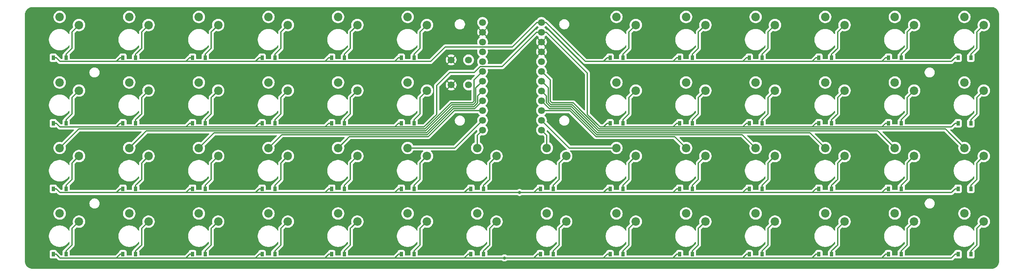
<source format=gbl>
G04 #@! TF.GenerationSoftware,KiCad,Pcbnew,9.0.5*
G04 #@! TF.CreationDate,2026-02-19T02:01:52-07:00*
G04 #@! TF.ProjectId,horizon-choc,686f7269-7a6f-46e2-9d63-686f632e6b69,2.4*
G04 #@! TF.SameCoordinates,Original*
G04 #@! TF.FileFunction,Copper,L2,Bot*
G04 #@! TF.FilePolarity,Positive*
%FSLAX46Y46*%
G04 Gerber Fmt 4.6, Leading zero omitted, Abs format (unit mm)*
G04 Created by KiCad (PCBNEW 9.0.5) date 2026-02-19 02:01:52*
%MOMM*%
%LPD*%
G01*
G04 APERTURE LIST*
G04 #@! TA.AperFunction,ComponentPad*
%ADD10C,2.200000*%
G04 #@! TD*
G04 #@! TA.AperFunction,ComponentPad*
%ADD11C,1.800000*%
G04 #@! TD*
G04 #@! TA.AperFunction,SMDPad,CuDef*
%ADD12R,0.900000X1.200000*%
G04 #@! TD*
G04 #@! TA.AperFunction,ViaPad*
%ADD13C,0.800000*%
G04 #@! TD*
G04 #@! TA.AperFunction,Conductor*
%ADD14C,0.300000*%
G04 #@! TD*
G04 APERTURE END LIST*
D10*
X265000000Y-124600000D03*
X270000000Y-126700000D03*
X247000000Y-124600000D03*
X252000000Y-126700000D03*
X229000000Y-124600000D03*
X234000000Y-126700000D03*
X211000000Y-124600000D03*
X216000000Y-126700000D03*
X193000000Y-124600000D03*
X198000000Y-126700000D03*
X175000000Y-124600000D03*
X180000000Y-126700000D03*
X157000000Y-124600000D03*
X162000000Y-126700000D03*
X139000000Y-124600000D03*
X144000000Y-126700000D03*
X121000000Y-124600000D03*
X126000000Y-126700000D03*
X103000000Y-124600000D03*
X108000000Y-126700000D03*
X85000000Y-124600000D03*
X90000000Y-126700000D03*
X67000000Y-124600000D03*
X72000000Y-126700000D03*
X49000000Y-124600000D03*
X54000000Y-126700000D03*
X31000000Y-124600000D03*
X36000000Y-126700000D03*
X265000000Y-107600000D03*
X270000000Y-109700000D03*
X247000000Y-107600000D03*
X252000000Y-109700000D03*
X229000000Y-107600000D03*
X234000000Y-109700000D03*
X211000000Y-107600000D03*
X216000000Y-109700000D03*
X193000000Y-107600000D03*
X198000000Y-109700000D03*
X175000000Y-107600000D03*
X180000000Y-109700000D03*
X157000000Y-107600000D03*
X162000000Y-109700000D03*
X139000000Y-107600000D03*
X144000000Y-109700000D03*
X121000000Y-107600000D03*
X126000000Y-109700000D03*
X103000000Y-107600000D03*
X108000000Y-109700000D03*
X85000000Y-107600000D03*
X90000000Y-109700000D03*
X67000000Y-107600000D03*
X72000000Y-109700000D03*
X49000000Y-107600000D03*
X54000000Y-109700000D03*
X265000000Y-90600000D03*
X270000000Y-92700000D03*
X247000000Y-90600000D03*
X252000000Y-92700000D03*
X229000000Y-90600000D03*
X234000000Y-92700000D03*
X211000000Y-90600000D03*
X216000000Y-92700000D03*
X193000000Y-90600000D03*
X198000000Y-92700000D03*
X175000000Y-90600000D03*
X180000000Y-92700000D03*
X121000000Y-90600000D03*
X126000000Y-92700000D03*
X103000000Y-90600000D03*
X108000000Y-92700000D03*
X85000000Y-90600000D03*
X90000000Y-92700000D03*
X67000000Y-90600000D03*
X72000000Y-92700000D03*
X49000000Y-90600000D03*
X54000000Y-92700000D03*
X31000000Y-90600000D03*
X36000000Y-92700000D03*
X265000000Y-73600000D03*
X270000000Y-75700000D03*
X247000000Y-73600000D03*
X252000000Y-75700000D03*
X229000000Y-73600000D03*
X234000000Y-75700000D03*
X211000000Y-73600000D03*
X216000000Y-75700000D03*
X193000000Y-73600000D03*
X198000000Y-75700000D03*
X175000000Y-73600000D03*
X180000000Y-75700000D03*
X121000000Y-73600000D03*
X126000000Y-75700000D03*
X103000000Y-73600000D03*
X108000000Y-75700000D03*
X85000000Y-73600000D03*
X90000000Y-75700000D03*
X67000000Y-73600000D03*
X72000000Y-75700000D03*
X49000000Y-73600000D03*
X54000000Y-75700000D03*
X31000000Y-73600000D03*
X36000000Y-75700000D03*
D11*
X136750000Y-84750000D03*
X136750000Y-91250000D03*
X132250000Y-84750000D03*
X132250000Y-91250000D03*
X155620000Y-75030000D03*
X155620000Y-77570000D03*
X155620000Y-80110000D03*
X155620000Y-82650000D03*
X155620000Y-85190000D03*
X155620000Y-87730000D03*
X155620000Y-90270000D03*
X155620000Y-92810000D03*
X155620000Y-95350000D03*
X155620000Y-97890000D03*
X155620000Y-100430000D03*
X155620000Y-102970000D03*
X140380000Y-102970000D03*
X140380000Y-100430000D03*
X140380000Y-97890000D03*
X140380000Y-95350000D03*
X140380000Y-92810000D03*
X140380000Y-90270000D03*
X140380000Y-87730000D03*
X140380000Y-85190000D03*
X140380000Y-82650000D03*
X140380000Y-80110000D03*
X140380000Y-77570000D03*
X140380000Y-75030000D03*
D12*
X29350000Y-118200000D03*
X32650000Y-118200000D03*
X29350000Y-135200000D03*
X32650000Y-135200000D03*
X29350000Y-101200000D03*
X32650000Y-101200000D03*
X29350000Y-84200000D03*
X32650000Y-84200000D03*
X47350000Y-84200000D03*
X50650000Y-84200000D03*
X65350000Y-84200000D03*
X68650000Y-84200000D03*
X83350000Y-84200000D03*
X86650000Y-84200000D03*
X101350000Y-84200000D03*
X104650000Y-84200000D03*
X119350000Y-84200000D03*
X122650000Y-84200000D03*
X173350000Y-84200000D03*
X176650000Y-84200000D03*
X191350000Y-84200000D03*
X194650000Y-84200000D03*
X209350000Y-84200000D03*
X212650000Y-84200000D03*
X227350000Y-84200000D03*
X230650000Y-84200000D03*
X245350000Y-84200000D03*
X248650000Y-84200000D03*
X263350000Y-84200000D03*
X266650000Y-84200000D03*
X47350000Y-101200000D03*
X50650000Y-101200000D03*
X65350000Y-101200000D03*
X68650000Y-101200000D03*
X83350000Y-101200000D03*
X86650000Y-101200000D03*
X101350000Y-101200000D03*
X104650000Y-101200000D03*
X119350000Y-101200000D03*
X122650000Y-101200000D03*
X173350000Y-101200000D03*
X176650000Y-101200000D03*
X191350000Y-101200000D03*
X194650000Y-101200000D03*
X209350000Y-101200000D03*
X212650000Y-101200000D03*
X227350000Y-101200000D03*
X230650000Y-101200000D03*
X245350000Y-101200000D03*
X248650000Y-101200000D03*
X263350000Y-101200000D03*
X266650000Y-101200000D03*
X47350000Y-118200000D03*
X50650000Y-118200000D03*
X65350000Y-118200000D03*
X68650000Y-118200000D03*
X83350000Y-118200000D03*
X86650000Y-118200000D03*
X101350000Y-118200000D03*
X104650000Y-118200000D03*
X119350000Y-118200000D03*
X122650000Y-118200000D03*
X173350000Y-118200000D03*
X176650000Y-118200000D03*
X191350000Y-118200000D03*
X194650000Y-118200000D03*
X209350000Y-118200000D03*
X212650000Y-118200000D03*
X227350000Y-118200000D03*
X230650000Y-118200000D03*
X245350000Y-118200000D03*
X248650000Y-118200000D03*
X263350000Y-118200000D03*
X266650000Y-118200000D03*
X47350000Y-135200000D03*
X50650000Y-135200000D03*
X65350000Y-135200000D03*
X68650000Y-135200000D03*
X83350000Y-135200000D03*
X86650000Y-135200000D03*
X101350000Y-135200000D03*
X104650000Y-135200000D03*
X119350000Y-135200000D03*
X122650000Y-135200000D03*
X137350000Y-135200000D03*
X140650000Y-135200000D03*
X155350000Y-135200000D03*
X158650000Y-135200000D03*
X173350000Y-135200000D03*
X176650000Y-135200000D03*
X191350000Y-135200000D03*
X194650000Y-135200000D03*
X209350000Y-135200000D03*
X212650000Y-135200000D03*
X227350000Y-135200000D03*
X230650000Y-135200000D03*
X245350000Y-135200000D03*
X248650000Y-135200000D03*
X263350000Y-135200000D03*
X266650000Y-135200000D03*
X137350000Y-118200000D03*
X140650000Y-118200000D03*
X155350000Y-118200000D03*
X158650000Y-118200000D03*
D10*
X36000000Y-109700000D03*
X31000000Y-107600000D03*
D13*
X148000000Y-82500000D03*
X149949999Y-119150001D03*
X146050001Y-136150001D03*
D14*
X36000000Y-75700000D02*
X34200000Y-77500000D01*
X34200000Y-77500000D02*
X34200000Y-81750000D01*
X34200000Y-81750000D02*
X32650000Y-83300000D01*
X32650000Y-83300000D02*
X32650000Y-84200000D01*
X54000000Y-75700000D02*
X52200000Y-77500000D01*
X52200000Y-77500000D02*
X52200000Y-81750000D01*
X52200000Y-81750000D02*
X50650000Y-83300000D01*
X50650000Y-83300000D02*
X50650000Y-84200000D01*
X72000000Y-75700000D02*
X70200000Y-77500000D01*
X70200000Y-81750000D02*
X68650000Y-83300000D01*
X70200000Y-77500000D02*
X70200000Y-81750000D01*
X68650000Y-83300000D02*
X68650000Y-84200000D01*
X88200000Y-81750000D02*
X86650000Y-83300000D01*
X86650000Y-83300000D02*
X86650000Y-84200000D01*
X88200000Y-77500000D02*
X88200000Y-81750000D01*
X90000000Y-75700000D02*
X88200000Y-77500000D01*
X106200000Y-77500000D02*
X106200000Y-81750000D01*
X108000000Y-75700000D02*
X106200000Y-77500000D01*
X106200000Y-81750000D02*
X104650000Y-83300000D01*
X104650000Y-83300000D02*
X104650000Y-84200000D01*
X126000000Y-75700000D02*
X124200000Y-77500000D01*
X124200000Y-81750000D02*
X122650000Y-83300000D01*
X124200000Y-77500000D02*
X124200000Y-81750000D01*
X122650000Y-83300000D02*
X122650000Y-84200000D01*
X180000000Y-75700000D02*
X178200000Y-77500000D01*
X178200000Y-81750000D02*
X176650000Y-83300000D01*
X176650000Y-83300000D02*
X176650000Y-84200000D01*
X178200000Y-77500000D02*
X178200000Y-81750000D01*
X194650000Y-83300000D02*
X194650000Y-84200000D01*
X198000000Y-75700000D02*
X196200000Y-77500000D01*
X196200000Y-77500000D02*
X196200000Y-81750000D01*
X196200000Y-81750000D02*
X194650000Y-83300000D01*
X214200000Y-77500000D02*
X214200000Y-81750000D01*
X212650000Y-83300000D02*
X212650000Y-84200000D01*
X216000000Y-75700000D02*
X214200000Y-77500000D01*
X214200000Y-81750000D02*
X212650000Y-83300000D01*
X234000000Y-75700000D02*
X232200000Y-77500000D01*
X232200000Y-81750000D02*
X230650000Y-83300000D01*
X232200000Y-77500000D02*
X232200000Y-81750000D01*
X230650000Y-83300000D02*
X230650000Y-84200000D01*
X250200000Y-77500000D02*
X250200000Y-81750000D01*
X252000000Y-75700000D02*
X250200000Y-77500000D01*
X250200000Y-81750000D02*
X248650000Y-83300000D01*
X248650000Y-83300000D02*
X248650000Y-84200000D01*
X266650000Y-83300000D02*
X266650000Y-84200000D01*
X268200000Y-77500000D02*
X268200000Y-81750000D01*
X270000000Y-75700000D02*
X268200000Y-77500000D01*
X268200000Y-81750000D02*
X266650000Y-83300000D01*
X34200000Y-94500000D02*
X34200000Y-98750000D01*
X34200000Y-98750000D02*
X32650000Y-100300000D01*
X36000000Y-92700000D02*
X34200000Y-94500000D01*
X32650000Y-100300000D02*
X32650000Y-101200000D01*
X50650000Y-100300000D02*
X50650000Y-101200000D01*
X54000000Y-92700000D02*
X52200000Y-94500000D01*
X52200000Y-98750000D02*
X50650000Y-100300000D01*
X52200000Y-94500000D02*
X52200000Y-98750000D01*
X70200000Y-98750000D02*
X68650000Y-100300000D01*
X70200000Y-94500000D02*
X70200000Y-98750000D01*
X68650000Y-100300000D02*
X68650000Y-101200000D01*
X72000000Y-92700000D02*
X70200000Y-94500000D01*
X88200000Y-94500000D02*
X88200000Y-98750000D01*
X86650000Y-100300000D02*
X86650000Y-101200000D01*
X90000000Y-92700000D02*
X88200000Y-94500000D01*
X88200000Y-98750000D02*
X86650000Y-100300000D01*
X106200000Y-98750000D02*
X104650000Y-100300000D01*
X106200000Y-94500000D02*
X106200000Y-98750000D01*
X104650000Y-100300000D02*
X104650000Y-101200000D01*
X108000000Y-92700000D02*
X106200000Y-94500000D01*
X126000000Y-92700000D02*
X124200000Y-94500000D01*
X122650000Y-100300000D02*
X122650000Y-101200000D01*
X124200000Y-98750000D02*
X122650000Y-100300000D01*
X124200000Y-94500000D02*
X124200000Y-98750000D01*
X178200000Y-98750000D02*
X176650000Y-100300000D01*
X178200000Y-94500000D02*
X178200000Y-98750000D01*
X176650000Y-100300000D02*
X176650000Y-101200000D01*
X180000000Y-92700000D02*
X178200000Y-94500000D01*
X198000000Y-92700000D02*
X196200000Y-94500000D01*
X194650000Y-100300000D02*
X194650000Y-101200000D01*
X196200000Y-94500000D02*
X196200000Y-98750000D01*
X196200000Y-98750000D02*
X194650000Y-100300000D01*
X214200000Y-98750000D02*
X212650000Y-100300000D01*
X214200000Y-94500000D02*
X214200000Y-98750000D01*
X212650000Y-100300000D02*
X212650000Y-101200000D01*
X216000000Y-92700000D02*
X214200000Y-94500000D01*
X232200000Y-94500000D02*
X232200000Y-98750000D01*
X234000000Y-92700000D02*
X232200000Y-94500000D01*
X230650000Y-100300000D02*
X230650000Y-101200000D01*
X232200000Y-98750000D02*
X230650000Y-100300000D01*
X248650000Y-100300000D02*
X248650000Y-101200000D01*
X250200000Y-98750000D02*
X248650000Y-100300000D01*
X252000000Y-92700000D02*
X250200000Y-94500000D01*
X250200000Y-94500000D02*
X250200000Y-98750000D01*
X266650000Y-100300000D02*
X266650000Y-101200000D01*
X268200000Y-94500000D02*
X268200000Y-98750000D01*
X270000000Y-92700000D02*
X268200000Y-94500000D01*
X268200000Y-98750000D02*
X266650000Y-100300000D01*
X36000000Y-109700000D02*
X34200000Y-111500000D01*
X32650000Y-117300000D02*
X32650000Y-118200000D01*
X34200000Y-115750000D02*
X32650000Y-117300000D01*
X34200000Y-111500000D02*
X34200000Y-115750000D01*
X52200000Y-115750000D02*
X50650000Y-117300000D01*
X54000000Y-109700000D02*
X52200000Y-111500000D01*
X52200000Y-111500000D02*
X52200000Y-115750000D01*
X50650000Y-117300000D02*
X50650000Y-118200000D01*
X70200000Y-115750000D02*
X68650000Y-117300000D01*
X72000000Y-109700000D02*
X70200000Y-111500000D01*
X68650000Y-117300000D02*
X68650000Y-118200000D01*
X70200000Y-111500000D02*
X70200000Y-115750000D01*
X86650000Y-117300000D02*
X86650000Y-118200000D01*
X88200000Y-111500000D02*
X88200000Y-115750000D01*
X88200000Y-115750000D02*
X86650000Y-117300000D01*
X90000000Y-109700000D02*
X88200000Y-111500000D01*
X108000000Y-109700000D02*
X106200000Y-111500000D01*
X104650000Y-117300000D02*
X104650000Y-118200000D01*
X106200000Y-115750000D02*
X104650000Y-117300000D01*
X106200000Y-111500000D02*
X106200000Y-115750000D01*
X122650000Y-117300000D02*
X122650000Y-118200000D01*
X126000000Y-109700000D02*
X124200000Y-111500000D01*
X124200000Y-111500000D02*
X124200000Y-115750000D01*
X124200000Y-115750000D02*
X122650000Y-117300000D01*
X142200000Y-115750000D02*
X140650000Y-117300000D01*
X144000000Y-109700000D02*
X142200000Y-111500000D01*
X140650000Y-117300000D02*
X140650000Y-118200000D01*
X142200000Y-111500000D02*
X142200000Y-115750000D01*
X160200000Y-111500000D02*
X160200000Y-115750000D01*
X160200000Y-115750000D02*
X158650000Y-117300000D01*
X158650000Y-117300000D02*
X158650000Y-118200000D01*
X162000000Y-109700000D02*
X160200000Y-111500000D01*
X178200000Y-115750000D02*
X176650000Y-117300000D01*
X180000000Y-109700000D02*
X178200000Y-111500000D01*
X176650000Y-117300000D02*
X176650000Y-118200000D01*
X178200000Y-111500000D02*
X178200000Y-115750000D01*
X196200000Y-115750000D02*
X194650000Y-117300000D01*
X198000000Y-109700000D02*
X196200000Y-111500000D01*
X194650000Y-117300000D02*
X194650000Y-118200000D01*
X196200000Y-111500000D02*
X196200000Y-115750000D01*
X212650000Y-117300000D02*
X212650000Y-118200000D01*
X214200000Y-111500000D02*
X214200000Y-115750000D01*
X216000000Y-109700000D02*
X214200000Y-111500000D01*
X214200000Y-115750000D02*
X212650000Y-117300000D01*
X230650000Y-117300000D02*
X230650000Y-118200000D01*
X232200000Y-111500000D02*
X232200000Y-115750000D01*
X234000000Y-109700000D02*
X232200000Y-111500000D01*
X232200000Y-115750000D02*
X230650000Y-117300000D01*
X248650000Y-117300000D02*
X248650000Y-118200000D01*
X250200000Y-115750000D02*
X248650000Y-117300000D01*
X252000000Y-109700000D02*
X250200000Y-111500000D01*
X250200000Y-111500000D02*
X250200000Y-115750000D01*
X268200000Y-115750000D02*
X266650000Y-117300000D01*
X270000000Y-109700000D02*
X268200000Y-111500000D01*
X266650000Y-117300000D02*
X266650000Y-118200000D01*
X268200000Y-111500000D02*
X268200000Y-115750000D01*
X34200000Y-132750000D02*
X32650000Y-134300000D01*
X34200000Y-128500000D02*
X34200000Y-132750000D01*
X32650000Y-134300000D02*
X32650000Y-135200000D01*
X36000000Y-126700000D02*
X34200000Y-128500000D01*
X54000000Y-126700000D02*
X52200000Y-128500000D01*
X50650000Y-134300000D02*
X50650000Y-135200000D01*
X52200000Y-132750000D02*
X50650000Y-134300000D01*
X52200000Y-128500000D02*
X52200000Y-132750000D01*
X72000000Y-126700000D02*
X70200000Y-128500000D01*
X70200000Y-128500000D02*
X70200000Y-132750000D01*
X68650000Y-134300000D02*
X68650000Y-135200000D01*
X70200000Y-132750000D02*
X68650000Y-134300000D01*
X88200000Y-132750000D02*
X86650000Y-134300000D01*
X90000000Y-126700000D02*
X88200000Y-128500000D01*
X88200000Y-128500000D02*
X88200000Y-132750000D01*
X86650000Y-134300000D02*
X86650000Y-135200000D01*
X139480001Y-88629999D02*
X140380000Y-87730000D01*
X138129979Y-89980021D02*
X139480001Y-88629999D01*
X137718680Y-95889960D02*
X138129979Y-95478661D01*
X132220040Y-95889960D02*
X137718680Y-95889960D01*
X125459989Y-102650011D02*
X132220040Y-95889960D01*
X35949989Y-102650011D02*
X125459989Y-102650011D01*
X31000000Y-107600000D02*
X35949989Y-102650011D01*
X138129979Y-95478661D02*
X138129979Y-89980021D01*
X49000000Y-107600000D02*
X53449979Y-103150021D01*
X138629989Y-95685771D02*
X138629989Y-92020011D01*
X139480001Y-91169999D02*
X140380000Y-90270000D01*
X132427150Y-96389970D02*
X137925790Y-96389970D01*
X53449979Y-103150021D02*
X125667099Y-103150021D01*
X138629989Y-92020011D02*
X139480001Y-91169999D01*
X137925790Y-96389970D02*
X138629989Y-95685771D01*
X125667099Y-103150021D02*
X132427150Y-96389970D01*
X139480001Y-93709999D02*
X140380000Y-92810000D01*
X67000000Y-107600000D02*
X70949969Y-103650031D01*
X139129999Y-95892881D02*
X139129999Y-94060001D01*
X139129999Y-94060001D02*
X139480001Y-93709999D01*
X70949969Y-103650031D02*
X125874209Y-103650031D01*
X138132900Y-96889980D02*
X139129999Y-95892881D01*
X132634260Y-96889980D02*
X138132900Y-96889980D01*
X125874209Y-103650031D02*
X132634260Y-96889980D01*
X88449959Y-104150041D02*
X126081319Y-104150041D01*
X132841370Y-97389990D02*
X138340010Y-97389990D01*
X85000000Y-107600000D02*
X88449959Y-104150041D01*
X126081319Y-104150041D02*
X132841370Y-97389990D01*
X138340010Y-97389990D02*
X140380000Y-95350000D01*
X126288429Y-104650051D02*
X133048480Y-97890000D01*
X105949949Y-104650051D02*
X126288429Y-104650051D01*
X133048480Y-97890000D02*
X140380000Y-97890000D01*
X103000000Y-107600000D02*
X105949949Y-104650051D01*
X121000000Y-107600000D02*
X133210000Y-107600000D01*
X133210000Y-107600000D02*
X140380000Y-100430000D01*
X189649999Y-85150001D02*
X190600000Y-84200000D01*
X225649999Y-85150001D02*
X226600000Y-84200000D01*
X82600000Y-84200000D02*
X83350000Y-84200000D01*
X172600000Y-84200000D02*
X173350000Y-84200000D01*
X261649999Y-85150001D02*
X262600000Y-84200000D01*
X64600000Y-84200000D02*
X65350000Y-84200000D01*
X171649999Y-85150001D02*
X261649999Y-85150001D01*
X118600000Y-84200000D02*
X119350000Y-84200000D01*
X262600000Y-84200000D02*
X263350000Y-84200000D01*
X190600000Y-84200000D02*
X191350000Y-84200000D01*
X81649999Y-85150001D02*
X82600000Y-84200000D01*
X100600000Y-84200000D02*
X101350000Y-84200000D01*
X117649999Y-85150001D02*
X118600000Y-84200000D01*
X46600000Y-84200000D02*
X47350000Y-84200000D01*
X226600000Y-84200000D02*
X227350000Y-84200000D01*
X208600000Y-84200000D02*
X209350000Y-84200000D01*
X244600000Y-84200000D02*
X245350000Y-84200000D01*
X45649999Y-85150001D02*
X46600000Y-84200000D01*
X63649999Y-85150001D02*
X64600000Y-84200000D01*
X171649999Y-85150001D02*
X172600000Y-84200000D01*
X99649999Y-85150001D02*
X100600000Y-84200000D01*
X171649999Y-85150001D02*
X167375999Y-85150001D01*
X243649999Y-85150001D02*
X244600000Y-84200000D01*
X207649999Y-85150001D02*
X208600000Y-84200000D01*
X166940001Y-85150001D02*
X167375999Y-85150001D01*
X156820000Y-75030000D02*
X166940001Y-85150001D01*
X126949999Y-85150001D02*
X130700001Y-81399999D01*
X30100000Y-84200000D02*
X31050001Y-85150001D01*
X29350000Y-84200000D02*
X30100000Y-84200000D01*
X31050001Y-85150001D02*
X126949999Y-85150001D01*
X155620000Y-75030000D02*
X156820000Y-75030000D01*
X154420000Y-75030000D02*
X155620000Y-75030000D01*
X130700001Y-81399999D02*
X148050001Y-81399999D01*
X148050001Y-81399999D02*
X154420000Y-75030000D01*
X45649999Y-102150001D02*
X46600000Y-101200000D01*
X208600000Y-101200000D02*
X209350000Y-101200000D01*
X64600000Y-101200000D02*
X65350000Y-101200000D01*
X117649999Y-102150001D02*
X118600000Y-101200000D01*
X82600000Y-101200000D02*
X83350000Y-101200000D01*
X46600000Y-101200000D02*
X47350000Y-101200000D01*
X226600000Y-101200000D02*
X227350000Y-101200000D01*
X189649999Y-102150001D02*
X190600000Y-101200000D01*
X100600000Y-101200000D02*
X101350000Y-101200000D01*
X81649999Y-102150001D02*
X82600000Y-101200000D01*
X118600000Y-101200000D02*
X119350000Y-101200000D01*
X63649999Y-102150001D02*
X64600000Y-101200000D01*
X99649999Y-102150001D02*
X100600000Y-101200000D01*
X172600000Y-101200000D02*
X173350000Y-101200000D01*
X262600000Y-101200000D02*
X263350000Y-101200000D01*
X190600000Y-101200000D02*
X191350000Y-101200000D01*
X261649999Y-102150001D02*
X262600000Y-101200000D01*
X225649999Y-102150001D02*
X226600000Y-101200000D01*
X244600000Y-101200000D02*
X245350000Y-101200000D01*
X243649999Y-102150001D02*
X244600000Y-101200000D01*
X207649999Y-102150001D02*
X208600000Y-101200000D01*
X171649999Y-102150001D02*
X261649999Y-102150001D01*
X171649999Y-102150001D02*
X172600000Y-101200000D01*
X138259998Y-88000000D02*
X139779999Y-86479999D01*
X131900000Y-88000000D02*
X138259998Y-88000000D01*
X156892792Y-77570000D02*
X155620000Y-77570000D01*
X154347208Y-77570000D02*
X155620000Y-77570000D01*
X167498560Y-88175768D02*
X156892792Y-77570000D01*
X167498560Y-98901440D02*
X167498560Y-88175768D01*
X125252879Y-102150001D02*
X128501440Y-98901440D01*
X128501440Y-98901440D02*
X128501440Y-91398560D01*
X170747121Y-102150001D02*
X167498560Y-98901440D01*
X171649999Y-102150001D02*
X170747121Y-102150001D01*
X30100000Y-101200000D02*
X31050001Y-102150001D01*
X31050001Y-102150001D02*
X125252879Y-102150001D01*
X128501440Y-91398560D02*
X131900000Y-88000000D01*
X139779999Y-86479999D02*
X145437209Y-86479999D01*
X29350000Y-101200000D02*
X30100000Y-101200000D01*
X145437209Y-86479999D02*
X154347208Y-77570000D01*
X189649999Y-119150001D02*
X190600000Y-118200000D01*
X135649999Y-119150001D02*
X136600000Y-118200000D01*
X190600000Y-118200000D02*
X191350000Y-118200000D01*
X225649999Y-119150001D02*
X226600000Y-118200000D01*
X171649999Y-119150001D02*
X172600000Y-118200000D01*
X117649999Y-119150001D02*
X118600000Y-118200000D01*
X82600000Y-118200000D02*
X83350000Y-118200000D01*
X63649999Y-119150001D02*
X64600000Y-118200000D01*
X154600000Y-118200000D02*
X155350000Y-118200000D01*
X136600000Y-118200000D02*
X137350000Y-118200000D01*
X118600000Y-118200000D02*
X119350000Y-118200000D01*
X172600000Y-118200000D02*
X173350000Y-118200000D01*
X244600000Y-118200000D02*
X245350000Y-118200000D01*
X243649999Y-119150001D02*
X244600000Y-118200000D01*
X208600000Y-118200000D02*
X209350000Y-118200000D01*
X45649999Y-119150001D02*
X46600000Y-118200000D01*
X207649999Y-119150001D02*
X208600000Y-118200000D01*
X153649999Y-119150001D02*
X154600000Y-118200000D01*
X29350000Y-118200000D02*
X30100000Y-118200000D01*
X99649999Y-119150001D02*
X100600000Y-118200000D01*
X262600000Y-118200000D02*
X263350000Y-118200000D01*
X100600000Y-118200000D02*
X101350000Y-118200000D01*
X149949999Y-119150001D02*
X261649999Y-119150001D01*
X261649999Y-119150001D02*
X262600000Y-118200000D01*
X31050001Y-119150001D02*
X148050001Y-119150001D01*
X30100000Y-118200000D02*
X31050001Y-119150001D01*
X148050001Y-119150001D02*
X149949999Y-119150001D01*
X46600000Y-118200000D02*
X47350000Y-118200000D01*
X226600000Y-118200000D02*
X227350000Y-118200000D01*
X81649999Y-119150001D02*
X82600000Y-118200000D01*
X64600000Y-118200000D02*
X65350000Y-118200000D01*
X46600000Y-135200000D02*
X47350000Y-135200000D01*
X135649999Y-136150001D02*
X136600000Y-135200000D01*
X172600000Y-135200000D02*
X173350000Y-135200000D01*
X207649999Y-136150001D02*
X208600000Y-135200000D01*
X136600000Y-135200000D02*
X137350000Y-135200000D01*
X153649999Y-136150001D02*
X154600000Y-135200000D01*
X262600000Y-135200000D02*
X263350000Y-135200000D01*
X31050001Y-136150001D02*
X146050001Y-136150001D01*
X226600000Y-135200000D02*
X227350000Y-135200000D01*
X244600000Y-135200000D02*
X245350000Y-135200000D01*
X30100000Y-135200000D02*
X31050001Y-136150001D01*
X243649999Y-136150001D02*
X244600000Y-135200000D01*
X146050001Y-136150001D02*
X147950001Y-136150001D01*
X99649999Y-136150001D02*
X100600000Y-135200000D01*
X118600000Y-135200000D02*
X119350000Y-135200000D01*
X208600000Y-135200000D02*
X209350000Y-135200000D01*
X63649999Y-136150001D02*
X64600000Y-135200000D01*
X154600000Y-135200000D02*
X155350000Y-135200000D01*
X81649999Y-136150001D02*
X82600000Y-135200000D01*
X190600000Y-135200000D02*
X191350000Y-135200000D01*
X225649999Y-136150001D02*
X226600000Y-135200000D01*
X45649999Y-136150001D02*
X46600000Y-135200000D01*
X29350000Y-135200000D02*
X30100000Y-135200000D01*
X147950001Y-136150001D02*
X261649999Y-136150001D01*
X171649999Y-136150001D02*
X172600000Y-135200000D01*
X64600000Y-135200000D02*
X65350000Y-135200000D01*
X261649999Y-136150001D02*
X262600000Y-135200000D01*
X117649999Y-136150001D02*
X118600000Y-135200000D01*
X82600000Y-135200000D02*
X83350000Y-135200000D01*
X100600000Y-135200000D02*
X101350000Y-135200000D01*
X189649999Y-136150001D02*
X190600000Y-135200000D01*
X106200000Y-128500000D02*
X106200000Y-132750000D01*
X108000000Y-126700000D02*
X106200000Y-128500000D01*
X104650000Y-134300000D02*
X104650000Y-135200000D01*
X106200000Y-132750000D02*
X104650000Y-134300000D01*
X124200000Y-132750000D02*
X122650000Y-134300000D01*
X124200000Y-128500000D02*
X124200000Y-132750000D01*
X126000000Y-126700000D02*
X124200000Y-128500000D01*
X122650000Y-134300000D02*
X122650000Y-135200000D01*
X142200000Y-128500000D02*
X142200000Y-132750000D01*
X144000000Y-126700000D02*
X142200000Y-128500000D01*
X142200000Y-132750000D02*
X140650000Y-134300000D01*
X140650000Y-134300000D02*
X140650000Y-135200000D01*
X162000000Y-126700000D02*
X160200000Y-128500000D01*
X160200000Y-132750000D02*
X158650000Y-134300000D01*
X158650000Y-134300000D02*
X158650000Y-135200000D01*
X160200000Y-128500000D02*
X160200000Y-132750000D01*
X178200000Y-128500000D02*
X178200000Y-132750000D01*
X176650000Y-134300000D02*
X176650000Y-135200000D01*
X180000000Y-126700000D02*
X178200000Y-128500000D01*
X178200000Y-132750000D02*
X176650000Y-134300000D01*
X196200000Y-128500000D02*
X196200000Y-132750000D01*
X196200000Y-132750000D02*
X194650000Y-134300000D01*
X194650000Y-134300000D02*
X194650000Y-135200000D01*
X198000000Y-126700000D02*
X196200000Y-128500000D01*
X216000000Y-126700000D02*
X214200000Y-128500000D01*
X212650000Y-134300000D02*
X212650000Y-135200000D01*
X214200000Y-128500000D02*
X214200000Y-132750000D01*
X214200000Y-132750000D02*
X212650000Y-134300000D01*
X232200000Y-132750000D02*
X230650000Y-134300000D01*
X234000000Y-126700000D02*
X232200000Y-128500000D01*
X232200000Y-128500000D02*
X232200000Y-132750000D01*
X230650000Y-134300000D02*
X230650000Y-135200000D01*
X252000000Y-126700000D02*
X250200000Y-128500000D01*
X248650000Y-134300000D02*
X248650000Y-135200000D01*
X250200000Y-132750000D02*
X248650000Y-134300000D01*
X250200000Y-128500000D02*
X250200000Y-132750000D01*
X268200000Y-128500000D02*
X268200000Y-132750000D01*
X270000000Y-126700000D02*
X268200000Y-128500000D01*
X266650000Y-134300000D02*
X266650000Y-135200000D01*
X268200000Y-132750000D02*
X266650000Y-134300000D01*
X175000000Y-107600000D02*
X162790000Y-107600000D01*
X162790000Y-107600000D02*
X155620000Y-100430000D01*
X155620000Y-97890000D02*
X162951520Y-97890000D01*
X162951520Y-97890000D02*
X169711571Y-104650051D01*
X169711571Y-104650051D02*
X190050051Y-104650051D01*
X190050051Y-104650051D02*
X193000000Y-107600000D01*
X163158630Y-97389990D02*
X169918681Y-104150041D01*
X169918681Y-104150041D02*
X207550041Y-104150041D01*
X157659990Y-97389990D02*
X163158630Y-97389990D01*
X155620000Y-95350000D02*
X157659990Y-97389990D01*
X207550041Y-104150041D02*
X211000000Y-107600000D01*
X156870001Y-94060001D02*
X156870001Y-95892881D01*
X155620000Y-92810000D02*
X156870001Y-94060001D01*
X156870001Y-95892881D02*
X157867100Y-96889980D01*
X225050031Y-103650031D02*
X229000000Y-107600000D01*
X170125791Y-103650031D02*
X225050031Y-103650031D01*
X163365740Y-96889980D02*
X170125791Y-103650031D01*
X157867100Y-96889980D02*
X163365740Y-96889980D01*
X247000000Y-107600000D02*
X242550021Y-103150021D01*
X157370011Y-95685771D02*
X157370011Y-92020011D01*
X164041440Y-96858560D02*
X163572850Y-96389970D01*
X163572850Y-96389970D02*
X158074210Y-96389970D01*
X157370011Y-92020011D02*
X156519999Y-91169999D01*
X170332901Y-103150021D02*
X164041440Y-96858560D01*
X242550021Y-103150021D02*
X170332901Y-103150021D01*
X156519999Y-91169999D02*
X155620000Y-90270000D01*
X158074210Y-96389970D02*
X157370011Y-95685771D01*
X163779960Y-95889960D02*
X158281320Y-95889960D01*
X260050011Y-102650011D02*
X170540011Y-102650011D01*
X164395000Y-96505000D02*
X163779960Y-95889960D01*
X157870021Y-95478661D02*
X157870021Y-89980021D01*
X157870021Y-89980021D02*
X156519999Y-88629999D01*
X265000000Y-107600000D02*
X260050011Y-102650011D01*
X170540011Y-102650011D02*
X164395000Y-96505000D01*
X158281320Y-95889960D02*
X157870021Y-95478661D01*
X156519999Y-88629999D02*
X155620000Y-87730000D01*
X139000000Y-104350000D02*
X140380000Y-102970000D01*
X139000000Y-107600000D02*
X139000000Y-104350000D01*
X157000000Y-107600000D02*
X157000000Y-104350000D01*
X157000000Y-104350000D02*
X155620000Y-102970000D01*
G04 #@! TA.AperFunction,Conductor*
G36*
X154497224Y-78442442D02*
G01*
X154547188Y-78479845D01*
X154548586Y-78478652D01*
X154551756Y-78482363D01*
X154707636Y-78638243D01*
X154707641Y-78638247D01*
X154847680Y-78739991D01*
X154890346Y-78795320D01*
X154896325Y-78864934D01*
X154863720Y-78926729D01*
X154847680Y-78940627D01*
X154740575Y-79018442D01*
X154740575Y-79018443D01*
X155388461Y-79666329D01*
X155312993Y-79709901D01*
X155219901Y-79802993D01*
X155176329Y-79878461D01*
X154528443Y-79230575D01*
X154422611Y-79376243D01*
X154322567Y-79572589D01*
X154254473Y-79782164D01*
X154220000Y-79999818D01*
X154220000Y-80220181D01*
X154254473Y-80437835D01*
X154322567Y-80647410D01*
X154422615Y-80843763D01*
X154528442Y-80989423D01*
X154528443Y-80989423D01*
X155176329Y-80341538D01*
X155219901Y-80417007D01*
X155312993Y-80510099D01*
X155388460Y-80553670D01*
X154740574Y-81201555D01*
X154740575Y-81201556D01*
X154848106Y-81279682D01*
X154890772Y-81335011D01*
X154896751Y-81404625D01*
X154864146Y-81466420D01*
X154848106Y-81480318D01*
X154740575Y-81558442D01*
X154740575Y-81558443D01*
X155388461Y-82206329D01*
X155312993Y-82249901D01*
X155219901Y-82342993D01*
X155176329Y-82418461D01*
X154528443Y-81770575D01*
X154422611Y-81916243D01*
X154322567Y-82112589D01*
X154254473Y-82322164D01*
X154220000Y-82539818D01*
X154220000Y-82760181D01*
X154254473Y-82977835D01*
X154322567Y-83187410D01*
X154422615Y-83383763D01*
X154528442Y-83529423D01*
X154528443Y-83529423D01*
X155176329Y-82881538D01*
X155219901Y-82957007D01*
X155312993Y-83050099D01*
X155388460Y-83093670D01*
X154740574Y-83741555D01*
X154847680Y-83819371D01*
X154890346Y-83874701D01*
X154896325Y-83944314D01*
X154863720Y-84006110D01*
X154847681Y-84020008D01*
X154707636Y-84121756D01*
X154551756Y-84277636D01*
X154551752Y-84277641D01*
X154422187Y-84455974D01*
X154322104Y-84652393D01*
X154322103Y-84652396D01*
X154253985Y-84862047D01*
X154219500Y-85079778D01*
X154219500Y-85300221D01*
X154253985Y-85517952D01*
X154322103Y-85727603D01*
X154322104Y-85727606D01*
X154422187Y-85924025D01*
X154551752Y-86102358D01*
X154551756Y-86102363D01*
X154707636Y-86258243D01*
X154707641Y-86258247D01*
X154847254Y-86359682D01*
X154889920Y-86415012D01*
X154895899Y-86484625D01*
X154863293Y-86546420D01*
X154847254Y-86560318D01*
X154707641Y-86661752D01*
X154707636Y-86661756D01*
X154551756Y-86817636D01*
X154551752Y-86817641D01*
X154422187Y-86995974D01*
X154322104Y-87192393D01*
X154322103Y-87192396D01*
X154253985Y-87402047D01*
X154219500Y-87619778D01*
X154219500Y-87840221D01*
X154253985Y-88057952D01*
X154322103Y-88267603D01*
X154322104Y-88267606D01*
X154422187Y-88464025D01*
X154551752Y-88642358D01*
X154551756Y-88642363D01*
X154707636Y-88798243D01*
X154707641Y-88798247D01*
X154847254Y-88899682D01*
X154889920Y-88955012D01*
X154895899Y-89024625D01*
X154863293Y-89086420D01*
X154847254Y-89100318D01*
X154707641Y-89201752D01*
X154707636Y-89201756D01*
X154551756Y-89357636D01*
X154551752Y-89357641D01*
X154422187Y-89535974D01*
X154322104Y-89732393D01*
X154322103Y-89732396D01*
X154253985Y-89942047D01*
X154219500Y-90159778D01*
X154219500Y-90380221D01*
X154253985Y-90597952D01*
X154322103Y-90807603D01*
X154322104Y-90807606D01*
X154422187Y-91004025D01*
X154551752Y-91182358D01*
X154551756Y-91182363D01*
X154707636Y-91338243D01*
X154707641Y-91338247D01*
X154847254Y-91439682D01*
X154889920Y-91495012D01*
X154895899Y-91564625D01*
X154863293Y-91626420D01*
X154847254Y-91640318D01*
X154707641Y-91741752D01*
X154707636Y-91741756D01*
X154551756Y-91897636D01*
X154551752Y-91897641D01*
X154422187Y-92075974D01*
X154322104Y-92272393D01*
X154322103Y-92272396D01*
X154253985Y-92482047D01*
X154219500Y-92699778D01*
X154219500Y-92920221D01*
X154253985Y-93137952D01*
X154322103Y-93347603D01*
X154322104Y-93347606D01*
X154390122Y-93481096D01*
X154419547Y-93538845D01*
X154422187Y-93544025D01*
X154551752Y-93722358D01*
X154551756Y-93722363D01*
X154707636Y-93878243D01*
X154707641Y-93878247D01*
X154847254Y-93979682D01*
X154889920Y-94035012D01*
X154895899Y-94104625D01*
X154863293Y-94166420D01*
X154847254Y-94180318D01*
X154707641Y-94281752D01*
X154707636Y-94281756D01*
X154551756Y-94437636D01*
X154551752Y-94437641D01*
X154422187Y-94615974D01*
X154322104Y-94812393D01*
X154322103Y-94812396D01*
X154253985Y-95022047D01*
X154219500Y-95239778D01*
X154219500Y-95460221D01*
X154253985Y-95677952D01*
X154322103Y-95887603D01*
X154322104Y-95887606D01*
X154422187Y-96084025D01*
X154551752Y-96262358D01*
X154551756Y-96262363D01*
X154707636Y-96418243D01*
X154707641Y-96418247D01*
X154847254Y-96519682D01*
X154889920Y-96575012D01*
X154895899Y-96644625D01*
X154863293Y-96706420D01*
X154847254Y-96720318D01*
X154707641Y-96821752D01*
X154707636Y-96821756D01*
X154551756Y-96977636D01*
X154551752Y-96977641D01*
X154422187Y-97155974D01*
X154322104Y-97352393D01*
X154322103Y-97352396D01*
X154253985Y-97562047D01*
X154219500Y-97779778D01*
X154219500Y-98000221D01*
X154253985Y-98217952D01*
X154322103Y-98427603D01*
X154322104Y-98427606D01*
X154367589Y-98516873D01*
X154400076Y-98580632D01*
X154422187Y-98624025D01*
X154551752Y-98802358D01*
X154551756Y-98802363D01*
X154707636Y-98958243D01*
X154707641Y-98958247D01*
X154847254Y-99059682D01*
X154889920Y-99115012D01*
X154895899Y-99184625D01*
X154863293Y-99246420D01*
X154847254Y-99260318D01*
X154707641Y-99361752D01*
X154707636Y-99361756D01*
X154551756Y-99517636D01*
X154551752Y-99517641D01*
X154422187Y-99695974D01*
X154322104Y-99892393D01*
X154322103Y-99892396D01*
X154253985Y-100102047D01*
X154245407Y-100156206D01*
X154219500Y-100319778D01*
X154219500Y-100540222D01*
X154230292Y-100608358D01*
X154253985Y-100757952D01*
X154322103Y-100967603D01*
X154322104Y-100967606D01*
X154422187Y-101164025D01*
X154551752Y-101342358D01*
X154551756Y-101342363D01*
X154707636Y-101498243D01*
X154707641Y-101498247D01*
X154847254Y-101599682D01*
X154889920Y-101655012D01*
X154895899Y-101724625D01*
X154863293Y-101786420D01*
X154847254Y-101800318D01*
X154707641Y-101901752D01*
X154707636Y-101901756D01*
X154551756Y-102057636D01*
X154551752Y-102057641D01*
X154422187Y-102235974D01*
X154322104Y-102432393D01*
X154322103Y-102432396D01*
X154253985Y-102642047D01*
X154219500Y-102859778D01*
X154219500Y-103080221D01*
X154253985Y-103297952D01*
X154322103Y-103507603D01*
X154322104Y-103507606D01*
X154422187Y-103704025D01*
X154551752Y-103882358D01*
X154551756Y-103882363D01*
X154707636Y-104038243D01*
X154707641Y-104038247D01*
X154712635Y-104041875D01*
X154885978Y-104167815D01*
X155014375Y-104233237D01*
X155082393Y-104267895D01*
X155082396Y-104267896D01*
X155182839Y-104300531D01*
X155292049Y-104336015D01*
X155509778Y-104370500D01*
X155509779Y-104370500D01*
X155730221Y-104370500D01*
X155730222Y-104370500D01*
X155947951Y-104336015D01*
X155964829Y-104330531D01*
X156034670Y-104328532D01*
X156090833Y-104360779D01*
X156313181Y-104583127D01*
X156346666Y-104644450D01*
X156349500Y-104670808D01*
X156349500Y-106059175D01*
X156329815Y-106126214D01*
X156281796Y-106169659D01*
X156161153Y-106231130D01*
X155957350Y-106379201D01*
X155957345Y-106379205D01*
X155779205Y-106557345D01*
X155779201Y-106557350D01*
X155631132Y-106761151D01*
X155516760Y-106985616D01*
X155438910Y-107225214D01*
X155399500Y-107474038D01*
X155399500Y-107725961D01*
X155438910Y-107974785D01*
X155516760Y-108214383D01*
X155631132Y-108438848D01*
X155779201Y-108642649D01*
X155779205Y-108642654D01*
X155957345Y-108820794D01*
X155957350Y-108820798D01*
X156135117Y-108949952D01*
X156161155Y-108968870D01*
X156304184Y-109041747D01*
X156385616Y-109083239D01*
X156385618Y-109083239D01*
X156385621Y-109083241D01*
X156625215Y-109161090D01*
X156874038Y-109200500D01*
X156874039Y-109200500D01*
X157125961Y-109200500D01*
X157125962Y-109200500D01*
X157374785Y-109161090D01*
X157614379Y-109083241D01*
X157838845Y-108968870D01*
X158042656Y-108820793D01*
X158220793Y-108642656D01*
X158368870Y-108438845D01*
X158483241Y-108214379D01*
X158561090Y-107974785D01*
X158600500Y-107725962D01*
X158600500Y-107474038D01*
X158561090Y-107225215D01*
X158483241Y-106985621D01*
X158483239Y-106985618D01*
X158483239Y-106985616D01*
X158430339Y-106881795D01*
X158368870Y-106761155D01*
X158349952Y-106735117D01*
X158220798Y-106557350D01*
X158220794Y-106557345D01*
X158042654Y-106379205D01*
X158042649Y-106379201D01*
X157838846Y-106231130D01*
X157718204Y-106169659D01*
X157667409Y-106121685D01*
X157650500Y-106059175D01*
X157650500Y-104285928D01*
X157625502Y-104160261D01*
X157625501Y-104160260D01*
X157625501Y-104160256D01*
X157576465Y-104041873D01*
X157548187Y-103999552D01*
X157515666Y-103950879D01*
X157505281Y-103935336D01*
X157505277Y-103935331D01*
X157010779Y-103440833D01*
X156977294Y-103379510D01*
X156980531Y-103314829D01*
X156984262Y-103303345D01*
X156986015Y-103297951D01*
X157020500Y-103080222D01*
X157020500Y-103049807D01*
X157040185Y-102982769D01*
X157092989Y-102937014D01*
X157162147Y-102927070D01*
X157225703Y-102956095D01*
X157232181Y-102962127D01*
X162157872Y-107887819D01*
X162191357Y-107949142D01*
X162186373Y-108018834D01*
X162144501Y-108074767D01*
X162079037Y-108099184D01*
X162070191Y-108099500D01*
X161874038Y-108099500D01*
X161837564Y-108105277D01*
X161625214Y-108138910D01*
X161385616Y-108216760D01*
X161161151Y-108331132D01*
X160957350Y-108479201D01*
X160957345Y-108479205D01*
X160779205Y-108657345D01*
X160779201Y-108657350D01*
X160631132Y-108861151D01*
X160516760Y-109085616D01*
X160438910Y-109325214D01*
X160399500Y-109574038D01*
X160399500Y-109825961D01*
X160438910Y-110074786D01*
X160438910Y-110074789D01*
X160480749Y-110203554D01*
X160482744Y-110273395D01*
X160450499Y-110329553D01*
X159694725Y-111085328D01*
X159694724Y-111085329D01*
X159629305Y-111183238D01*
X159629303Y-111183240D01*
X159623534Y-111191873D01*
X159623532Y-111191876D01*
X159574500Y-111310251D01*
X159574497Y-111310261D01*
X159549500Y-111435928D01*
X159549500Y-111910301D01*
X159529815Y-111977340D01*
X159477011Y-112023095D01*
X159407853Y-112033039D01*
X159344297Y-112004014D01*
X159320506Y-111976273D01*
X159279053Y-111910301D01*
X159267156Y-111891367D01*
X159072791Y-111647641D01*
X158852359Y-111427209D01*
X158608633Y-111232844D01*
X158373867Y-111085331D01*
X158344674Y-111066988D01*
X158063814Y-110931733D01*
X157769579Y-110828775D01*
X157769567Y-110828771D01*
X157465649Y-110759404D01*
X157465633Y-110759402D01*
X157155873Y-110724500D01*
X157155869Y-110724500D01*
X156844131Y-110724500D01*
X156844127Y-110724500D01*
X156534366Y-110759402D01*
X156534350Y-110759404D01*
X156230432Y-110828771D01*
X156230420Y-110828775D01*
X155936185Y-110931733D01*
X155655325Y-111066988D01*
X155391368Y-111232843D01*
X155147641Y-111427208D01*
X154927208Y-111647641D01*
X154732843Y-111891368D01*
X154566988Y-112155325D01*
X154431733Y-112436185D01*
X154328775Y-112730420D01*
X154328771Y-112730432D01*
X154259404Y-113034350D01*
X154259402Y-113034366D01*
X154224500Y-113344126D01*
X154224500Y-113655873D01*
X154259402Y-113965633D01*
X154259404Y-113965649D01*
X154328771Y-114269567D01*
X154328775Y-114269579D01*
X154431733Y-114563814D01*
X154566988Y-114844674D01*
X154566990Y-114844677D01*
X154732844Y-115108633D01*
X154927209Y-115352359D01*
X155147641Y-115572791D01*
X155391367Y-115767156D01*
X155655323Y-115933010D01*
X155936189Y-116068268D01*
X156157174Y-116145594D01*
X156230420Y-116171224D01*
X156230432Y-116171228D01*
X156534354Y-116240596D01*
X156844126Y-116275499D01*
X156844127Y-116275500D01*
X156844131Y-116275500D01*
X157155873Y-116275500D01*
X157155873Y-116275499D01*
X157465646Y-116240596D01*
X157769568Y-116171228D01*
X158063811Y-116068268D01*
X158344677Y-115933010D01*
X158608633Y-115767156D01*
X158852359Y-115572791D01*
X159072791Y-115352359D01*
X159267156Y-115108633D01*
X159320506Y-115023727D01*
X159372840Y-114977435D01*
X159441894Y-114966786D01*
X159505742Y-114995161D01*
X159544114Y-115053551D01*
X159549500Y-115089698D01*
X159549500Y-115429191D01*
X159529815Y-115496230D01*
X159513181Y-115516872D01*
X158144727Y-116885325D01*
X158144726Y-116885326D01*
X158073534Y-116991873D01*
X158034855Y-117085253D01*
X157991013Y-117139656D01*
X157963634Y-117153978D01*
X157957675Y-117156200D01*
X157957672Y-117156202D01*
X157957669Y-117156203D01*
X157957669Y-117156204D01*
X157842454Y-117242454D01*
X157842453Y-117242455D01*
X157842452Y-117242456D01*
X157756206Y-117357664D01*
X157756202Y-117357671D01*
X157705908Y-117492517D01*
X157699501Y-117552116D01*
X157699501Y-117552123D01*
X157699500Y-117552135D01*
X157699501Y-118375501D01*
X157679817Y-118442540D01*
X157627013Y-118488295D01*
X157575501Y-118499501D01*
X156424500Y-118499501D01*
X156357461Y-118479816D01*
X156311706Y-118427012D01*
X156300500Y-118375501D01*
X156300499Y-117552129D01*
X156300498Y-117552123D01*
X156300497Y-117552116D01*
X156294091Y-117492517D01*
X156243796Y-117357669D01*
X156243795Y-117357668D01*
X156243793Y-117357664D01*
X156157547Y-117242455D01*
X156157544Y-117242452D01*
X156042335Y-117156206D01*
X156042328Y-117156202D01*
X155907482Y-117105908D01*
X155907483Y-117105908D01*
X155847883Y-117099501D01*
X155847881Y-117099500D01*
X155847873Y-117099500D01*
X155847864Y-117099500D01*
X154852129Y-117099500D01*
X154852123Y-117099501D01*
X154792516Y-117105908D01*
X154657671Y-117156202D01*
X154657664Y-117156206D01*
X154542455Y-117242452D01*
X154542452Y-117242455D01*
X154456206Y-117357664D01*
X154456202Y-117357671D01*
X154405909Y-117492516D01*
X154404345Y-117507058D01*
X154377604Y-117571608D01*
X154328510Y-117608358D01*
X154291876Y-117623532D01*
X154291871Y-117623535D01*
X154185331Y-117694722D01*
X154185324Y-117694728D01*
X153416872Y-118463182D01*
X153355549Y-118496667D01*
X153329191Y-118499501D01*
X150624361Y-118499501D01*
X150557322Y-118479816D01*
X150536680Y-118463182D01*
X150524037Y-118450539D01*
X150524033Y-118450536D01*
X150376552Y-118351991D01*
X150376539Y-118351984D01*
X150212666Y-118284107D01*
X150212657Y-118284104D01*
X150038693Y-118249501D01*
X150038690Y-118249501D01*
X149861308Y-118249501D01*
X149861305Y-118249501D01*
X149687340Y-118284104D01*
X149687331Y-118284107D01*
X149523458Y-118351984D01*
X149523445Y-118351991D01*
X149375964Y-118450536D01*
X149375960Y-118450539D01*
X149363318Y-118463182D01*
X149301995Y-118496667D01*
X149275637Y-118499501D01*
X141724500Y-118499501D01*
X141657461Y-118479816D01*
X141611706Y-118427012D01*
X141600500Y-118375501D01*
X141600499Y-117552129D01*
X141600498Y-117552123D01*
X141600497Y-117552116D01*
X141594091Y-117492517D01*
X141563080Y-117409374D01*
X141558097Y-117339685D01*
X141591580Y-117278364D01*
X142705277Y-116164669D01*
X142776465Y-116058127D01*
X142825501Y-115939744D01*
X142850500Y-115814069D01*
X142850500Y-111820807D01*
X142870185Y-111753768D01*
X142886815Y-111733130D01*
X143370447Y-111249497D01*
X143431768Y-111216014D01*
X143496443Y-111219248D01*
X143625215Y-111261090D01*
X143874038Y-111300500D01*
X143874039Y-111300500D01*
X144125961Y-111300500D01*
X144125962Y-111300500D01*
X144374785Y-111261090D01*
X144614379Y-111183241D01*
X144838845Y-111068870D01*
X145042656Y-110920793D01*
X145220793Y-110742656D01*
X145368870Y-110538845D01*
X145483241Y-110314379D01*
X145561090Y-110074785D01*
X145600500Y-109825962D01*
X145600500Y-109574038D01*
X145561090Y-109325215D01*
X145483241Y-109085621D01*
X145483239Y-109085618D01*
X145483239Y-109085616D01*
X145423752Y-108968867D01*
X145368870Y-108861155D01*
X145339545Y-108820793D01*
X145220798Y-108657350D01*
X145220794Y-108657345D01*
X145042654Y-108479205D01*
X145042649Y-108479201D01*
X144838848Y-108331132D01*
X144838847Y-108331131D01*
X144838845Y-108331130D01*
X144768747Y-108295413D01*
X144614383Y-108216760D01*
X144374785Y-108138910D01*
X144125962Y-108099500D01*
X143874038Y-108099500D01*
X143837564Y-108105277D01*
X143625214Y-108138910D01*
X143385616Y-108216760D01*
X143161151Y-108331132D01*
X142957350Y-108479201D01*
X142957345Y-108479205D01*
X142779205Y-108657345D01*
X142779201Y-108657350D01*
X142631132Y-108861151D01*
X142516760Y-109085616D01*
X142438910Y-109325214D01*
X142399500Y-109574038D01*
X142399500Y-109825961D01*
X142438910Y-110074786D01*
X142438910Y-110074789D01*
X142480749Y-110203554D01*
X142482744Y-110273395D01*
X142450499Y-110329553D01*
X141694725Y-111085328D01*
X141694724Y-111085329D01*
X141629305Y-111183238D01*
X141629303Y-111183240D01*
X141623534Y-111191873D01*
X141623532Y-111191876D01*
X141574500Y-111310251D01*
X141574497Y-111310261D01*
X141549500Y-111435928D01*
X141549500Y-111910301D01*
X141529815Y-111977340D01*
X141477011Y-112023095D01*
X141407853Y-112033039D01*
X141344297Y-112004014D01*
X141320506Y-111976273D01*
X141279053Y-111910301D01*
X141267156Y-111891367D01*
X141072791Y-111647641D01*
X140852359Y-111427209D01*
X140608633Y-111232844D01*
X140373867Y-111085331D01*
X140344674Y-111066988D01*
X140063814Y-110931733D01*
X139769579Y-110828775D01*
X139769567Y-110828771D01*
X139465649Y-110759404D01*
X139465633Y-110759402D01*
X139155873Y-110724500D01*
X139155869Y-110724500D01*
X138844131Y-110724500D01*
X138844127Y-110724500D01*
X138534366Y-110759402D01*
X138534350Y-110759404D01*
X138230432Y-110828771D01*
X138230420Y-110828775D01*
X137936185Y-110931733D01*
X137655325Y-111066988D01*
X137391368Y-111232843D01*
X137147641Y-111427208D01*
X136927208Y-111647641D01*
X136732843Y-111891368D01*
X136566988Y-112155325D01*
X136431733Y-112436185D01*
X136328775Y-112730420D01*
X136328771Y-112730432D01*
X136259404Y-113034350D01*
X136259402Y-113034366D01*
X136224500Y-113344126D01*
X136224500Y-113655873D01*
X136259402Y-113965633D01*
X136259404Y-113965649D01*
X136328771Y-114269567D01*
X136328775Y-114269579D01*
X136431733Y-114563814D01*
X136566988Y-114844674D01*
X136566990Y-114844677D01*
X136732844Y-115108633D01*
X136927209Y-115352359D01*
X137147641Y-115572791D01*
X137391367Y-115767156D01*
X137655323Y-115933010D01*
X137936189Y-116068268D01*
X138157174Y-116145594D01*
X138230420Y-116171224D01*
X138230432Y-116171228D01*
X138534354Y-116240596D01*
X138844126Y-116275499D01*
X138844127Y-116275500D01*
X138844131Y-116275500D01*
X139155873Y-116275500D01*
X139155873Y-116275499D01*
X139465646Y-116240596D01*
X139769568Y-116171228D01*
X140063811Y-116068268D01*
X140344677Y-115933010D01*
X140608633Y-115767156D01*
X140852359Y-115572791D01*
X141072791Y-115352359D01*
X141267156Y-115108633D01*
X141320506Y-115023727D01*
X141372840Y-114977435D01*
X141441894Y-114966786D01*
X141505742Y-114995161D01*
X141544114Y-115053551D01*
X141549500Y-115089698D01*
X141549500Y-115429191D01*
X141529815Y-115496230D01*
X141513181Y-115516872D01*
X140144727Y-116885325D01*
X140144726Y-116885326D01*
X140073534Y-116991873D01*
X140034855Y-117085253D01*
X139991013Y-117139656D01*
X139963634Y-117153978D01*
X139957675Y-117156200D01*
X139957672Y-117156202D01*
X139957669Y-117156203D01*
X139957669Y-117156204D01*
X139842454Y-117242454D01*
X139842453Y-117242455D01*
X139842452Y-117242456D01*
X139756206Y-117357664D01*
X139756202Y-117357671D01*
X139705908Y-117492517D01*
X139699501Y-117552116D01*
X139699501Y-117552123D01*
X139699500Y-117552135D01*
X139699501Y-118375501D01*
X139679817Y-118442540D01*
X139627013Y-118488295D01*
X139575501Y-118499501D01*
X138424500Y-118499501D01*
X138357461Y-118479816D01*
X138311706Y-118427012D01*
X138300500Y-118375501D01*
X138300499Y-117552129D01*
X138300498Y-117552123D01*
X138300497Y-117552116D01*
X138294091Y-117492517D01*
X138243796Y-117357669D01*
X138243795Y-117357668D01*
X138243793Y-117357664D01*
X138157547Y-117242455D01*
X138157544Y-117242452D01*
X138042335Y-117156206D01*
X138042328Y-117156202D01*
X137907482Y-117105908D01*
X137907483Y-117105908D01*
X137847883Y-117099501D01*
X137847881Y-117099500D01*
X137847873Y-117099500D01*
X137847864Y-117099500D01*
X136852129Y-117099500D01*
X136852123Y-117099501D01*
X136792516Y-117105908D01*
X136657671Y-117156202D01*
X136657664Y-117156206D01*
X136542455Y-117242452D01*
X136542452Y-117242455D01*
X136456206Y-117357664D01*
X136456202Y-117357671D01*
X136405909Y-117492516D01*
X136404345Y-117507058D01*
X136377604Y-117571608D01*
X136328510Y-117608358D01*
X136291876Y-117623532D01*
X136291871Y-117623535D01*
X136185331Y-117694722D01*
X136185324Y-117694728D01*
X135416872Y-118463182D01*
X135355549Y-118496667D01*
X135329191Y-118499501D01*
X123724500Y-118499501D01*
X123657461Y-118479816D01*
X123611706Y-118427012D01*
X123600500Y-118375501D01*
X123600499Y-117552129D01*
X123600498Y-117552123D01*
X123600497Y-117552116D01*
X123594091Y-117492517D01*
X123563080Y-117409374D01*
X123558097Y-117339685D01*
X123591580Y-117278364D01*
X124705277Y-116164669D01*
X124776465Y-116058127D01*
X124825501Y-115939744D01*
X124850500Y-115814069D01*
X124850500Y-111820807D01*
X124870185Y-111753768D01*
X124886815Y-111733130D01*
X125370447Y-111249497D01*
X125431768Y-111216014D01*
X125496443Y-111219248D01*
X125625215Y-111261090D01*
X125874038Y-111300500D01*
X125874039Y-111300500D01*
X126125961Y-111300500D01*
X126125962Y-111300500D01*
X126374785Y-111261090D01*
X126614379Y-111183241D01*
X126838845Y-111068870D01*
X127042656Y-110920793D01*
X127220793Y-110742656D01*
X127368870Y-110538845D01*
X127483241Y-110314379D01*
X127561090Y-110074785D01*
X127600500Y-109825962D01*
X127600500Y-109574038D01*
X127561090Y-109325215D01*
X127483241Y-109085621D01*
X127483239Y-109085618D01*
X127483239Y-109085616D01*
X127423752Y-108968867D01*
X127368870Y-108861155D01*
X127339545Y-108820793D01*
X127220798Y-108657350D01*
X127220794Y-108657345D01*
X127042654Y-108479205D01*
X127036618Y-108474820D01*
X126993951Y-108419491D01*
X126987970Y-108349878D01*
X127020575Y-108288082D01*
X127081413Y-108253723D01*
X127109501Y-108250500D01*
X133274071Y-108250500D01*
X133358615Y-108233682D01*
X133399744Y-108225501D01*
X133518127Y-108176465D01*
X133624669Y-108105277D01*
X138767819Y-102962125D01*
X138829142Y-102928641D01*
X138898834Y-102933625D01*
X138954767Y-102975497D01*
X138979184Y-103040961D01*
X138979500Y-103049807D01*
X138979500Y-103080221D01*
X139013985Y-103297952D01*
X139019470Y-103314833D01*
X139021465Y-103384674D01*
X138989220Y-103440832D01*
X138494722Y-103935331D01*
X138494718Y-103935336D01*
X138451814Y-103999550D01*
X138451813Y-103999552D01*
X138447689Y-104005724D01*
X138423535Y-104041872D01*
X138423533Y-104041875D01*
X138374499Y-104160255D01*
X138374497Y-104160261D01*
X138349500Y-104285928D01*
X138349500Y-106059175D01*
X138329815Y-106126214D01*
X138281796Y-106169659D01*
X138161153Y-106231130D01*
X137957350Y-106379201D01*
X137957345Y-106379205D01*
X137779205Y-106557345D01*
X137779201Y-106557350D01*
X137631132Y-106761151D01*
X137516760Y-106985616D01*
X137438910Y-107225214D01*
X137399500Y-107474038D01*
X137399500Y-107725961D01*
X137438910Y-107974785D01*
X137516760Y-108214383D01*
X137631132Y-108438848D01*
X137779201Y-108642649D01*
X137779205Y-108642654D01*
X137957345Y-108820794D01*
X137957350Y-108820798D01*
X138135117Y-108949952D01*
X138161155Y-108968870D01*
X138304184Y-109041747D01*
X138385616Y-109083239D01*
X138385618Y-109083239D01*
X138385621Y-109083241D01*
X138625215Y-109161090D01*
X138874038Y-109200500D01*
X138874039Y-109200500D01*
X139125961Y-109200500D01*
X139125962Y-109200500D01*
X139374785Y-109161090D01*
X139614379Y-109083241D01*
X139838845Y-108968870D01*
X140042656Y-108820793D01*
X140220793Y-108642656D01*
X140368870Y-108438845D01*
X140483241Y-108214379D01*
X140561090Y-107974785D01*
X140600500Y-107725962D01*
X140600500Y-107474038D01*
X140561090Y-107225215D01*
X140483241Y-106985621D01*
X140483239Y-106985618D01*
X140483239Y-106985616D01*
X140430339Y-106881795D01*
X140368870Y-106761155D01*
X140349952Y-106735117D01*
X140220798Y-106557350D01*
X140220794Y-106557345D01*
X140042654Y-106379205D01*
X140042649Y-106379201D01*
X139838846Y-106231130D01*
X139718204Y-106169659D01*
X139667409Y-106121685D01*
X139650500Y-106059175D01*
X139650500Y-104670807D01*
X139670185Y-104603768D01*
X139686815Y-104583130D01*
X139909167Y-104360777D01*
X139970488Y-104327294D01*
X140035164Y-104330529D01*
X140041741Y-104332665D01*
X140052049Y-104336015D01*
X140269778Y-104370500D01*
X140269779Y-104370500D01*
X140490221Y-104370500D01*
X140490222Y-104370500D01*
X140707951Y-104336015D01*
X140917606Y-104267895D01*
X141114022Y-104167815D01*
X141292365Y-104038242D01*
X141448242Y-103882365D01*
X141577815Y-103704022D01*
X141677895Y-103507606D01*
X141746015Y-103297951D01*
X141780500Y-103080222D01*
X141780500Y-102859778D01*
X141746015Y-102642049D01*
X141677895Y-102432394D01*
X141677895Y-102432393D01*
X141643237Y-102364375D01*
X141577815Y-102235978D01*
X141520830Y-102157544D01*
X141448247Y-102057641D01*
X141448243Y-102057636D01*
X141292363Y-101901756D01*
X141292358Y-101901752D01*
X141152745Y-101800318D01*
X141110079Y-101744989D01*
X141104100Y-101675375D01*
X141136705Y-101613580D01*
X141152745Y-101599682D01*
X141292358Y-101498247D01*
X141292356Y-101498247D01*
X141292365Y-101498242D01*
X141448242Y-101342365D01*
X141577815Y-101164022D01*
X141677895Y-100967606D01*
X141746015Y-100757951D01*
X141780500Y-100540222D01*
X141780500Y-100319778D01*
X141746015Y-100102049D01*
X141677895Y-99892394D01*
X141677895Y-99892393D01*
X141640186Y-99818386D01*
X141577815Y-99695978D01*
X141546431Y-99652781D01*
X141448247Y-99517641D01*
X141448243Y-99517636D01*
X141292363Y-99361756D01*
X141292358Y-99361752D01*
X141152745Y-99260318D01*
X141110079Y-99204989D01*
X141104100Y-99135375D01*
X141136705Y-99073580D01*
X141152745Y-99059682D01*
X141292358Y-98958247D01*
X141292356Y-98958247D01*
X141292365Y-98958242D01*
X141448242Y-98802365D01*
X141577815Y-98624022D01*
X141677895Y-98427606D01*
X141746015Y-98217951D01*
X141780500Y-98000222D01*
X141780500Y-97779778D01*
X141746015Y-97562049D01*
X141677895Y-97352394D01*
X141677895Y-97352393D01*
X141635698Y-97269579D01*
X141577815Y-97155978D01*
X141561260Y-97133192D01*
X141448247Y-96977641D01*
X141448243Y-96977636D01*
X141292363Y-96821756D01*
X141292358Y-96821752D01*
X141152745Y-96720318D01*
X141110079Y-96664989D01*
X141104100Y-96595375D01*
X141136705Y-96533580D01*
X141152745Y-96519682D01*
X141292358Y-96418247D01*
X141292356Y-96418247D01*
X141292365Y-96418242D01*
X141448242Y-96262365D01*
X141577815Y-96084022D01*
X141677895Y-95887606D01*
X141746015Y-95677951D01*
X141780500Y-95460222D01*
X141780500Y-95239778D01*
X141746015Y-95022049D01*
X141703555Y-94891368D01*
X141677896Y-94812396D01*
X141677895Y-94812393D01*
X141643237Y-94744375D01*
X141577815Y-94615978D01*
X141561260Y-94593192D01*
X141448247Y-94437641D01*
X141448243Y-94437636D01*
X141292363Y-94281756D01*
X141292358Y-94281752D01*
X141152745Y-94180318D01*
X141110079Y-94124989D01*
X141104100Y-94055375D01*
X141136705Y-93993580D01*
X141152745Y-93979682D01*
X141292358Y-93878247D01*
X141292356Y-93878247D01*
X141292365Y-93878242D01*
X141448242Y-93722365D01*
X141577815Y-93544022D01*
X141677895Y-93347606D01*
X141746015Y-93137951D01*
X141780500Y-92920222D01*
X141780500Y-92699778D01*
X141746015Y-92482049D01*
X141700367Y-92341556D01*
X141677896Y-92272396D01*
X141677895Y-92272393D01*
X141621182Y-92161090D01*
X141577815Y-92075978D01*
X141511008Y-91984025D01*
X141448247Y-91897641D01*
X141448243Y-91897636D01*
X141292363Y-91741756D01*
X141292358Y-91741752D01*
X141152745Y-91640318D01*
X141110079Y-91584989D01*
X141104100Y-91515375D01*
X141136705Y-91453580D01*
X141152745Y-91439682D01*
X141292358Y-91338247D01*
X141292356Y-91338247D01*
X141292365Y-91338242D01*
X141448242Y-91182365D01*
X141577815Y-91004022D01*
X141677895Y-90807606D01*
X141746015Y-90597951D01*
X141780500Y-90380222D01*
X141780500Y-90159778D01*
X141746015Y-89942049D01*
X141677895Y-89732394D01*
X141677895Y-89732393D01*
X141643237Y-89664375D01*
X141577815Y-89535978D01*
X141463915Y-89379207D01*
X141448247Y-89357641D01*
X141448243Y-89357636D01*
X141292363Y-89201756D01*
X141292358Y-89201752D01*
X141152745Y-89100318D01*
X141110079Y-89044989D01*
X141104100Y-88975375D01*
X141136705Y-88913580D01*
X141152745Y-88899682D01*
X141292358Y-88798247D01*
X141292356Y-88798247D01*
X141292365Y-88798242D01*
X141448242Y-88642365D01*
X141577815Y-88464022D01*
X141677895Y-88267606D01*
X141746015Y-88057951D01*
X141780500Y-87840222D01*
X141780500Y-87619778D01*
X141746015Y-87402049D01*
X141710524Y-87292817D01*
X141708529Y-87222976D01*
X141744610Y-87163143D01*
X141807311Y-87132315D01*
X141828455Y-87130499D01*
X145501280Y-87130499D01*
X145585824Y-87113681D01*
X145626953Y-87105500D01*
X145745336Y-87056464D01*
X145851878Y-86985276D01*
X150121328Y-82715826D01*
X150389889Y-82447265D01*
X151770538Y-81066615D01*
X152929888Y-79907265D01*
X153639518Y-79197635D01*
X154366211Y-78470941D01*
X154427532Y-78437458D01*
X154497224Y-78442442D01*
G37*
G04 #@! TD.AperFunction*
G04 #@! TA.AperFunction,Conductor*
G36*
X156872431Y-78469605D02*
G01*
X156873789Y-78470943D01*
X166811741Y-88408895D01*
X166845226Y-88470218D01*
X166848060Y-88496576D01*
X166848060Y-97738752D01*
X166828375Y-97805791D01*
X166775571Y-97851546D01*
X166706413Y-97861490D01*
X166642857Y-97832465D01*
X166636379Y-97826433D01*
X164809669Y-95999723D01*
X164194634Y-95384687D01*
X164194633Y-95384686D01*
X164194629Y-95384683D01*
X164088087Y-95313495D01*
X163969704Y-95264459D01*
X163969698Y-95264457D01*
X163844031Y-95239460D01*
X163844029Y-95239460D01*
X158644521Y-95239460D01*
X158577482Y-95219775D01*
X158531727Y-95166971D01*
X158520521Y-95115460D01*
X158520521Y-89915949D01*
X158495523Y-89790282D01*
X158495522Y-89790281D01*
X158495522Y-89790277D01*
X158460847Y-89706565D01*
X158446485Y-89671891D01*
X158375298Y-89565352D01*
X158375292Y-89565345D01*
X157010779Y-88200833D01*
X156977294Y-88139510D01*
X156980531Y-88074829D01*
X156986013Y-88057957D01*
X156986012Y-88057957D01*
X156986015Y-88057951D01*
X157020500Y-87840222D01*
X157020500Y-87619778D01*
X156986015Y-87402049D01*
X156917895Y-87192394D01*
X156917895Y-87192393D01*
X156848634Y-87056464D01*
X156817815Y-86995978D01*
X156739158Y-86887715D01*
X156688247Y-86817641D01*
X156688243Y-86817636D01*
X156532363Y-86661756D01*
X156532358Y-86661752D01*
X156392745Y-86560318D01*
X156350079Y-86504989D01*
X156344100Y-86435375D01*
X156376705Y-86373580D01*
X156392745Y-86359682D01*
X156532358Y-86258247D01*
X156532356Y-86258247D01*
X156532365Y-86258242D01*
X156688242Y-86102365D01*
X156817815Y-85924022D01*
X156917895Y-85727606D01*
X156986015Y-85517951D01*
X157020500Y-85300222D01*
X157020500Y-85079778D01*
X156986015Y-84862049D01*
X156917895Y-84652394D01*
X156917895Y-84652393D01*
X156869292Y-84557007D01*
X156817815Y-84455978D01*
X156765656Y-84384187D01*
X156688247Y-84277641D01*
X156688243Y-84277636D01*
X156532363Y-84121756D01*
X156532358Y-84121752D01*
X156392319Y-84020008D01*
X156349653Y-83964678D01*
X156343674Y-83895065D01*
X156376279Y-83833270D01*
X156392319Y-83819371D01*
X156499424Y-83741555D01*
X155851538Y-83093670D01*
X155927007Y-83050099D01*
X156020099Y-82957007D01*
X156063670Y-82881538D01*
X156711555Y-83529424D01*
X156711557Y-83529423D01*
X156817384Y-83383763D01*
X156917432Y-83187410D01*
X156985526Y-82977835D01*
X157020000Y-82760181D01*
X157020000Y-82539818D01*
X156985526Y-82322164D01*
X156917432Y-82112589D01*
X156817384Y-81916236D01*
X156711556Y-81770575D01*
X156711555Y-81770574D01*
X156063670Y-82418460D01*
X156020099Y-82342993D01*
X155927007Y-82249901D01*
X155851538Y-82206329D01*
X156499423Y-81558443D01*
X156499423Y-81558442D01*
X156391893Y-81480318D01*
X156349227Y-81424989D01*
X156343248Y-81355375D01*
X156375853Y-81293580D01*
X156391893Y-81279682D01*
X156499423Y-81201556D01*
X156499424Y-81201555D01*
X155851538Y-80553670D01*
X155927007Y-80510099D01*
X156020099Y-80417007D01*
X156063670Y-80341538D01*
X156711555Y-80989424D01*
X156711557Y-80989423D01*
X156817384Y-80843763D01*
X156917432Y-80647410D01*
X156985526Y-80437835D01*
X157020000Y-80220181D01*
X157020000Y-79999818D01*
X156985526Y-79782164D01*
X156917432Y-79572589D01*
X156817384Y-79376236D01*
X156711556Y-79230575D01*
X156711555Y-79230574D01*
X156063670Y-79878460D01*
X156020099Y-79802993D01*
X155927007Y-79709901D01*
X155851538Y-79666329D01*
X156499423Y-79018443D01*
X156499423Y-79018442D01*
X156392319Y-78940627D01*
X156349653Y-78885298D01*
X156343674Y-78815684D01*
X156376279Y-78753889D01*
X156392313Y-78739994D01*
X156532365Y-78638242D01*
X156688242Y-78482365D01*
X156688248Y-78482356D01*
X156691408Y-78478658D01*
X156693121Y-78480121D01*
X156740993Y-78443122D01*
X156810600Y-78437067D01*
X156872431Y-78469605D01*
G37*
G04 #@! TD.AperFunction*
G04 #@! TA.AperFunction,Conductor*
G36*
X138307230Y-88670185D02*
G01*
X138352985Y-88722989D01*
X138362929Y-88792147D01*
X138333904Y-88855703D01*
X138327872Y-88862181D01*
X137624706Y-89565346D01*
X137624705Y-89565347D01*
X137553513Y-89671895D01*
X137504478Y-89790276D01*
X137504476Y-89790281D01*
X137487249Y-89876885D01*
X137454863Y-89938796D01*
X137394147Y-89973369D01*
X137324377Y-89969628D01*
X137309338Y-89963177D01*
X137287612Y-89952107D01*
X137287603Y-89952103D01*
X137077952Y-89883985D01*
X136969086Y-89866742D01*
X136860222Y-89849500D01*
X136639778Y-89849500D01*
X136567201Y-89860995D01*
X136422047Y-89883985D01*
X136212396Y-89952103D01*
X136212393Y-89952104D01*
X136015974Y-90052187D01*
X135837641Y-90181752D01*
X135837636Y-90181756D01*
X135681756Y-90337636D01*
X135681752Y-90337641D01*
X135552187Y-90515974D01*
X135452104Y-90712393D01*
X135452103Y-90712396D01*
X135383985Y-90922047D01*
X135349500Y-91139778D01*
X135349500Y-91360221D01*
X135383985Y-91577952D01*
X135452103Y-91787603D01*
X135452104Y-91787606D01*
X135508171Y-91897641D01*
X135552053Y-91983763D01*
X135552187Y-91984025D01*
X135681752Y-92162358D01*
X135681756Y-92162363D01*
X135837636Y-92318243D01*
X135837641Y-92318247D01*
X135993192Y-92431260D01*
X136015978Y-92447815D01*
X136144375Y-92513237D01*
X136212393Y-92547895D01*
X136212396Y-92547896D01*
X136292855Y-92574038D01*
X136422049Y-92616015D01*
X136639778Y-92650500D01*
X136639779Y-92650500D01*
X136860221Y-92650500D01*
X136860222Y-92650500D01*
X137077951Y-92616015D01*
X137287606Y-92547895D01*
X137299182Y-92541996D01*
X137367848Y-92529097D01*
X137432590Y-92555371D01*
X137472849Y-92612476D01*
X137479479Y-92652479D01*
X137479479Y-95115460D01*
X137459794Y-95182499D01*
X137406990Y-95228254D01*
X137355479Y-95239460D01*
X132155969Y-95239460D01*
X132030301Y-95264457D01*
X132030295Y-95264459D01*
X131911914Y-95313494D01*
X131805366Y-95384686D01*
X131805365Y-95384687D01*
X129363621Y-97826432D01*
X129302298Y-97859917D01*
X129232606Y-97854933D01*
X129176673Y-97813061D01*
X129152256Y-97747597D01*
X129151940Y-97738751D01*
X129151940Y-91719368D01*
X129171625Y-91652329D01*
X129188259Y-91631687D01*
X129680128Y-91139818D01*
X130850000Y-91139818D01*
X130850000Y-91360181D01*
X130884473Y-91577835D01*
X130952567Y-91787410D01*
X131052615Y-91983763D01*
X131158442Y-92129423D01*
X131158443Y-92129423D01*
X131806329Y-91481538D01*
X131849901Y-91557007D01*
X131942993Y-91650099D01*
X132018460Y-91693670D01*
X131370574Y-92341555D01*
X131370575Y-92341556D01*
X131516236Y-92447384D01*
X131712589Y-92547432D01*
X131922164Y-92615526D01*
X132139819Y-92650000D01*
X132360181Y-92650000D01*
X132577835Y-92615526D01*
X132787410Y-92547432D01*
X132983763Y-92447384D01*
X133129423Y-92341557D01*
X133129424Y-92341555D01*
X132481538Y-91693670D01*
X132557007Y-91650099D01*
X132650099Y-91557007D01*
X132693670Y-91481538D01*
X133341555Y-92129424D01*
X133341557Y-92129423D01*
X133447384Y-91983763D01*
X133547432Y-91787410D01*
X133615526Y-91577835D01*
X133650000Y-91360181D01*
X133650000Y-91139818D01*
X133615526Y-90922164D01*
X133547432Y-90712589D01*
X133447384Y-90516236D01*
X133341556Y-90370575D01*
X133341555Y-90370574D01*
X132693670Y-91018460D01*
X132650099Y-90942993D01*
X132557007Y-90849901D01*
X132481538Y-90806329D01*
X133129423Y-90158443D01*
X133129423Y-90158442D01*
X132983763Y-90052615D01*
X132787410Y-89952567D01*
X132577835Y-89884473D01*
X132360181Y-89850000D01*
X132139819Y-89850000D01*
X131922164Y-89884473D01*
X131712589Y-89952567D01*
X131516243Y-90052611D01*
X131370575Y-90158443D01*
X132018461Y-90806329D01*
X131942993Y-90849901D01*
X131849901Y-90942993D01*
X131806329Y-91018461D01*
X131158443Y-90370575D01*
X131052611Y-90516243D01*
X130952567Y-90712589D01*
X130884473Y-90922164D01*
X130850000Y-91139818D01*
X129680128Y-91139818D01*
X132133127Y-88686819D01*
X132194450Y-88653334D01*
X132220808Y-88650500D01*
X138240191Y-88650500D01*
X138307230Y-88670185D01*
G37*
G04 #@! TD.AperFunction*
G04 #@! TA.AperFunction,Conductor*
G36*
X154533003Y-75939456D02*
G01*
X154577350Y-75967957D01*
X154707635Y-76098242D01*
X154847251Y-76199679D01*
X154847664Y-76199981D01*
X154868748Y-76227555D01*
X154889920Y-76255012D01*
X154889942Y-76255275D01*
X154890103Y-76255485D01*
X154892937Y-76290143D01*
X154895899Y-76324625D01*
X154895776Y-76324857D01*
X154895798Y-76325122D01*
X154879430Y-76355836D01*
X154863293Y-76386420D01*
X154862994Y-76386678D01*
X154862939Y-76386783D01*
X154862755Y-76386885D01*
X154847254Y-76400318D01*
X154707641Y-76501752D01*
X154707636Y-76501756D01*
X154551756Y-76657636D01*
X154551752Y-76657641D01*
X154422187Y-76835973D01*
X154414126Y-76851795D01*
X154366152Y-76902591D01*
X154303641Y-76919500D01*
X154283137Y-76919500D01*
X154157469Y-76944497D01*
X154157463Y-76944499D01*
X154039078Y-76993535D01*
X153932539Y-77064722D01*
X153932532Y-77064728D01*
X145204082Y-85793180D01*
X145142759Y-85826665D01*
X145116401Y-85829499D01*
X141815459Y-85829499D01*
X141748420Y-85809814D01*
X141702665Y-85757010D01*
X141692721Y-85687852D01*
X141697528Y-85667181D01*
X141709796Y-85629423D01*
X141746015Y-85517951D01*
X141780500Y-85300222D01*
X141780500Y-85079778D01*
X141746015Y-84862049D01*
X141677895Y-84652394D01*
X141677895Y-84652393D01*
X141629292Y-84557007D01*
X141577815Y-84455978D01*
X141525656Y-84384187D01*
X141448247Y-84277641D01*
X141448243Y-84277636D01*
X141292363Y-84121756D01*
X141292358Y-84121752D01*
X141152745Y-84020318D01*
X141110079Y-83964989D01*
X141104100Y-83895375D01*
X141136705Y-83833580D01*
X141152745Y-83819682D01*
X141292358Y-83718247D01*
X141292356Y-83718247D01*
X141292365Y-83718242D01*
X141448242Y-83562365D01*
X141577815Y-83384022D01*
X141677895Y-83187606D01*
X141746015Y-82977951D01*
X141780500Y-82760222D01*
X141780500Y-82539778D01*
X141746015Y-82322049D01*
X141710524Y-82212817D01*
X141708529Y-82142976D01*
X141744610Y-82083143D01*
X141807311Y-82052315D01*
X141828455Y-82050499D01*
X148114072Y-82050499D01*
X148198616Y-82033681D01*
X148239745Y-82025500D01*
X148358128Y-81976464D01*
X148464670Y-81905276D01*
X154401988Y-75967956D01*
X154463311Y-75934472D01*
X154533003Y-75939456D01*
G37*
G04 #@! TD.AperFunction*
G04 #@! TA.AperFunction,Conductor*
G36*
X272004043Y-71025765D02*
G01*
X272249632Y-71041861D01*
X272265690Y-71043976D01*
X272469394Y-71084495D01*
X272503064Y-71091193D01*
X272518731Y-71095391D01*
X272687510Y-71152683D01*
X272747913Y-71173188D01*
X272762890Y-71179391D01*
X272970539Y-71281792D01*
X272979960Y-71286438D01*
X272994007Y-71294548D01*
X273033528Y-71320955D01*
X273195245Y-71429011D01*
X273208106Y-71438879D01*
X273320036Y-71537039D01*
X273390071Y-71598459D01*
X273401540Y-71609928D01*
X273561117Y-71791890D01*
X273570991Y-71804758D01*
X273705451Y-72005992D01*
X273713561Y-72020039D01*
X273820605Y-72237102D01*
X273826812Y-72252088D01*
X273904608Y-72481268D01*
X273908806Y-72496935D01*
X273956021Y-72734298D01*
X273958139Y-72750379D01*
X273974235Y-72995956D01*
X273974500Y-73004066D01*
X273974500Y-136995933D01*
X273974235Y-137004043D01*
X273958139Y-137249620D01*
X273956021Y-137265701D01*
X273908806Y-137503064D01*
X273904608Y-137518731D01*
X273826812Y-137747911D01*
X273820605Y-137762897D01*
X273713561Y-137979960D01*
X273705451Y-137994007D01*
X273570991Y-138195241D01*
X273561117Y-138208109D01*
X273401540Y-138390071D01*
X273390071Y-138401540D01*
X273208109Y-138561117D01*
X273195241Y-138570991D01*
X272994007Y-138705451D01*
X272979960Y-138713561D01*
X272762897Y-138820605D01*
X272747911Y-138826812D01*
X272518731Y-138904608D01*
X272503064Y-138908806D01*
X272265701Y-138956021D01*
X272249620Y-138958139D01*
X272004043Y-138974235D01*
X271995933Y-138974500D01*
X24004067Y-138974500D01*
X23995957Y-138974235D01*
X23750379Y-138958139D01*
X23734298Y-138956021D01*
X23496935Y-138908806D01*
X23481268Y-138904608D01*
X23252088Y-138826812D01*
X23237102Y-138820605D01*
X23236917Y-138820514D01*
X23227681Y-138815959D01*
X23020039Y-138713561D01*
X23005992Y-138705451D01*
X22804758Y-138570991D01*
X22791890Y-138561117D01*
X22609928Y-138401540D01*
X22598459Y-138390071D01*
X22438882Y-138208109D01*
X22429008Y-138195241D01*
X22383893Y-138127722D01*
X22294548Y-137994007D01*
X22286438Y-137979960D01*
X22245910Y-137897778D01*
X22179391Y-137762890D01*
X22173187Y-137747911D01*
X22095391Y-137518731D01*
X22091193Y-137503064D01*
X22069897Y-137396003D01*
X22043976Y-137265690D01*
X22041861Y-137249632D01*
X22025765Y-137004043D01*
X22025500Y-136995933D01*
X22025500Y-130344126D01*
X28224500Y-130344126D01*
X28224500Y-130655873D01*
X28259402Y-130965633D01*
X28259404Y-130965649D01*
X28328771Y-131269567D01*
X28328775Y-131269579D01*
X28431733Y-131563814D01*
X28566988Y-131844674D01*
X28566990Y-131844677D01*
X28732844Y-132108633D01*
X28927209Y-132352359D01*
X29147641Y-132572791D01*
X29391367Y-132767156D01*
X29655323Y-132933010D01*
X29936189Y-133068268D01*
X30157174Y-133145594D01*
X30230420Y-133171224D01*
X30230432Y-133171228D01*
X30534354Y-133240596D01*
X30844126Y-133275499D01*
X30844127Y-133275500D01*
X30844131Y-133275500D01*
X31155873Y-133275500D01*
X31155873Y-133275499D01*
X31465646Y-133240596D01*
X31769568Y-133171228D01*
X32063811Y-133068268D01*
X32344677Y-132933010D01*
X32608633Y-132767156D01*
X32852359Y-132572791D01*
X33072791Y-132352359D01*
X33267156Y-132108633D01*
X33320506Y-132023727D01*
X33372840Y-131977435D01*
X33441894Y-131966786D01*
X33505742Y-131995161D01*
X33544114Y-132053551D01*
X33549500Y-132089698D01*
X33549500Y-132429191D01*
X33529815Y-132496230D01*
X33513181Y-132516872D01*
X32144727Y-133885325D01*
X32144726Y-133885326D01*
X32073534Y-133991873D01*
X32034855Y-134085253D01*
X31991013Y-134139656D01*
X31963634Y-134153978D01*
X31957675Y-134156200D01*
X31957672Y-134156202D01*
X31957669Y-134156203D01*
X31957669Y-134156204D01*
X31842454Y-134242454D01*
X31842453Y-134242455D01*
X31842452Y-134242456D01*
X31756206Y-134357664D01*
X31756202Y-134357671D01*
X31705908Y-134492517D01*
X31699501Y-134552116D01*
X31699501Y-134552123D01*
X31699500Y-134552135D01*
X31699501Y-135375501D01*
X31696950Y-135384187D01*
X31698239Y-135393148D01*
X31687261Y-135417184D01*
X31679817Y-135442540D01*
X31672974Y-135448468D01*
X31669214Y-135456704D01*
X31646982Y-135470990D01*
X31627013Y-135488295D01*
X31616497Y-135490582D01*
X31610436Y-135494478D01*
X31575501Y-135499501D01*
X31370809Y-135499501D01*
X31303770Y-135479816D01*
X31283128Y-135463182D01*
X30514674Y-134694727D01*
X30514673Y-134694726D01*
X30514667Y-134694722D01*
X30408127Y-134623535D01*
X30408126Y-134623534D01*
X30408124Y-134623533D01*
X30371490Y-134608359D01*
X30317086Y-134564517D01*
X30295653Y-134507049D01*
X30294091Y-134492516D01*
X30243797Y-134357671D01*
X30243793Y-134357664D01*
X30157547Y-134242455D01*
X30157544Y-134242452D01*
X30042335Y-134156206D01*
X30042328Y-134156202D01*
X29907482Y-134105908D01*
X29907483Y-134105908D01*
X29847883Y-134099501D01*
X29847881Y-134099500D01*
X29847873Y-134099500D01*
X29847864Y-134099500D01*
X28852129Y-134099500D01*
X28852123Y-134099501D01*
X28792516Y-134105908D01*
X28657671Y-134156202D01*
X28657664Y-134156206D01*
X28542455Y-134242452D01*
X28542452Y-134242455D01*
X28456206Y-134357664D01*
X28456202Y-134357671D01*
X28405908Y-134492517D01*
X28399501Y-134552116D01*
X28399501Y-134552123D01*
X28399500Y-134552135D01*
X28399500Y-135847870D01*
X28399501Y-135847876D01*
X28405908Y-135907483D01*
X28456202Y-136042328D01*
X28456206Y-136042335D01*
X28542452Y-136157544D01*
X28542455Y-136157547D01*
X28657664Y-136243793D01*
X28657671Y-136243797D01*
X28792517Y-136294091D01*
X28792516Y-136294091D01*
X28799444Y-136294835D01*
X28852127Y-136300500D01*
X29847872Y-136300499D01*
X29907483Y-136294091D01*
X30042331Y-136243796D01*
X30060121Y-136230477D01*
X30125584Y-136206059D01*
X30193858Y-136220909D01*
X30222115Y-136242062D01*
X30635328Y-136655275D01*
X30635331Y-136655277D01*
X30693457Y-136694115D01*
X30741874Y-136726466D01*
X30860257Y-136775502D01*
X30860261Y-136775502D01*
X30860262Y-136775503D01*
X30985929Y-136800501D01*
X30985932Y-136800501D01*
X145375639Y-136800501D01*
X145442678Y-136820186D01*
X145463320Y-136836820D01*
X145475962Y-136849462D01*
X145475966Y-136849465D01*
X145623447Y-136948010D01*
X145623460Y-136948017D01*
X145728959Y-136991715D01*
X145787335Y-137015895D01*
X145787337Y-137015895D01*
X145787342Y-137015897D01*
X145961305Y-137050500D01*
X145961308Y-137050501D01*
X145961310Y-137050501D01*
X146138694Y-137050501D01*
X146138695Y-137050500D01*
X146196683Y-137038965D01*
X146312659Y-137015897D01*
X146312662Y-137015895D01*
X146312667Y-137015895D01*
X146476548Y-136948014D01*
X146624036Y-136849465D01*
X146624039Y-136849462D01*
X146636682Y-136836820D01*
X146698005Y-136803335D01*
X146724363Y-136800501D01*
X261714070Y-136800501D01*
X261798614Y-136783683D01*
X261839743Y-136775502D01*
X261958126Y-136726466D01*
X262006543Y-136694115D01*
X262006543Y-136694114D01*
X262006545Y-136694114D01*
X262035605Y-136674696D01*
X262064668Y-136655278D01*
X262477886Y-136242058D01*
X262539205Y-136208576D01*
X262608897Y-136213560D01*
X262639874Y-136230475D01*
X262655351Y-136242061D01*
X262657668Y-136243795D01*
X262657671Y-136243797D01*
X262792517Y-136294091D01*
X262792516Y-136294091D01*
X262799444Y-136294835D01*
X262852127Y-136300500D01*
X263847872Y-136300499D01*
X263907483Y-136294091D01*
X264042331Y-136243796D01*
X264157546Y-136157546D01*
X264243796Y-136042331D01*
X264294091Y-135907483D01*
X264300500Y-135847873D01*
X264300499Y-134552128D01*
X264294091Y-134492517D01*
X264243796Y-134357669D01*
X264243795Y-134357668D01*
X264243793Y-134357664D01*
X264157547Y-134242455D01*
X264157544Y-134242452D01*
X264042335Y-134156206D01*
X264042328Y-134156202D01*
X263907482Y-134105908D01*
X263907483Y-134105908D01*
X263847883Y-134099501D01*
X263847881Y-134099500D01*
X263847873Y-134099500D01*
X263847864Y-134099500D01*
X262852129Y-134099500D01*
X262852123Y-134099501D01*
X262792516Y-134105908D01*
X262657671Y-134156202D01*
X262657664Y-134156206D01*
X262542455Y-134242452D01*
X262542452Y-134242455D01*
X262456206Y-134357664D01*
X262456202Y-134357671D01*
X262405909Y-134492516D01*
X262404345Y-134507058D01*
X262377604Y-134571608D01*
X262328510Y-134608358D01*
X262291876Y-134623532D01*
X262291871Y-134623535D01*
X262185331Y-134694722D01*
X262185324Y-134694728D01*
X261416872Y-135463182D01*
X261355549Y-135496667D01*
X261329191Y-135499501D01*
X249724500Y-135499501D01*
X249657461Y-135479816D01*
X249611706Y-135427012D01*
X249600500Y-135375501D01*
X249600499Y-134552129D01*
X249600498Y-134552123D01*
X249600497Y-134552116D01*
X249594091Y-134492517D01*
X249563080Y-134409374D01*
X249558097Y-134339685D01*
X249591580Y-134278364D01*
X250705277Y-133164669D01*
X250776465Y-133058127D01*
X250825501Y-132939744D01*
X250850500Y-132814069D01*
X250850500Y-130344126D01*
X262224500Y-130344126D01*
X262224500Y-130655873D01*
X262259402Y-130965633D01*
X262259404Y-130965649D01*
X262328771Y-131269567D01*
X262328775Y-131269579D01*
X262431733Y-131563814D01*
X262566988Y-131844674D01*
X262566990Y-131844677D01*
X262732844Y-132108633D01*
X262927209Y-132352359D01*
X263147641Y-132572791D01*
X263391367Y-132767156D01*
X263655323Y-132933010D01*
X263936189Y-133068268D01*
X264157174Y-133145594D01*
X264230420Y-133171224D01*
X264230432Y-133171228D01*
X264534354Y-133240596D01*
X264844126Y-133275499D01*
X264844127Y-133275500D01*
X264844131Y-133275500D01*
X265155873Y-133275500D01*
X265155873Y-133275499D01*
X265465646Y-133240596D01*
X265769568Y-133171228D01*
X266063811Y-133068268D01*
X266344677Y-132933010D01*
X266608633Y-132767156D01*
X266852359Y-132572791D01*
X267072791Y-132352359D01*
X267267156Y-132108633D01*
X267320506Y-132023727D01*
X267372840Y-131977435D01*
X267441894Y-131966786D01*
X267505742Y-131995161D01*
X267544114Y-132053551D01*
X267549500Y-132089698D01*
X267549500Y-132429191D01*
X267529815Y-132496230D01*
X267513181Y-132516872D01*
X266144727Y-133885325D01*
X266144726Y-133885326D01*
X266073534Y-133991873D01*
X266034855Y-134085253D01*
X265991013Y-134139656D01*
X265963634Y-134153978D01*
X265957675Y-134156200D01*
X265957672Y-134156202D01*
X265957669Y-134156203D01*
X265957669Y-134156204D01*
X265842454Y-134242454D01*
X265842453Y-134242455D01*
X265842452Y-134242456D01*
X265756206Y-134357664D01*
X265756202Y-134357671D01*
X265705908Y-134492517D01*
X265699501Y-134552116D01*
X265699501Y-134552123D01*
X265699500Y-134552135D01*
X265699500Y-135847870D01*
X265699501Y-135847876D01*
X265705908Y-135907483D01*
X265756202Y-136042328D01*
X265756206Y-136042335D01*
X265842452Y-136157544D01*
X265842455Y-136157547D01*
X265957664Y-136243793D01*
X265957671Y-136243797D01*
X266092517Y-136294091D01*
X266092516Y-136294091D01*
X266099444Y-136294835D01*
X266152127Y-136300500D01*
X267147872Y-136300499D01*
X267207483Y-136294091D01*
X267342331Y-136243796D01*
X267457546Y-136157546D01*
X267543796Y-136042331D01*
X267594091Y-135907483D01*
X267600500Y-135847873D01*
X267600499Y-134552128D01*
X267594091Y-134492517D01*
X267563080Y-134409374D01*
X267558097Y-134339685D01*
X267591580Y-134278364D01*
X268705277Y-133164669D01*
X268776465Y-133058127D01*
X268825501Y-132939744D01*
X268850500Y-132814069D01*
X268850500Y-128820807D01*
X268870185Y-128753768D01*
X268886815Y-128733130D01*
X269370447Y-128249497D01*
X269431768Y-128216014D01*
X269496443Y-128219248D01*
X269625215Y-128261090D01*
X269874038Y-128300500D01*
X269874039Y-128300500D01*
X270125961Y-128300500D01*
X270125962Y-128300500D01*
X270374785Y-128261090D01*
X270614379Y-128183241D01*
X270838845Y-128068870D01*
X271042656Y-127920793D01*
X271220793Y-127742656D01*
X271368870Y-127538845D01*
X271483241Y-127314379D01*
X271561090Y-127074785D01*
X271600500Y-126825962D01*
X271600500Y-126574038D01*
X271561090Y-126325215D01*
X271483241Y-126085621D01*
X271483239Y-126085618D01*
X271483239Y-126085616D01*
X271423752Y-125968867D01*
X271368870Y-125861155D01*
X271339545Y-125820793D01*
X271220798Y-125657350D01*
X271220794Y-125657345D01*
X271042654Y-125479205D01*
X271042649Y-125479201D01*
X270838848Y-125331132D01*
X270838847Y-125331131D01*
X270838845Y-125331130D01*
X270768747Y-125295413D01*
X270614383Y-125216760D01*
X270374785Y-125138910D01*
X270125962Y-125099500D01*
X269874038Y-125099500D01*
X269749626Y-125119205D01*
X269625214Y-125138910D01*
X269385616Y-125216760D01*
X269161151Y-125331132D01*
X268957350Y-125479201D01*
X268957345Y-125479205D01*
X268779205Y-125657345D01*
X268779201Y-125657350D01*
X268631132Y-125861151D01*
X268516760Y-126085616D01*
X268438910Y-126325214D01*
X268399500Y-126574038D01*
X268399500Y-126825961D01*
X268438910Y-127074786D01*
X268438910Y-127074789D01*
X268480749Y-127203554D01*
X268482744Y-127273395D01*
X268450499Y-127329553D01*
X267694725Y-128085328D01*
X267694724Y-128085329D01*
X267629305Y-128183238D01*
X267629303Y-128183240D01*
X267623534Y-128191873D01*
X267623532Y-128191876D01*
X267574500Y-128310251D01*
X267574497Y-128310261D01*
X267549500Y-128435928D01*
X267549500Y-128910301D01*
X267529815Y-128977340D01*
X267477011Y-129023095D01*
X267407853Y-129033039D01*
X267344297Y-129004014D01*
X267320506Y-128976273D01*
X267279053Y-128910301D01*
X267267156Y-128891367D01*
X267072791Y-128647641D01*
X266852359Y-128427209D01*
X266608633Y-128232844D01*
X266373867Y-128085331D01*
X266344674Y-128066988D01*
X266063814Y-127931733D01*
X265769579Y-127828775D01*
X265769567Y-127828771D01*
X265465649Y-127759404D01*
X265465633Y-127759402D01*
X265155873Y-127724500D01*
X265155869Y-127724500D01*
X264844131Y-127724500D01*
X264844127Y-127724500D01*
X264534366Y-127759402D01*
X264534350Y-127759404D01*
X264230432Y-127828771D01*
X264230420Y-127828775D01*
X263936185Y-127931733D01*
X263655325Y-128066988D01*
X263391368Y-128232843D01*
X263147641Y-128427208D01*
X262927208Y-128647641D01*
X262732843Y-128891368D01*
X262566988Y-129155325D01*
X262431733Y-129436185D01*
X262328775Y-129730420D01*
X262328771Y-129730432D01*
X262259404Y-130034350D01*
X262259402Y-130034366D01*
X262224500Y-130344126D01*
X250850500Y-130344126D01*
X250850500Y-128820807D01*
X250870185Y-128753768D01*
X250886815Y-128733130D01*
X251370447Y-128249497D01*
X251431768Y-128216014D01*
X251496443Y-128219248D01*
X251625215Y-128261090D01*
X251874038Y-128300500D01*
X251874039Y-128300500D01*
X252125961Y-128300500D01*
X252125962Y-128300500D01*
X252374785Y-128261090D01*
X252614379Y-128183241D01*
X252838845Y-128068870D01*
X253042656Y-127920793D01*
X253220793Y-127742656D01*
X253368870Y-127538845D01*
X253483241Y-127314379D01*
X253561090Y-127074785D01*
X253600500Y-126825962D01*
X253600500Y-126574038D01*
X253561090Y-126325215D01*
X253483241Y-126085621D01*
X253483239Y-126085618D01*
X253483239Y-126085616D01*
X253423752Y-125968867D01*
X253368870Y-125861155D01*
X253339545Y-125820793D01*
X253220798Y-125657350D01*
X253220794Y-125657345D01*
X253042654Y-125479205D01*
X253042649Y-125479201D01*
X252838848Y-125331132D01*
X252838847Y-125331131D01*
X252838845Y-125331130D01*
X252768747Y-125295413D01*
X252614383Y-125216760D01*
X252374785Y-125138910D01*
X252125962Y-125099500D01*
X251874038Y-125099500D01*
X251749626Y-125119205D01*
X251625214Y-125138910D01*
X251385616Y-125216760D01*
X251161151Y-125331132D01*
X250957350Y-125479201D01*
X250957345Y-125479205D01*
X250779205Y-125657345D01*
X250779201Y-125657350D01*
X250631132Y-125861151D01*
X250516760Y-126085616D01*
X250438910Y-126325214D01*
X250399500Y-126574038D01*
X250399500Y-126825961D01*
X250438910Y-127074786D01*
X250438910Y-127074789D01*
X250480749Y-127203554D01*
X250482744Y-127273395D01*
X250450499Y-127329553D01*
X249694725Y-128085328D01*
X249694724Y-128085329D01*
X249629305Y-128183238D01*
X249629303Y-128183240D01*
X249623534Y-128191873D01*
X249623532Y-128191876D01*
X249574500Y-128310251D01*
X249574497Y-128310261D01*
X249549500Y-128435928D01*
X249549500Y-128910301D01*
X249529815Y-128977340D01*
X249477011Y-129023095D01*
X249407853Y-129033039D01*
X249344297Y-129004014D01*
X249320506Y-128976273D01*
X249279053Y-128910301D01*
X249267156Y-128891367D01*
X249072791Y-128647641D01*
X248852359Y-128427209D01*
X248608633Y-128232844D01*
X248373867Y-128085331D01*
X248344674Y-128066988D01*
X248063814Y-127931733D01*
X247769579Y-127828775D01*
X247769567Y-127828771D01*
X247465649Y-127759404D01*
X247465633Y-127759402D01*
X247155873Y-127724500D01*
X247155869Y-127724500D01*
X246844131Y-127724500D01*
X246844127Y-127724500D01*
X246534366Y-127759402D01*
X246534350Y-127759404D01*
X246230432Y-127828771D01*
X246230420Y-127828775D01*
X245936185Y-127931733D01*
X245655325Y-128066988D01*
X245391368Y-128232843D01*
X245147641Y-128427208D01*
X244927208Y-128647641D01*
X244732843Y-128891368D01*
X244566988Y-129155325D01*
X244431733Y-129436185D01*
X244328775Y-129730420D01*
X244328771Y-129730432D01*
X244259404Y-130034350D01*
X244259402Y-130034366D01*
X244224500Y-130344126D01*
X244224500Y-130655873D01*
X244259402Y-130965633D01*
X244259404Y-130965649D01*
X244328771Y-131269567D01*
X244328775Y-131269579D01*
X244431733Y-131563814D01*
X244566988Y-131844674D01*
X244566990Y-131844677D01*
X244732844Y-132108633D01*
X244927209Y-132352359D01*
X245147641Y-132572791D01*
X245391367Y-132767156D01*
X245655323Y-132933010D01*
X245936189Y-133068268D01*
X246157174Y-133145594D01*
X246230420Y-133171224D01*
X246230432Y-133171228D01*
X246534354Y-133240596D01*
X246844126Y-133275499D01*
X246844127Y-133275500D01*
X246844131Y-133275500D01*
X247155873Y-133275500D01*
X247155873Y-133275499D01*
X247465646Y-133240596D01*
X247769568Y-133171228D01*
X248063811Y-133068268D01*
X248344677Y-132933010D01*
X248608633Y-132767156D01*
X248852359Y-132572791D01*
X249072791Y-132352359D01*
X249267156Y-132108633D01*
X249320506Y-132023727D01*
X249372840Y-131977435D01*
X249441894Y-131966786D01*
X249505742Y-131995161D01*
X249544114Y-132053551D01*
X249549500Y-132089698D01*
X249549500Y-132429191D01*
X249529815Y-132496230D01*
X249513181Y-132516872D01*
X248144727Y-133885325D01*
X248144726Y-133885326D01*
X248073534Y-133991873D01*
X248034855Y-134085253D01*
X247991013Y-134139656D01*
X247963634Y-134153978D01*
X247957675Y-134156200D01*
X247957672Y-134156202D01*
X247957669Y-134156203D01*
X247957669Y-134156204D01*
X247842454Y-134242454D01*
X247842453Y-134242455D01*
X247842452Y-134242456D01*
X247756206Y-134357664D01*
X247756202Y-134357671D01*
X247705908Y-134492517D01*
X247699501Y-134552116D01*
X247699501Y-134552123D01*
X247699500Y-134552135D01*
X247699501Y-135375501D01*
X247679817Y-135442540D01*
X247627013Y-135488295D01*
X247575501Y-135499501D01*
X246424500Y-135499501D01*
X246357461Y-135479816D01*
X246311706Y-135427012D01*
X246300500Y-135375501D01*
X246300499Y-134552129D01*
X246300498Y-134552123D01*
X246300497Y-134552116D01*
X246294091Y-134492517D01*
X246243796Y-134357669D01*
X246243795Y-134357668D01*
X246243793Y-134357664D01*
X246157547Y-134242455D01*
X246157544Y-134242452D01*
X246042335Y-134156206D01*
X246042328Y-134156202D01*
X245907482Y-134105908D01*
X245907483Y-134105908D01*
X245847883Y-134099501D01*
X245847881Y-134099500D01*
X245847873Y-134099500D01*
X245847864Y-134099500D01*
X244852129Y-134099500D01*
X244852123Y-134099501D01*
X244792516Y-134105908D01*
X244657671Y-134156202D01*
X244657664Y-134156206D01*
X244542455Y-134242452D01*
X244542452Y-134242455D01*
X244456206Y-134357664D01*
X244456202Y-134357671D01*
X244405909Y-134492516D01*
X244404345Y-134507058D01*
X244377604Y-134571608D01*
X244328510Y-134608358D01*
X244291876Y-134623532D01*
X244291871Y-134623535D01*
X244185331Y-134694722D01*
X244185324Y-134694728D01*
X243416872Y-135463182D01*
X243355549Y-135496667D01*
X243329191Y-135499501D01*
X231724500Y-135499501D01*
X231657461Y-135479816D01*
X231611706Y-135427012D01*
X231600500Y-135375501D01*
X231600499Y-134552129D01*
X231600498Y-134552123D01*
X231600497Y-134552116D01*
X231594091Y-134492517D01*
X231563080Y-134409374D01*
X231558097Y-134339685D01*
X231591580Y-134278364D01*
X232705277Y-133164669D01*
X232776465Y-133058127D01*
X232825501Y-132939744D01*
X232850500Y-132814069D01*
X232850500Y-128820807D01*
X232870185Y-128753768D01*
X232886815Y-128733130D01*
X233370447Y-128249497D01*
X233431768Y-128216014D01*
X233496443Y-128219248D01*
X233625215Y-128261090D01*
X233874038Y-128300500D01*
X233874039Y-128300500D01*
X234125961Y-128300500D01*
X234125962Y-128300500D01*
X234374785Y-128261090D01*
X234614379Y-128183241D01*
X234838845Y-128068870D01*
X235042656Y-127920793D01*
X235220793Y-127742656D01*
X235368870Y-127538845D01*
X235483241Y-127314379D01*
X235561090Y-127074785D01*
X235600500Y-126825962D01*
X235600500Y-126574038D01*
X235561090Y-126325215D01*
X235483241Y-126085621D01*
X235483239Y-126085618D01*
X235483239Y-126085616D01*
X235423752Y-125968867D01*
X235368870Y-125861155D01*
X235339545Y-125820793D01*
X235220798Y-125657350D01*
X235220794Y-125657345D01*
X235042654Y-125479205D01*
X235042649Y-125479201D01*
X234838848Y-125331132D01*
X234838847Y-125331131D01*
X234838845Y-125331130D01*
X234768747Y-125295413D01*
X234614383Y-125216760D01*
X234374785Y-125138910D01*
X234125962Y-125099500D01*
X233874038Y-125099500D01*
X233749626Y-125119205D01*
X233625214Y-125138910D01*
X233385616Y-125216760D01*
X233161151Y-125331132D01*
X232957350Y-125479201D01*
X232957345Y-125479205D01*
X232779205Y-125657345D01*
X232779201Y-125657350D01*
X232631132Y-125861151D01*
X232516760Y-126085616D01*
X232438910Y-126325214D01*
X232399500Y-126574038D01*
X232399500Y-126825961D01*
X232438910Y-127074786D01*
X232438910Y-127074789D01*
X232480749Y-127203554D01*
X232482744Y-127273395D01*
X232450499Y-127329553D01*
X231694725Y-128085328D01*
X231694724Y-128085329D01*
X231629305Y-128183238D01*
X231629303Y-128183240D01*
X231623534Y-128191873D01*
X231623532Y-128191876D01*
X231574500Y-128310251D01*
X231574497Y-128310261D01*
X231549500Y-128435928D01*
X231549500Y-128910301D01*
X231529815Y-128977340D01*
X231477011Y-129023095D01*
X231407853Y-129033039D01*
X231344297Y-129004014D01*
X231320506Y-128976273D01*
X231279053Y-128910301D01*
X231267156Y-128891367D01*
X231072791Y-128647641D01*
X230852359Y-128427209D01*
X230608633Y-128232844D01*
X230373867Y-128085331D01*
X230344674Y-128066988D01*
X230063814Y-127931733D01*
X229769579Y-127828775D01*
X229769567Y-127828771D01*
X229465649Y-127759404D01*
X229465633Y-127759402D01*
X229155873Y-127724500D01*
X229155869Y-127724500D01*
X228844131Y-127724500D01*
X228844127Y-127724500D01*
X228534366Y-127759402D01*
X228534350Y-127759404D01*
X228230432Y-127828771D01*
X228230420Y-127828775D01*
X227936185Y-127931733D01*
X227655325Y-128066988D01*
X227391368Y-128232843D01*
X227147641Y-128427208D01*
X226927208Y-128647641D01*
X226732843Y-128891368D01*
X226566988Y-129155325D01*
X226431733Y-129436185D01*
X226328775Y-129730420D01*
X226328771Y-129730432D01*
X226259404Y-130034350D01*
X226259402Y-130034366D01*
X226224500Y-130344126D01*
X226224500Y-130655873D01*
X226259402Y-130965633D01*
X226259404Y-130965649D01*
X226328771Y-131269567D01*
X226328775Y-131269579D01*
X226431733Y-131563814D01*
X226566988Y-131844674D01*
X226566990Y-131844677D01*
X226732844Y-132108633D01*
X226927209Y-132352359D01*
X227147641Y-132572791D01*
X227391367Y-132767156D01*
X227655323Y-132933010D01*
X227936189Y-133068268D01*
X228157174Y-133145594D01*
X228230420Y-133171224D01*
X228230432Y-133171228D01*
X228534354Y-133240596D01*
X228844126Y-133275499D01*
X228844127Y-133275500D01*
X228844131Y-133275500D01*
X229155873Y-133275500D01*
X229155873Y-133275499D01*
X229465646Y-133240596D01*
X229769568Y-133171228D01*
X230063811Y-133068268D01*
X230344677Y-132933010D01*
X230608633Y-132767156D01*
X230852359Y-132572791D01*
X231072791Y-132352359D01*
X231267156Y-132108633D01*
X231320506Y-132023727D01*
X231372840Y-131977435D01*
X231441894Y-131966786D01*
X231505742Y-131995161D01*
X231544114Y-132053551D01*
X231549500Y-132089698D01*
X231549500Y-132429191D01*
X231529815Y-132496230D01*
X231513181Y-132516872D01*
X230144727Y-133885325D01*
X230144726Y-133885326D01*
X230073534Y-133991873D01*
X230034855Y-134085253D01*
X229991013Y-134139656D01*
X229963634Y-134153978D01*
X229957675Y-134156200D01*
X229957672Y-134156202D01*
X229957669Y-134156203D01*
X229957669Y-134156204D01*
X229842454Y-134242454D01*
X229842453Y-134242455D01*
X229842452Y-134242456D01*
X229756206Y-134357664D01*
X229756202Y-134357671D01*
X229705908Y-134492517D01*
X229699501Y-134552116D01*
X229699501Y-134552123D01*
X229699500Y-134552135D01*
X229699501Y-135375501D01*
X229679817Y-135442540D01*
X229627013Y-135488295D01*
X229575501Y-135499501D01*
X228424500Y-135499501D01*
X228357461Y-135479816D01*
X228311706Y-135427012D01*
X228300500Y-135375501D01*
X228300499Y-134552129D01*
X228300498Y-134552123D01*
X228300497Y-134552116D01*
X228294091Y-134492517D01*
X228243796Y-134357669D01*
X228243795Y-134357668D01*
X228243793Y-134357664D01*
X228157547Y-134242455D01*
X228157544Y-134242452D01*
X228042335Y-134156206D01*
X228042328Y-134156202D01*
X227907482Y-134105908D01*
X227907483Y-134105908D01*
X227847883Y-134099501D01*
X227847881Y-134099500D01*
X227847873Y-134099500D01*
X227847864Y-134099500D01*
X226852129Y-134099500D01*
X226852123Y-134099501D01*
X226792516Y-134105908D01*
X226657671Y-134156202D01*
X226657664Y-134156206D01*
X226542455Y-134242452D01*
X226542452Y-134242455D01*
X226456206Y-134357664D01*
X226456202Y-134357671D01*
X226405909Y-134492516D01*
X226404345Y-134507058D01*
X226377604Y-134571608D01*
X226328510Y-134608358D01*
X226291876Y-134623532D01*
X226291871Y-134623535D01*
X226185331Y-134694722D01*
X226185324Y-134694728D01*
X225416872Y-135463182D01*
X225355549Y-135496667D01*
X225329191Y-135499501D01*
X213724500Y-135499501D01*
X213657461Y-135479816D01*
X213611706Y-135427012D01*
X213600500Y-135375501D01*
X213600499Y-134552129D01*
X213600498Y-134552123D01*
X213600497Y-134552116D01*
X213594091Y-134492517D01*
X213563080Y-134409374D01*
X213558097Y-134339685D01*
X213591580Y-134278364D01*
X214705277Y-133164669D01*
X214776465Y-133058127D01*
X214825501Y-132939744D01*
X214850500Y-132814069D01*
X214850500Y-128820807D01*
X214870185Y-128753768D01*
X214886815Y-128733130D01*
X215370447Y-128249497D01*
X215431768Y-128216014D01*
X215496443Y-128219248D01*
X215625215Y-128261090D01*
X215874038Y-128300500D01*
X215874039Y-128300500D01*
X216125961Y-128300500D01*
X216125962Y-128300500D01*
X216374785Y-128261090D01*
X216614379Y-128183241D01*
X216838845Y-128068870D01*
X217042656Y-127920793D01*
X217220793Y-127742656D01*
X217368870Y-127538845D01*
X217483241Y-127314379D01*
X217561090Y-127074785D01*
X217600500Y-126825962D01*
X217600500Y-126574038D01*
X217561090Y-126325215D01*
X217483241Y-126085621D01*
X217483239Y-126085618D01*
X217483239Y-126085616D01*
X217423752Y-125968867D01*
X217368870Y-125861155D01*
X217339545Y-125820793D01*
X217220798Y-125657350D01*
X217220794Y-125657345D01*
X217042654Y-125479205D01*
X217042649Y-125479201D01*
X216838848Y-125331132D01*
X216838847Y-125331131D01*
X216838845Y-125331130D01*
X216768747Y-125295413D01*
X216614383Y-125216760D01*
X216374785Y-125138910D01*
X216125962Y-125099500D01*
X215874038Y-125099500D01*
X215749626Y-125119205D01*
X215625214Y-125138910D01*
X215385616Y-125216760D01*
X215161151Y-125331132D01*
X214957350Y-125479201D01*
X214957345Y-125479205D01*
X214779205Y-125657345D01*
X214779201Y-125657350D01*
X214631132Y-125861151D01*
X214516760Y-126085616D01*
X214438910Y-126325214D01*
X214399500Y-126574038D01*
X214399500Y-126825961D01*
X214438910Y-127074786D01*
X214438910Y-127074789D01*
X214480749Y-127203554D01*
X214482744Y-127273395D01*
X214450499Y-127329553D01*
X213694725Y-128085328D01*
X213694724Y-128085329D01*
X213629305Y-128183238D01*
X213629303Y-128183240D01*
X213623534Y-128191873D01*
X213623532Y-128191876D01*
X213574500Y-128310251D01*
X213574497Y-128310261D01*
X213549500Y-128435928D01*
X213549500Y-128910301D01*
X213529815Y-128977340D01*
X213477011Y-129023095D01*
X213407853Y-129033039D01*
X213344297Y-129004014D01*
X213320506Y-128976273D01*
X213279053Y-128910301D01*
X213267156Y-128891367D01*
X213072791Y-128647641D01*
X212852359Y-128427209D01*
X212608633Y-128232844D01*
X212373867Y-128085331D01*
X212344674Y-128066988D01*
X212063814Y-127931733D01*
X211769579Y-127828775D01*
X211769567Y-127828771D01*
X211465649Y-127759404D01*
X211465633Y-127759402D01*
X211155873Y-127724500D01*
X211155869Y-127724500D01*
X210844131Y-127724500D01*
X210844127Y-127724500D01*
X210534366Y-127759402D01*
X210534350Y-127759404D01*
X210230432Y-127828771D01*
X210230420Y-127828775D01*
X209936185Y-127931733D01*
X209655325Y-128066988D01*
X209391368Y-128232843D01*
X209147641Y-128427208D01*
X208927208Y-128647641D01*
X208732843Y-128891368D01*
X208566988Y-129155325D01*
X208431733Y-129436185D01*
X208328775Y-129730420D01*
X208328771Y-129730432D01*
X208259404Y-130034350D01*
X208259402Y-130034366D01*
X208224500Y-130344126D01*
X208224500Y-130655873D01*
X208259402Y-130965633D01*
X208259404Y-130965649D01*
X208328771Y-131269567D01*
X208328775Y-131269579D01*
X208431733Y-131563814D01*
X208566988Y-131844674D01*
X208566990Y-131844677D01*
X208732844Y-132108633D01*
X208927209Y-132352359D01*
X209147641Y-132572791D01*
X209391367Y-132767156D01*
X209655323Y-132933010D01*
X209936189Y-133068268D01*
X210157174Y-133145594D01*
X210230420Y-133171224D01*
X210230432Y-133171228D01*
X210534354Y-133240596D01*
X210844126Y-133275499D01*
X210844127Y-133275500D01*
X210844131Y-133275500D01*
X211155873Y-133275500D01*
X211155873Y-133275499D01*
X211465646Y-133240596D01*
X211769568Y-133171228D01*
X212063811Y-133068268D01*
X212344677Y-132933010D01*
X212608633Y-132767156D01*
X212852359Y-132572791D01*
X213072791Y-132352359D01*
X213267156Y-132108633D01*
X213320506Y-132023727D01*
X213372840Y-131977435D01*
X213441894Y-131966786D01*
X213505742Y-131995161D01*
X213544114Y-132053551D01*
X213549500Y-132089698D01*
X213549500Y-132429191D01*
X213529815Y-132496230D01*
X213513181Y-132516872D01*
X212144727Y-133885325D01*
X212144726Y-133885326D01*
X212073534Y-133991873D01*
X212034855Y-134085253D01*
X211991013Y-134139656D01*
X211963634Y-134153978D01*
X211957675Y-134156200D01*
X211957672Y-134156202D01*
X211957669Y-134156203D01*
X211957669Y-134156204D01*
X211842454Y-134242454D01*
X211842453Y-134242455D01*
X211842452Y-134242456D01*
X211756206Y-134357664D01*
X211756202Y-134357671D01*
X211705908Y-134492517D01*
X211699501Y-134552116D01*
X211699501Y-134552123D01*
X211699500Y-134552135D01*
X211699501Y-135375501D01*
X211679817Y-135442540D01*
X211627013Y-135488295D01*
X211575501Y-135499501D01*
X210424500Y-135499501D01*
X210357461Y-135479816D01*
X210311706Y-135427012D01*
X210300500Y-135375501D01*
X210300499Y-134552129D01*
X210300498Y-134552123D01*
X210300497Y-134552116D01*
X210294091Y-134492517D01*
X210243796Y-134357669D01*
X210243795Y-134357668D01*
X210243793Y-134357664D01*
X210157547Y-134242455D01*
X210157544Y-134242452D01*
X210042335Y-134156206D01*
X210042328Y-134156202D01*
X209907482Y-134105908D01*
X209907483Y-134105908D01*
X209847883Y-134099501D01*
X209847881Y-134099500D01*
X209847873Y-134099500D01*
X209847864Y-134099500D01*
X208852129Y-134099500D01*
X208852123Y-134099501D01*
X208792516Y-134105908D01*
X208657671Y-134156202D01*
X208657664Y-134156206D01*
X208542455Y-134242452D01*
X208542452Y-134242455D01*
X208456206Y-134357664D01*
X208456202Y-134357671D01*
X208405909Y-134492516D01*
X208404345Y-134507058D01*
X208377604Y-134571608D01*
X208328510Y-134608358D01*
X208291876Y-134623532D01*
X208291871Y-134623535D01*
X208185331Y-134694722D01*
X208185324Y-134694728D01*
X207416872Y-135463182D01*
X207355549Y-135496667D01*
X207329191Y-135499501D01*
X195724500Y-135499501D01*
X195657461Y-135479816D01*
X195611706Y-135427012D01*
X195600500Y-135375501D01*
X195600499Y-134552129D01*
X195600498Y-134552123D01*
X195600497Y-134552116D01*
X195594091Y-134492517D01*
X195563080Y-134409374D01*
X195558097Y-134339685D01*
X195591580Y-134278364D01*
X196705277Y-133164669D01*
X196776465Y-133058127D01*
X196825501Y-132939744D01*
X196850500Y-132814069D01*
X196850500Y-128820807D01*
X196870185Y-128753768D01*
X196886815Y-128733130D01*
X197370447Y-128249497D01*
X197431768Y-128216014D01*
X197496443Y-128219248D01*
X197625215Y-128261090D01*
X197874038Y-128300500D01*
X197874039Y-128300500D01*
X198125961Y-128300500D01*
X198125962Y-128300500D01*
X198374785Y-128261090D01*
X198614379Y-128183241D01*
X198838845Y-128068870D01*
X199042656Y-127920793D01*
X199220793Y-127742656D01*
X199368870Y-127538845D01*
X199483241Y-127314379D01*
X199561090Y-127074785D01*
X199600500Y-126825962D01*
X199600500Y-126574038D01*
X199561090Y-126325215D01*
X199483241Y-126085621D01*
X199483239Y-126085618D01*
X199483239Y-126085616D01*
X199423752Y-125968867D01*
X199368870Y-125861155D01*
X199339545Y-125820793D01*
X199220798Y-125657350D01*
X199220794Y-125657345D01*
X199042654Y-125479205D01*
X199042649Y-125479201D01*
X198838848Y-125331132D01*
X198838847Y-125331131D01*
X198838845Y-125331130D01*
X198768747Y-125295413D01*
X198614383Y-125216760D01*
X198374785Y-125138910D01*
X198125962Y-125099500D01*
X197874038Y-125099500D01*
X197749626Y-125119205D01*
X197625214Y-125138910D01*
X197385616Y-125216760D01*
X197161151Y-125331132D01*
X196957350Y-125479201D01*
X196957345Y-125479205D01*
X196779205Y-125657345D01*
X196779201Y-125657350D01*
X196631132Y-125861151D01*
X196516760Y-126085616D01*
X196438910Y-126325214D01*
X196399500Y-126574038D01*
X196399500Y-126825961D01*
X196438910Y-127074786D01*
X196438910Y-127074789D01*
X196480749Y-127203554D01*
X196482744Y-127273395D01*
X196450499Y-127329553D01*
X195694725Y-128085328D01*
X195694724Y-128085329D01*
X195629305Y-128183238D01*
X195629303Y-128183240D01*
X195623534Y-128191873D01*
X195623532Y-128191876D01*
X195574500Y-128310251D01*
X195574497Y-128310261D01*
X195549500Y-128435928D01*
X195549500Y-128910301D01*
X195529815Y-128977340D01*
X195477011Y-129023095D01*
X195407853Y-129033039D01*
X195344297Y-129004014D01*
X195320506Y-128976273D01*
X195279053Y-128910301D01*
X195267156Y-128891367D01*
X195072791Y-128647641D01*
X194852359Y-128427209D01*
X194608633Y-128232844D01*
X194373867Y-128085331D01*
X194344674Y-128066988D01*
X194063814Y-127931733D01*
X193769579Y-127828775D01*
X193769567Y-127828771D01*
X193465649Y-127759404D01*
X193465633Y-127759402D01*
X193155873Y-127724500D01*
X193155869Y-127724500D01*
X192844131Y-127724500D01*
X192844127Y-127724500D01*
X192534366Y-127759402D01*
X192534350Y-127759404D01*
X192230432Y-127828771D01*
X192230420Y-127828775D01*
X191936185Y-127931733D01*
X191655325Y-128066988D01*
X191391368Y-128232843D01*
X191147641Y-128427208D01*
X190927208Y-128647641D01*
X190732843Y-128891368D01*
X190566988Y-129155325D01*
X190431733Y-129436185D01*
X190328775Y-129730420D01*
X190328771Y-129730432D01*
X190259404Y-130034350D01*
X190259402Y-130034366D01*
X190224500Y-130344126D01*
X190224500Y-130655873D01*
X190259402Y-130965633D01*
X190259404Y-130965649D01*
X190328771Y-131269567D01*
X190328775Y-131269579D01*
X190431733Y-131563814D01*
X190566988Y-131844674D01*
X190566990Y-131844677D01*
X190732844Y-132108633D01*
X190927209Y-132352359D01*
X191147641Y-132572791D01*
X191391367Y-132767156D01*
X191655323Y-132933010D01*
X191936189Y-133068268D01*
X192157174Y-133145594D01*
X192230420Y-133171224D01*
X192230432Y-133171228D01*
X192534354Y-133240596D01*
X192844126Y-133275499D01*
X192844127Y-133275500D01*
X192844131Y-133275500D01*
X193155873Y-133275500D01*
X193155873Y-133275499D01*
X193465646Y-133240596D01*
X193769568Y-133171228D01*
X194063811Y-133068268D01*
X194344677Y-132933010D01*
X194608633Y-132767156D01*
X194852359Y-132572791D01*
X195072791Y-132352359D01*
X195267156Y-132108633D01*
X195320506Y-132023727D01*
X195372840Y-131977435D01*
X195441894Y-131966786D01*
X195505742Y-131995161D01*
X195544114Y-132053551D01*
X195549500Y-132089698D01*
X195549500Y-132429191D01*
X195529815Y-132496230D01*
X195513181Y-132516872D01*
X194144727Y-133885325D01*
X194144726Y-133885326D01*
X194073534Y-133991873D01*
X194034855Y-134085253D01*
X193991013Y-134139656D01*
X193963634Y-134153978D01*
X193957675Y-134156200D01*
X193957672Y-134156202D01*
X193957669Y-134156203D01*
X193957669Y-134156204D01*
X193842454Y-134242454D01*
X193842453Y-134242455D01*
X193842452Y-134242456D01*
X193756206Y-134357664D01*
X193756202Y-134357671D01*
X193705908Y-134492517D01*
X193699501Y-134552116D01*
X193699501Y-134552123D01*
X193699500Y-134552135D01*
X193699501Y-135375501D01*
X193679817Y-135442540D01*
X193627013Y-135488295D01*
X193575501Y-135499501D01*
X192424500Y-135499501D01*
X192357461Y-135479816D01*
X192311706Y-135427012D01*
X192300500Y-135375501D01*
X192300499Y-134552129D01*
X192300498Y-134552123D01*
X192300497Y-134552116D01*
X192294091Y-134492517D01*
X192243796Y-134357669D01*
X192243795Y-134357668D01*
X192243793Y-134357664D01*
X192157547Y-134242455D01*
X192157544Y-134242452D01*
X192042335Y-134156206D01*
X192042328Y-134156202D01*
X191907482Y-134105908D01*
X191907483Y-134105908D01*
X191847883Y-134099501D01*
X191847881Y-134099500D01*
X191847873Y-134099500D01*
X191847864Y-134099500D01*
X190852129Y-134099500D01*
X190852123Y-134099501D01*
X190792516Y-134105908D01*
X190657671Y-134156202D01*
X190657664Y-134156206D01*
X190542455Y-134242452D01*
X190542452Y-134242455D01*
X190456206Y-134357664D01*
X190456202Y-134357671D01*
X190405909Y-134492516D01*
X190404345Y-134507058D01*
X190377604Y-134571608D01*
X190328510Y-134608358D01*
X190291876Y-134623532D01*
X190291871Y-134623535D01*
X190185331Y-134694722D01*
X190185324Y-134694728D01*
X189416872Y-135463182D01*
X189355549Y-135496667D01*
X189329191Y-135499501D01*
X177724500Y-135499501D01*
X177657461Y-135479816D01*
X177611706Y-135427012D01*
X177600500Y-135375501D01*
X177600499Y-134552129D01*
X177600498Y-134552123D01*
X177600497Y-134552116D01*
X177594091Y-134492517D01*
X177563080Y-134409374D01*
X177558097Y-134339685D01*
X177591580Y-134278364D01*
X178705277Y-133164669D01*
X178776465Y-133058127D01*
X178825501Y-132939744D01*
X178850500Y-132814069D01*
X178850500Y-128820807D01*
X178870185Y-128753768D01*
X178886815Y-128733130D01*
X179370447Y-128249497D01*
X179431768Y-128216014D01*
X179496443Y-128219248D01*
X179625215Y-128261090D01*
X179874038Y-128300500D01*
X179874039Y-128300500D01*
X180125961Y-128300500D01*
X180125962Y-128300500D01*
X180374785Y-128261090D01*
X180614379Y-128183241D01*
X180838845Y-128068870D01*
X181042656Y-127920793D01*
X181220793Y-127742656D01*
X181368870Y-127538845D01*
X181483241Y-127314379D01*
X181561090Y-127074785D01*
X181600500Y-126825962D01*
X181600500Y-126574038D01*
X181561090Y-126325215D01*
X181483241Y-126085621D01*
X181483239Y-126085618D01*
X181483239Y-126085616D01*
X181423752Y-125968867D01*
X181368870Y-125861155D01*
X181339545Y-125820793D01*
X181220798Y-125657350D01*
X181220794Y-125657345D01*
X181042654Y-125479205D01*
X181042649Y-125479201D01*
X180838848Y-125331132D01*
X180838847Y-125331131D01*
X180838845Y-125331130D01*
X180768747Y-125295413D01*
X180614383Y-125216760D01*
X180374785Y-125138910D01*
X180125962Y-125099500D01*
X179874038Y-125099500D01*
X179749626Y-125119205D01*
X179625214Y-125138910D01*
X179385616Y-125216760D01*
X179161151Y-125331132D01*
X178957350Y-125479201D01*
X178957345Y-125479205D01*
X178779205Y-125657345D01*
X178779201Y-125657350D01*
X178631132Y-125861151D01*
X178516760Y-126085616D01*
X178438910Y-126325214D01*
X178399500Y-126574038D01*
X178399500Y-126825961D01*
X178438910Y-127074786D01*
X178438910Y-127074789D01*
X178480749Y-127203554D01*
X178482744Y-127273395D01*
X178450499Y-127329553D01*
X177694725Y-128085328D01*
X177694724Y-128085329D01*
X177629305Y-128183238D01*
X177629303Y-128183240D01*
X177623534Y-128191873D01*
X177623532Y-128191876D01*
X177574500Y-128310251D01*
X177574497Y-128310261D01*
X177549500Y-128435928D01*
X177549500Y-128910301D01*
X177529815Y-128977340D01*
X177477011Y-129023095D01*
X177407853Y-129033039D01*
X177344297Y-129004014D01*
X177320506Y-128976273D01*
X177279053Y-128910301D01*
X177267156Y-128891367D01*
X177072791Y-128647641D01*
X176852359Y-128427209D01*
X176608633Y-128232844D01*
X176373867Y-128085331D01*
X176344674Y-128066988D01*
X176063814Y-127931733D01*
X175769579Y-127828775D01*
X175769567Y-127828771D01*
X175465649Y-127759404D01*
X175465633Y-127759402D01*
X175155873Y-127724500D01*
X175155869Y-127724500D01*
X174844131Y-127724500D01*
X174844127Y-127724500D01*
X174534366Y-127759402D01*
X174534350Y-127759404D01*
X174230432Y-127828771D01*
X174230420Y-127828775D01*
X173936185Y-127931733D01*
X173655325Y-128066988D01*
X173391368Y-128232843D01*
X173147641Y-128427208D01*
X172927208Y-128647641D01*
X172732843Y-128891368D01*
X172566988Y-129155325D01*
X172431733Y-129436185D01*
X172328775Y-129730420D01*
X172328771Y-129730432D01*
X172259404Y-130034350D01*
X172259402Y-130034366D01*
X172224500Y-130344126D01*
X172224500Y-130655873D01*
X172259402Y-130965633D01*
X172259404Y-130965649D01*
X172328771Y-131269567D01*
X172328775Y-131269579D01*
X172431733Y-131563814D01*
X172566988Y-131844674D01*
X172566990Y-131844677D01*
X172732844Y-132108633D01*
X172927209Y-132352359D01*
X173147641Y-132572791D01*
X173391367Y-132767156D01*
X173655323Y-132933010D01*
X173936189Y-133068268D01*
X174157174Y-133145594D01*
X174230420Y-133171224D01*
X174230432Y-133171228D01*
X174534354Y-133240596D01*
X174844126Y-133275499D01*
X174844127Y-133275500D01*
X174844131Y-133275500D01*
X175155873Y-133275500D01*
X175155873Y-133275499D01*
X175465646Y-133240596D01*
X175769568Y-133171228D01*
X176063811Y-133068268D01*
X176344677Y-132933010D01*
X176608633Y-132767156D01*
X176852359Y-132572791D01*
X177072791Y-132352359D01*
X177267156Y-132108633D01*
X177320506Y-132023727D01*
X177372840Y-131977435D01*
X177441894Y-131966786D01*
X177505742Y-131995161D01*
X177544114Y-132053551D01*
X177549500Y-132089698D01*
X177549500Y-132429191D01*
X177529815Y-132496230D01*
X177513181Y-132516872D01*
X176144727Y-133885325D01*
X176144726Y-133885326D01*
X176073534Y-133991873D01*
X176034855Y-134085253D01*
X175991013Y-134139656D01*
X175963634Y-134153978D01*
X175957675Y-134156200D01*
X175957672Y-134156202D01*
X175957669Y-134156203D01*
X175957669Y-134156204D01*
X175842454Y-134242454D01*
X175842453Y-134242455D01*
X175842452Y-134242456D01*
X175756206Y-134357664D01*
X175756202Y-134357671D01*
X175705908Y-134492517D01*
X175699501Y-134552116D01*
X175699501Y-134552123D01*
X175699500Y-134552135D01*
X175699501Y-135375501D01*
X175679817Y-135442540D01*
X175627013Y-135488295D01*
X175575501Y-135499501D01*
X174424500Y-135499501D01*
X174357461Y-135479816D01*
X174311706Y-135427012D01*
X174300500Y-135375501D01*
X174300499Y-134552129D01*
X174300498Y-134552123D01*
X174300497Y-134552116D01*
X174294091Y-134492517D01*
X174243796Y-134357669D01*
X174243795Y-134357668D01*
X174243793Y-134357664D01*
X174157547Y-134242455D01*
X174157544Y-134242452D01*
X174042335Y-134156206D01*
X174042328Y-134156202D01*
X173907482Y-134105908D01*
X173907483Y-134105908D01*
X173847883Y-134099501D01*
X173847881Y-134099500D01*
X173847873Y-134099500D01*
X173847864Y-134099500D01*
X172852129Y-134099500D01*
X172852123Y-134099501D01*
X172792516Y-134105908D01*
X172657671Y-134156202D01*
X172657664Y-134156206D01*
X172542455Y-134242452D01*
X172542452Y-134242455D01*
X172456206Y-134357664D01*
X172456202Y-134357671D01*
X172405909Y-134492516D01*
X172404345Y-134507058D01*
X172377604Y-134571608D01*
X172328510Y-134608358D01*
X172291876Y-134623532D01*
X172291871Y-134623535D01*
X172185331Y-134694722D01*
X172185324Y-134694728D01*
X171416872Y-135463182D01*
X171355549Y-135496667D01*
X171329191Y-135499501D01*
X159724500Y-135499501D01*
X159657461Y-135479816D01*
X159611706Y-135427012D01*
X159600500Y-135375501D01*
X159600499Y-134552129D01*
X159600498Y-134552123D01*
X159600497Y-134552116D01*
X159594091Y-134492517D01*
X159563080Y-134409374D01*
X159558097Y-134339685D01*
X159591580Y-134278364D01*
X160705277Y-133164669D01*
X160776465Y-133058127D01*
X160825501Y-132939744D01*
X160850500Y-132814069D01*
X160850500Y-128820807D01*
X160870185Y-128753768D01*
X160886815Y-128733130D01*
X161370447Y-128249497D01*
X161431768Y-128216014D01*
X161496443Y-128219248D01*
X161625215Y-128261090D01*
X161874038Y-128300500D01*
X161874039Y-128300500D01*
X162125961Y-128300500D01*
X162125962Y-128300500D01*
X162374785Y-128261090D01*
X162614379Y-128183241D01*
X162838845Y-128068870D01*
X163042656Y-127920793D01*
X163220793Y-127742656D01*
X163368870Y-127538845D01*
X163483241Y-127314379D01*
X163561090Y-127074785D01*
X163600500Y-126825962D01*
X163600500Y-126574038D01*
X163561090Y-126325215D01*
X163483241Y-126085621D01*
X163483239Y-126085618D01*
X163483239Y-126085616D01*
X163423752Y-125968867D01*
X163368870Y-125861155D01*
X163339545Y-125820793D01*
X163220798Y-125657350D01*
X163220794Y-125657345D01*
X163042654Y-125479205D01*
X163042649Y-125479201D01*
X162838848Y-125331132D01*
X162838847Y-125331131D01*
X162838845Y-125331130D01*
X162768747Y-125295413D01*
X162614383Y-125216760D01*
X162374785Y-125138910D01*
X162125962Y-125099500D01*
X161874038Y-125099500D01*
X161749626Y-125119205D01*
X161625214Y-125138910D01*
X161385616Y-125216760D01*
X161161151Y-125331132D01*
X160957350Y-125479201D01*
X160957345Y-125479205D01*
X160779205Y-125657345D01*
X160779201Y-125657350D01*
X160631132Y-125861151D01*
X160516760Y-126085616D01*
X160438910Y-126325214D01*
X160399500Y-126574038D01*
X160399500Y-126825961D01*
X160438910Y-127074786D01*
X160438910Y-127074789D01*
X160480749Y-127203554D01*
X160482744Y-127273395D01*
X160450499Y-127329553D01*
X159694725Y-128085328D01*
X159694724Y-128085329D01*
X159629305Y-128183238D01*
X159629303Y-128183240D01*
X159623534Y-128191873D01*
X159623532Y-128191876D01*
X159574500Y-128310251D01*
X159574497Y-128310261D01*
X159549500Y-128435928D01*
X159549500Y-128910301D01*
X159529815Y-128977340D01*
X159477011Y-129023095D01*
X159407853Y-129033039D01*
X159344297Y-129004014D01*
X159320506Y-128976273D01*
X159279053Y-128910301D01*
X159267156Y-128891367D01*
X159072791Y-128647641D01*
X158852359Y-128427209D01*
X158608633Y-128232844D01*
X158373867Y-128085331D01*
X158344674Y-128066988D01*
X158063814Y-127931733D01*
X157769579Y-127828775D01*
X157769567Y-127828771D01*
X157465649Y-127759404D01*
X157465633Y-127759402D01*
X157155873Y-127724500D01*
X157155869Y-127724500D01*
X156844131Y-127724500D01*
X156844127Y-127724500D01*
X156534366Y-127759402D01*
X156534350Y-127759404D01*
X156230432Y-127828771D01*
X156230420Y-127828775D01*
X155936185Y-127931733D01*
X155655325Y-128066988D01*
X155391368Y-128232843D01*
X155147641Y-128427208D01*
X154927208Y-128647641D01*
X154732843Y-128891368D01*
X154566988Y-129155325D01*
X154431733Y-129436185D01*
X154328775Y-129730420D01*
X154328771Y-129730432D01*
X154259404Y-130034350D01*
X154259402Y-130034366D01*
X154224500Y-130344126D01*
X154224500Y-130655873D01*
X154259402Y-130965633D01*
X154259404Y-130965649D01*
X154328771Y-131269567D01*
X154328775Y-131269579D01*
X154431733Y-131563814D01*
X154566988Y-131844674D01*
X154566990Y-131844677D01*
X154732844Y-132108633D01*
X154927209Y-132352359D01*
X155147641Y-132572791D01*
X155391367Y-132767156D01*
X155655323Y-132933010D01*
X155936189Y-133068268D01*
X156157174Y-133145594D01*
X156230420Y-133171224D01*
X156230432Y-133171228D01*
X156534354Y-133240596D01*
X156844126Y-133275499D01*
X156844127Y-133275500D01*
X156844131Y-133275500D01*
X157155873Y-133275500D01*
X157155873Y-133275499D01*
X157465646Y-133240596D01*
X157769568Y-133171228D01*
X158063811Y-133068268D01*
X158344677Y-132933010D01*
X158608633Y-132767156D01*
X158852359Y-132572791D01*
X159072791Y-132352359D01*
X159267156Y-132108633D01*
X159320506Y-132023727D01*
X159372840Y-131977435D01*
X159441894Y-131966786D01*
X159505742Y-131995161D01*
X159544114Y-132053551D01*
X159549500Y-132089698D01*
X159549500Y-132429191D01*
X159529815Y-132496230D01*
X159513181Y-132516872D01*
X158144727Y-133885325D01*
X158144726Y-133885326D01*
X158073534Y-133991873D01*
X158034855Y-134085253D01*
X157991013Y-134139656D01*
X157963634Y-134153978D01*
X157957675Y-134156200D01*
X157957672Y-134156202D01*
X157957669Y-134156203D01*
X157957669Y-134156204D01*
X157842454Y-134242454D01*
X157842453Y-134242455D01*
X157842452Y-134242456D01*
X157756206Y-134357664D01*
X157756202Y-134357671D01*
X157705908Y-134492517D01*
X157699501Y-134552116D01*
X157699501Y-134552123D01*
X157699500Y-134552135D01*
X157699501Y-135375501D01*
X157679817Y-135442540D01*
X157627013Y-135488295D01*
X157575501Y-135499501D01*
X156424500Y-135499501D01*
X156357461Y-135479816D01*
X156311706Y-135427012D01*
X156300500Y-135375501D01*
X156300499Y-134552129D01*
X156300498Y-134552123D01*
X156300497Y-134552116D01*
X156294091Y-134492517D01*
X156243796Y-134357669D01*
X156243795Y-134357668D01*
X156243793Y-134357664D01*
X156157547Y-134242455D01*
X156157544Y-134242452D01*
X156042335Y-134156206D01*
X156042328Y-134156202D01*
X155907482Y-134105908D01*
X155907483Y-134105908D01*
X155847883Y-134099501D01*
X155847881Y-134099500D01*
X155847873Y-134099500D01*
X155847864Y-134099500D01*
X154852129Y-134099500D01*
X154852123Y-134099501D01*
X154792516Y-134105908D01*
X154657671Y-134156202D01*
X154657664Y-134156206D01*
X154542455Y-134242452D01*
X154542452Y-134242455D01*
X154456206Y-134357664D01*
X154456202Y-134357671D01*
X154405909Y-134492516D01*
X154404345Y-134507058D01*
X154377604Y-134571608D01*
X154328510Y-134608358D01*
X154291876Y-134623532D01*
X154291871Y-134623535D01*
X154185331Y-134694722D01*
X154185324Y-134694728D01*
X153416872Y-135463182D01*
X153355549Y-135496667D01*
X153329191Y-135499501D01*
X146724363Y-135499501D01*
X146657324Y-135479816D01*
X146636682Y-135463182D01*
X146624039Y-135450539D01*
X146624035Y-135450536D01*
X146476554Y-135351991D01*
X146476541Y-135351984D01*
X146312668Y-135284107D01*
X146312659Y-135284104D01*
X146138695Y-135249501D01*
X146138692Y-135249501D01*
X145961310Y-135249501D01*
X145961307Y-135249501D01*
X145787342Y-135284104D01*
X145787333Y-135284107D01*
X145623460Y-135351984D01*
X145623447Y-135351991D01*
X145475966Y-135450536D01*
X145475962Y-135450539D01*
X145463320Y-135463182D01*
X145401997Y-135496667D01*
X145375639Y-135499501D01*
X141724500Y-135499501D01*
X141657461Y-135479816D01*
X141611706Y-135427012D01*
X141600500Y-135375501D01*
X141600499Y-134552129D01*
X141600498Y-134552123D01*
X141600497Y-134552116D01*
X141594091Y-134492517D01*
X141563080Y-134409374D01*
X141558097Y-134339685D01*
X141591580Y-134278364D01*
X142705277Y-133164669D01*
X142776465Y-133058127D01*
X142825501Y-132939744D01*
X142850500Y-132814069D01*
X142850500Y-128820807D01*
X142870185Y-128753768D01*
X142886815Y-128733130D01*
X143370447Y-128249497D01*
X143431768Y-128216014D01*
X143496443Y-128219248D01*
X143625215Y-128261090D01*
X143874038Y-128300500D01*
X143874039Y-128300500D01*
X144125961Y-128300500D01*
X144125962Y-128300500D01*
X144374785Y-128261090D01*
X144614379Y-128183241D01*
X144838845Y-128068870D01*
X145042656Y-127920793D01*
X145220793Y-127742656D01*
X145368870Y-127538845D01*
X145483241Y-127314379D01*
X145561090Y-127074785D01*
X145600500Y-126825962D01*
X145600500Y-126574038D01*
X145561090Y-126325215D01*
X145483241Y-126085621D01*
X145483239Y-126085618D01*
X145483239Y-126085616D01*
X145423752Y-125968867D01*
X145368870Y-125861155D01*
X145339545Y-125820793D01*
X145220798Y-125657350D01*
X145220794Y-125657345D01*
X145042654Y-125479205D01*
X145042649Y-125479201D01*
X144838848Y-125331132D01*
X144838847Y-125331131D01*
X144838845Y-125331130D01*
X144768747Y-125295413D01*
X144614383Y-125216760D01*
X144374785Y-125138910D01*
X144125962Y-125099500D01*
X143874038Y-125099500D01*
X143749626Y-125119205D01*
X143625214Y-125138910D01*
X143385616Y-125216760D01*
X143161151Y-125331132D01*
X142957350Y-125479201D01*
X142957345Y-125479205D01*
X142779205Y-125657345D01*
X142779201Y-125657350D01*
X142631132Y-125861151D01*
X142516760Y-126085616D01*
X142438910Y-126325214D01*
X142399500Y-126574038D01*
X142399500Y-126825961D01*
X142438910Y-127074786D01*
X142438910Y-127074789D01*
X142480749Y-127203554D01*
X142482744Y-127273395D01*
X142450499Y-127329553D01*
X141694725Y-128085328D01*
X141694724Y-128085329D01*
X141629305Y-128183238D01*
X141629303Y-128183240D01*
X141623534Y-128191873D01*
X141623532Y-128191876D01*
X141574500Y-128310251D01*
X141574497Y-128310261D01*
X141549500Y-128435928D01*
X141549500Y-128910301D01*
X141529815Y-128977340D01*
X141477011Y-129023095D01*
X141407853Y-129033039D01*
X141344297Y-129004014D01*
X141320506Y-128976273D01*
X141279053Y-128910301D01*
X141267156Y-128891367D01*
X141072791Y-128647641D01*
X140852359Y-128427209D01*
X140608633Y-128232844D01*
X140373867Y-128085331D01*
X140344674Y-128066988D01*
X140063814Y-127931733D01*
X139769579Y-127828775D01*
X139769567Y-127828771D01*
X139465649Y-127759404D01*
X139465633Y-127759402D01*
X139155873Y-127724500D01*
X139155869Y-127724500D01*
X138844131Y-127724500D01*
X138844127Y-127724500D01*
X138534366Y-127759402D01*
X138534350Y-127759404D01*
X138230432Y-127828771D01*
X138230420Y-127828775D01*
X137936185Y-127931733D01*
X137655325Y-128066988D01*
X137391368Y-128232843D01*
X137147641Y-128427208D01*
X136927208Y-128647641D01*
X136732843Y-128891368D01*
X136566988Y-129155325D01*
X136431733Y-129436185D01*
X136328775Y-129730420D01*
X136328771Y-129730432D01*
X136259404Y-130034350D01*
X136259402Y-130034366D01*
X136224500Y-130344126D01*
X136224500Y-130655873D01*
X136259402Y-130965633D01*
X136259404Y-130965649D01*
X136328771Y-131269567D01*
X136328775Y-131269579D01*
X136431733Y-131563814D01*
X136566988Y-131844674D01*
X136566990Y-131844677D01*
X136732844Y-132108633D01*
X136927209Y-132352359D01*
X137147641Y-132572791D01*
X137391367Y-132767156D01*
X137655323Y-132933010D01*
X137936189Y-133068268D01*
X138157174Y-133145594D01*
X138230420Y-133171224D01*
X138230432Y-133171228D01*
X138534354Y-133240596D01*
X138844126Y-133275499D01*
X138844127Y-133275500D01*
X138844131Y-133275500D01*
X139155873Y-133275500D01*
X139155873Y-133275499D01*
X139465646Y-133240596D01*
X139769568Y-133171228D01*
X140063811Y-133068268D01*
X140344677Y-132933010D01*
X140608633Y-132767156D01*
X140852359Y-132572791D01*
X141072791Y-132352359D01*
X141267156Y-132108633D01*
X141320506Y-132023727D01*
X141372840Y-131977435D01*
X141441894Y-131966786D01*
X141505742Y-131995161D01*
X141544114Y-132053551D01*
X141549500Y-132089698D01*
X141549500Y-132429191D01*
X141529815Y-132496230D01*
X141513181Y-132516872D01*
X140144727Y-133885325D01*
X140144726Y-133885326D01*
X140073534Y-133991873D01*
X140034855Y-134085253D01*
X139991013Y-134139656D01*
X139963634Y-134153978D01*
X139957675Y-134156200D01*
X139957672Y-134156202D01*
X139957669Y-134156203D01*
X139957669Y-134156204D01*
X139842454Y-134242454D01*
X139842453Y-134242455D01*
X139842452Y-134242456D01*
X139756206Y-134357664D01*
X139756202Y-134357671D01*
X139705908Y-134492517D01*
X139699501Y-134552116D01*
X139699501Y-134552123D01*
X139699500Y-134552135D01*
X139699501Y-135375501D01*
X139679817Y-135442540D01*
X139627013Y-135488295D01*
X139575501Y-135499501D01*
X138424500Y-135499501D01*
X138357461Y-135479816D01*
X138311706Y-135427012D01*
X138300500Y-135375501D01*
X138300499Y-134552129D01*
X138300498Y-134552123D01*
X138300497Y-134552116D01*
X138294091Y-134492517D01*
X138243796Y-134357669D01*
X138243795Y-134357668D01*
X138243793Y-134357664D01*
X138157547Y-134242455D01*
X138157544Y-134242452D01*
X138042335Y-134156206D01*
X138042328Y-134156202D01*
X137907482Y-134105908D01*
X137907483Y-134105908D01*
X137847883Y-134099501D01*
X137847881Y-134099500D01*
X137847873Y-134099500D01*
X137847864Y-134099500D01*
X136852129Y-134099500D01*
X136852123Y-134099501D01*
X136792516Y-134105908D01*
X136657671Y-134156202D01*
X136657664Y-134156206D01*
X136542455Y-134242452D01*
X136542452Y-134242455D01*
X136456206Y-134357664D01*
X136456202Y-134357671D01*
X136405909Y-134492516D01*
X136404345Y-134507058D01*
X136377604Y-134571608D01*
X136328510Y-134608358D01*
X136291876Y-134623532D01*
X136291871Y-134623535D01*
X136185331Y-134694722D01*
X136185324Y-134694728D01*
X135416872Y-135463182D01*
X135355549Y-135496667D01*
X135329191Y-135499501D01*
X123724500Y-135499501D01*
X123657461Y-135479816D01*
X123611706Y-135427012D01*
X123600500Y-135375501D01*
X123600499Y-134552129D01*
X123600498Y-134552123D01*
X123600497Y-134552116D01*
X123594091Y-134492517D01*
X123563080Y-134409374D01*
X123558097Y-134339685D01*
X123591580Y-134278364D01*
X124705277Y-133164669D01*
X124776465Y-133058127D01*
X124825501Y-132939744D01*
X124850500Y-132814069D01*
X124850500Y-128820807D01*
X124870185Y-128753768D01*
X124886815Y-128733130D01*
X125370447Y-128249497D01*
X125431768Y-128216014D01*
X125496443Y-128219248D01*
X125625215Y-128261090D01*
X125874038Y-128300500D01*
X125874039Y-128300500D01*
X126125961Y-128300500D01*
X126125962Y-128300500D01*
X126374785Y-128261090D01*
X126614379Y-128183241D01*
X126838845Y-128068870D01*
X127042656Y-127920793D01*
X127220793Y-127742656D01*
X127368870Y-127538845D01*
X127483241Y-127314379D01*
X127561090Y-127074785D01*
X127600500Y-126825962D01*
X127600500Y-126574038D01*
X127561090Y-126325215D01*
X127483241Y-126085621D01*
X127483239Y-126085618D01*
X127483239Y-126085616D01*
X127423752Y-125968867D01*
X127368870Y-125861155D01*
X127339545Y-125820793D01*
X127220798Y-125657350D01*
X127220794Y-125657345D01*
X127042654Y-125479205D01*
X127042649Y-125479201D01*
X126838848Y-125331132D01*
X126838847Y-125331131D01*
X126838845Y-125331130D01*
X126768747Y-125295413D01*
X126614383Y-125216760D01*
X126374785Y-125138910D01*
X126125962Y-125099500D01*
X125874038Y-125099500D01*
X125749626Y-125119205D01*
X125625214Y-125138910D01*
X125385616Y-125216760D01*
X125161151Y-125331132D01*
X124957350Y-125479201D01*
X124957345Y-125479205D01*
X124779205Y-125657345D01*
X124779201Y-125657350D01*
X124631132Y-125861151D01*
X124516760Y-126085616D01*
X124438910Y-126325214D01*
X124399500Y-126574038D01*
X124399500Y-126825961D01*
X124438910Y-127074786D01*
X124438910Y-127074789D01*
X124480749Y-127203554D01*
X124482744Y-127273395D01*
X124450499Y-127329553D01*
X123694725Y-128085328D01*
X123694724Y-128085329D01*
X123629305Y-128183238D01*
X123629303Y-128183240D01*
X123623534Y-128191873D01*
X123623532Y-128191876D01*
X123574500Y-128310251D01*
X123574497Y-128310261D01*
X123549500Y-128435928D01*
X123549500Y-128910301D01*
X123529815Y-128977340D01*
X123477011Y-129023095D01*
X123407853Y-129033039D01*
X123344297Y-129004014D01*
X123320506Y-128976273D01*
X123279053Y-128910301D01*
X123267156Y-128891367D01*
X123072791Y-128647641D01*
X122852359Y-128427209D01*
X122608633Y-128232844D01*
X122373867Y-128085331D01*
X122344674Y-128066988D01*
X122063814Y-127931733D01*
X121769579Y-127828775D01*
X121769567Y-127828771D01*
X121465649Y-127759404D01*
X121465633Y-127759402D01*
X121155873Y-127724500D01*
X121155869Y-127724500D01*
X120844131Y-127724500D01*
X120844127Y-127724500D01*
X120534366Y-127759402D01*
X120534350Y-127759404D01*
X120230432Y-127828771D01*
X120230420Y-127828775D01*
X119936185Y-127931733D01*
X119655325Y-128066988D01*
X119391368Y-128232843D01*
X119147641Y-128427208D01*
X118927208Y-128647641D01*
X118732843Y-128891368D01*
X118566988Y-129155325D01*
X118431733Y-129436185D01*
X118328775Y-129730420D01*
X118328771Y-129730432D01*
X118259404Y-130034350D01*
X118259402Y-130034366D01*
X118224500Y-130344126D01*
X118224500Y-130655873D01*
X118259402Y-130965633D01*
X118259404Y-130965649D01*
X118328771Y-131269567D01*
X118328775Y-131269579D01*
X118431733Y-131563814D01*
X118566988Y-131844674D01*
X118566990Y-131844677D01*
X118732844Y-132108633D01*
X118927209Y-132352359D01*
X119147641Y-132572791D01*
X119391367Y-132767156D01*
X119655323Y-132933010D01*
X119936189Y-133068268D01*
X120157174Y-133145594D01*
X120230420Y-133171224D01*
X120230432Y-133171228D01*
X120534354Y-133240596D01*
X120844126Y-133275499D01*
X120844127Y-133275500D01*
X120844131Y-133275500D01*
X121155873Y-133275500D01*
X121155873Y-133275499D01*
X121465646Y-133240596D01*
X121769568Y-133171228D01*
X122063811Y-133068268D01*
X122344677Y-132933010D01*
X122608633Y-132767156D01*
X122852359Y-132572791D01*
X123072791Y-132352359D01*
X123267156Y-132108633D01*
X123320506Y-132023727D01*
X123372840Y-131977435D01*
X123441894Y-131966786D01*
X123505742Y-131995161D01*
X123544114Y-132053551D01*
X123549500Y-132089698D01*
X123549500Y-132429191D01*
X123529815Y-132496230D01*
X123513181Y-132516872D01*
X122144727Y-133885325D01*
X122144726Y-133885326D01*
X122073534Y-133991873D01*
X122034855Y-134085253D01*
X121991013Y-134139656D01*
X121963634Y-134153978D01*
X121957675Y-134156200D01*
X121957672Y-134156202D01*
X121957669Y-134156203D01*
X121957669Y-134156204D01*
X121842454Y-134242454D01*
X121842453Y-134242455D01*
X121842452Y-134242456D01*
X121756206Y-134357664D01*
X121756202Y-134357671D01*
X121705908Y-134492517D01*
X121699501Y-134552116D01*
X121699501Y-134552123D01*
X121699500Y-134552135D01*
X121699501Y-135375501D01*
X121679817Y-135442540D01*
X121627013Y-135488295D01*
X121575501Y-135499501D01*
X120424500Y-135499501D01*
X120357461Y-135479816D01*
X120311706Y-135427012D01*
X120300500Y-135375501D01*
X120300499Y-134552129D01*
X120300498Y-134552123D01*
X120300497Y-134552116D01*
X120294091Y-134492517D01*
X120243796Y-134357669D01*
X120243795Y-134357668D01*
X120243793Y-134357664D01*
X120157547Y-134242455D01*
X120157544Y-134242452D01*
X120042335Y-134156206D01*
X120042328Y-134156202D01*
X119907482Y-134105908D01*
X119907483Y-134105908D01*
X119847883Y-134099501D01*
X119847881Y-134099500D01*
X119847873Y-134099500D01*
X119847864Y-134099500D01*
X118852129Y-134099500D01*
X118852123Y-134099501D01*
X118792516Y-134105908D01*
X118657671Y-134156202D01*
X118657664Y-134156206D01*
X118542455Y-134242452D01*
X118542452Y-134242455D01*
X118456206Y-134357664D01*
X118456202Y-134357671D01*
X118405909Y-134492516D01*
X118404345Y-134507058D01*
X118377604Y-134571608D01*
X118328510Y-134608358D01*
X118291876Y-134623532D01*
X118291871Y-134623535D01*
X118185331Y-134694722D01*
X118185324Y-134694728D01*
X117416872Y-135463182D01*
X117355549Y-135496667D01*
X117329191Y-135499501D01*
X105724500Y-135499501D01*
X105657461Y-135479816D01*
X105611706Y-135427012D01*
X105600500Y-135375501D01*
X105600499Y-134552129D01*
X105600498Y-134552123D01*
X105600497Y-134552116D01*
X105594091Y-134492517D01*
X105563080Y-134409374D01*
X105558097Y-134339685D01*
X105591580Y-134278364D01*
X106705277Y-133164669D01*
X106776465Y-133058127D01*
X106825501Y-132939744D01*
X106850500Y-132814069D01*
X106850500Y-128820807D01*
X106870185Y-128753768D01*
X106886815Y-128733130D01*
X107370447Y-128249497D01*
X107431768Y-128216014D01*
X107496443Y-128219248D01*
X107625215Y-128261090D01*
X107874038Y-128300500D01*
X107874039Y-128300500D01*
X108125961Y-128300500D01*
X108125962Y-128300500D01*
X108374785Y-128261090D01*
X108614379Y-128183241D01*
X108838845Y-128068870D01*
X109042656Y-127920793D01*
X109220793Y-127742656D01*
X109368870Y-127538845D01*
X109483241Y-127314379D01*
X109561090Y-127074785D01*
X109600500Y-126825962D01*
X109600500Y-126574038D01*
X109561090Y-126325215D01*
X109483241Y-126085621D01*
X109483239Y-126085618D01*
X109483239Y-126085616D01*
X109423752Y-125968867D01*
X109368870Y-125861155D01*
X109339545Y-125820793D01*
X109220798Y-125657350D01*
X109220794Y-125657345D01*
X109042654Y-125479205D01*
X109042649Y-125479201D01*
X108838848Y-125331132D01*
X108838847Y-125331131D01*
X108838845Y-125331130D01*
X108768747Y-125295413D01*
X108614383Y-125216760D01*
X108374785Y-125138910D01*
X108125962Y-125099500D01*
X107874038Y-125099500D01*
X107749626Y-125119205D01*
X107625214Y-125138910D01*
X107385616Y-125216760D01*
X107161151Y-125331132D01*
X106957350Y-125479201D01*
X106957345Y-125479205D01*
X106779205Y-125657345D01*
X106779201Y-125657350D01*
X106631132Y-125861151D01*
X106516760Y-126085616D01*
X106438910Y-126325214D01*
X106399500Y-126574038D01*
X106399500Y-126825961D01*
X106438910Y-127074786D01*
X106438910Y-127074789D01*
X106480749Y-127203554D01*
X106482744Y-127273395D01*
X106450499Y-127329553D01*
X105694725Y-128085328D01*
X105694724Y-128085329D01*
X105629305Y-128183238D01*
X105629303Y-128183240D01*
X105623534Y-128191873D01*
X105623532Y-128191876D01*
X105574500Y-128310251D01*
X105574497Y-128310261D01*
X105549500Y-128435928D01*
X105549500Y-128910301D01*
X105529815Y-128977340D01*
X105477011Y-129023095D01*
X105407853Y-129033039D01*
X105344297Y-129004014D01*
X105320506Y-128976273D01*
X105279053Y-128910301D01*
X105267156Y-128891367D01*
X105072791Y-128647641D01*
X104852359Y-128427209D01*
X104608633Y-128232844D01*
X104373867Y-128085331D01*
X104344674Y-128066988D01*
X104063814Y-127931733D01*
X103769579Y-127828775D01*
X103769567Y-127828771D01*
X103465649Y-127759404D01*
X103465633Y-127759402D01*
X103155873Y-127724500D01*
X103155869Y-127724500D01*
X102844131Y-127724500D01*
X102844127Y-127724500D01*
X102534366Y-127759402D01*
X102534350Y-127759404D01*
X102230432Y-127828771D01*
X102230420Y-127828775D01*
X101936185Y-127931733D01*
X101655325Y-128066988D01*
X101391368Y-128232843D01*
X101147641Y-128427208D01*
X100927208Y-128647641D01*
X100732843Y-128891368D01*
X100566988Y-129155325D01*
X100431733Y-129436185D01*
X100328775Y-129730420D01*
X100328771Y-129730432D01*
X100259404Y-130034350D01*
X100259402Y-130034366D01*
X100224500Y-130344126D01*
X100224500Y-130655873D01*
X100259402Y-130965633D01*
X100259404Y-130965649D01*
X100328771Y-131269567D01*
X100328775Y-131269579D01*
X100431733Y-131563814D01*
X100566988Y-131844674D01*
X100566990Y-131844677D01*
X100732844Y-132108633D01*
X100927209Y-132352359D01*
X101147641Y-132572791D01*
X101391367Y-132767156D01*
X101655323Y-132933010D01*
X101936189Y-133068268D01*
X102157174Y-133145594D01*
X102230420Y-133171224D01*
X102230432Y-133171228D01*
X102534354Y-133240596D01*
X102844126Y-133275499D01*
X102844127Y-133275500D01*
X102844131Y-133275500D01*
X103155873Y-133275500D01*
X103155873Y-133275499D01*
X103465646Y-133240596D01*
X103769568Y-133171228D01*
X104063811Y-133068268D01*
X104344677Y-132933010D01*
X104608633Y-132767156D01*
X104852359Y-132572791D01*
X105072791Y-132352359D01*
X105267156Y-132108633D01*
X105320506Y-132023727D01*
X105372840Y-131977435D01*
X105441894Y-131966786D01*
X105505742Y-131995161D01*
X105544114Y-132053551D01*
X105549500Y-132089698D01*
X105549500Y-132429191D01*
X105529815Y-132496230D01*
X105513181Y-132516872D01*
X104144727Y-133885325D01*
X104144726Y-133885326D01*
X104073534Y-133991873D01*
X104034855Y-134085253D01*
X103991013Y-134139656D01*
X103963634Y-134153978D01*
X103957675Y-134156200D01*
X103957672Y-134156202D01*
X103957669Y-134156203D01*
X103957669Y-134156204D01*
X103842454Y-134242454D01*
X103842453Y-134242455D01*
X103842452Y-134242456D01*
X103756206Y-134357664D01*
X103756202Y-134357671D01*
X103705908Y-134492517D01*
X103699501Y-134552116D01*
X103699501Y-134552123D01*
X103699500Y-134552135D01*
X103699501Y-135375501D01*
X103679817Y-135442540D01*
X103627013Y-135488295D01*
X103575501Y-135499501D01*
X102424500Y-135499501D01*
X102357461Y-135479816D01*
X102311706Y-135427012D01*
X102300500Y-135375501D01*
X102300499Y-134552129D01*
X102300498Y-134552123D01*
X102300497Y-134552116D01*
X102294091Y-134492517D01*
X102243796Y-134357669D01*
X102243795Y-134357668D01*
X102243793Y-134357664D01*
X102157547Y-134242455D01*
X102157544Y-134242452D01*
X102042335Y-134156206D01*
X102042328Y-134156202D01*
X101907482Y-134105908D01*
X101907483Y-134105908D01*
X101847883Y-134099501D01*
X101847881Y-134099500D01*
X101847873Y-134099500D01*
X101847864Y-134099500D01*
X100852129Y-134099500D01*
X100852123Y-134099501D01*
X100792516Y-134105908D01*
X100657671Y-134156202D01*
X100657664Y-134156206D01*
X100542455Y-134242452D01*
X100542452Y-134242455D01*
X100456206Y-134357664D01*
X100456202Y-134357671D01*
X100405909Y-134492516D01*
X100404345Y-134507058D01*
X100377604Y-134571608D01*
X100328510Y-134608358D01*
X100291876Y-134623532D01*
X100291871Y-134623535D01*
X100185331Y-134694722D01*
X100185324Y-134694728D01*
X99416872Y-135463182D01*
X99355549Y-135496667D01*
X99329191Y-135499501D01*
X87724500Y-135499501D01*
X87657461Y-135479816D01*
X87611706Y-135427012D01*
X87600500Y-135375501D01*
X87600499Y-134552129D01*
X87600498Y-134552123D01*
X87600497Y-134552116D01*
X87594091Y-134492517D01*
X87563080Y-134409374D01*
X87558097Y-134339685D01*
X87591580Y-134278364D01*
X88705277Y-133164669D01*
X88776465Y-133058127D01*
X88825501Y-132939744D01*
X88850500Y-132814069D01*
X88850500Y-128820807D01*
X88870185Y-128753768D01*
X88886815Y-128733130D01*
X89370447Y-128249497D01*
X89431768Y-128216014D01*
X89496443Y-128219248D01*
X89625215Y-128261090D01*
X89874038Y-128300500D01*
X89874039Y-128300500D01*
X90125961Y-128300500D01*
X90125962Y-128300500D01*
X90374785Y-128261090D01*
X90614379Y-128183241D01*
X90838845Y-128068870D01*
X91042656Y-127920793D01*
X91220793Y-127742656D01*
X91368870Y-127538845D01*
X91483241Y-127314379D01*
X91561090Y-127074785D01*
X91600500Y-126825962D01*
X91600500Y-126574038D01*
X91561090Y-126325215D01*
X91483241Y-126085621D01*
X91483239Y-126085618D01*
X91483239Y-126085616D01*
X91423752Y-125968867D01*
X91368870Y-125861155D01*
X91339545Y-125820793D01*
X91220798Y-125657350D01*
X91220794Y-125657345D01*
X91042654Y-125479205D01*
X91042649Y-125479201D01*
X90838848Y-125331132D01*
X90838847Y-125331131D01*
X90838845Y-125331130D01*
X90768747Y-125295413D01*
X90614383Y-125216760D01*
X90374785Y-125138910D01*
X90125962Y-125099500D01*
X89874038Y-125099500D01*
X89749626Y-125119205D01*
X89625214Y-125138910D01*
X89385616Y-125216760D01*
X89161151Y-125331132D01*
X88957350Y-125479201D01*
X88957345Y-125479205D01*
X88779205Y-125657345D01*
X88779201Y-125657350D01*
X88631132Y-125861151D01*
X88516760Y-126085616D01*
X88438910Y-126325214D01*
X88399500Y-126574038D01*
X88399500Y-126825961D01*
X88438910Y-127074786D01*
X88438910Y-127074789D01*
X88480749Y-127203554D01*
X88482744Y-127273395D01*
X88450499Y-127329553D01*
X87694725Y-128085328D01*
X87694724Y-128085329D01*
X87629305Y-128183238D01*
X87629303Y-128183240D01*
X87623534Y-128191873D01*
X87623532Y-128191876D01*
X87574500Y-128310251D01*
X87574497Y-128310261D01*
X87549500Y-128435928D01*
X87549500Y-128910301D01*
X87529815Y-128977340D01*
X87477011Y-129023095D01*
X87407853Y-129033039D01*
X87344297Y-129004014D01*
X87320506Y-128976273D01*
X87279053Y-128910301D01*
X87267156Y-128891367D01*
X87072791Y-128647641D01*
X86852359Y-128427209D01*
X86608633Y-128232844D01*
X86373867Y-128085331D01*
X86344674Y-128066988D01*
X86063814Y-127931733D01*
X85769579Y-127828775D01*
X85769567Y-127828771D01*
X85465649Y-127759404D01*
X85465633Y-127759402D01*
X85155873Y-127724500D01*
X85155869Y-127724500D01*
X84844131Y-127724500D01*
X84844127Y-127724500D01*
X84534366Y-127759402D01*
X84534350Y-127759404D01*
X84230432Y-127828771D01*
X84230420Y-127828775D01*
X83936185Y-127931733D01*
X83655325Y-128066988D01*
X83391368Y-128232843D01*
X83147641Y-128427208D01*
X82927208Y-128647641D01*
X82732843Y-128891368D01*
X82566988Y-129155325D01*
X82431733Y-129436185D01*
X82328775Y-129730420D01*
X82328771Y-129730432D01*
X82259404Y-130034350D01*
X82259402Y-130034366D01*
X82224500Y-130344126D01*
X82224500Y-130655873D01*
X82259402Y-130965633D01*
X82259404Y-130965649D01*
X82328771Y-131269567D01*
X82328775Y-131269579D01*
X82431733Y-131563814D01*
X82566988Y-131844674D01*
X82566990Y-131844677D01*
X82732844Y-132108633D01*
X82927209Y-132352359D01*
X83147641Y-132572791D01*
X83391367Y-132767156D01*
X83655323Y-132933010D01*
X83936189Y-133068268D01*
X84157174Y-133145594D01*
X84230420Y-133171224D01*
X84230432Y-133171228D01*
X84534354Y-133240596D01*
X84844126Y-133275499D01*
X84844127Y-133275500D01*
X84844131Y-133275500D01*
X85155873Y-133275500D01*
X85155873Y-133275499D01*
X85465646Y-133240596D01*
X85769568Y-133171228D01*
X86063811Y-133068268D01*
X86344677Y-132933010D01*
X86608633Y-132767156D01*
X86852359Y-132572791D01*
X87072791Y-132352359D01*
X87267156Y-132108633D01*
X87320506Y-132023727D01*
X87372840Y-131977435D01*
X87441894Y-131966786D01*
X87505742Y-131995161D01*
X87544114Y-132053551D01*
X87549500Y-132089698D01*
X87549500Y-132429191D01*
X87529815Y-132496230D01*
X87513181Y-132516872D01*
X86144727Y-133885325D01*
X86144726Y-133885326D01*
X86073534Y-133991873D01*
X86034855Y-134085253D01*
X85991013Y-134139656D01*
X85963634Y-134153978D01*
X85957675Y-134156200D01*
X85957672Y-134156202D01*
X85957669Y-134156203D01*
X85957669Y-134156204D01*
X85842454Y-134242454D01*
X85842453Y-134242455D01*
X85842452Y-134242456D01*
X85756206Y-134357664D01*
X85756202Y-134357671D01*
X85705908Y-134492517D01*
X85699501Y-134552116D01*
X85699501Y-134552123D01*
X85699500Y-134552135D01*
X85699501Y-135375501D01*
X85679817Y-135442540D01*
X85627013Y-135488295D01*
X85575501Y-135499501D01*
X84424500Y-135499501D01*
X84357461Y-135479816D01*
X84311706Y-135427012D01*
X84300500Y-135375501D01*
X84300499Y-134552129D01*
X84300498Y-134552123D01*
X84300497Y-134552116D01*
X84294091Y-134492517D01*
X84243796Y-134357669D01*
X84243795Y-134357668D01*
X84243793Y-134357664D01*
X84157547Y-134242455D01*
X84157544Y-134242452D01*
X84042335Y-134156206D01*
X84042328Y-134156202D01*
X83907482Y-134105908D01*
X83907483Y-134105908D01*
X83847883Y-134099501D01*
X83847881Y-134099500D01*
X83847873Y-134099500D01*
X83847864Y-134099500D01*
X82852129Y-134099500D01*
X82852123Y-134099501D01*
X82792516Y-134105908D01*
X82657671Y-134156202D01*
X82657664Y-134156206D01*
X82542455Y-134242452D01*
X82542452Y-134242455D01*
X82456206Y-134357664D01*
X82456202Y-134357671D01*
X82405909Y-134492516D01*
X82404345Y-134507058D01*
X82377604Y-134571608D01*
X82328510Y-134608358D01*
X82291876Y-134623532D01*
X82291871Y-134623535D01*
X82185331Y-134694722D01*
X82185324Y-134694728D01*
X81416872Y-135463182D01*
X81355549Y-135496667D01*
X81329191Y-135499501D01*
X69724500Y-135499501D01*
X69657461Y-135479816D01*
X69611706Y-135427012D01*
X69600500Y-135375501D01*
X69600499Y-134552129D01*
X69600498Y-134552123D01*
X69600497Y-134552116D01*
X69594091Y-134492517D01*
X69563080Y-134409374D01*
X69558097Y-134339685D01*
X69591580Y-134278364D01*
X70705277Y-133164669D01*
X70776465Y-133058127D01*
X70825501Y-132939744D01*
X70850500Y-132814069D01*
X70850500Y-128820807D01*
X70870185Y-128753768D01*
X70886815Y-128733130D01*
X71370447Y-128249497D01*
X71431768Y-128216014D01*
X71496443Y-128219248D01*
X71625215Y-128261090D01*
X71874038Y-128300500D01*
X71874039Y-128300500D01*
X72125961Y-128300500D01*
X72125962Y-128300500D01*
X72374785Y-128261090D01*
X72614379Y-128183241D01*
X72838845Y-128068870D01*
X73042656Y-127920793D01*
X73220793Y-127742656D01*
X73368870Y-127538845D01*
X73483241Y-127314379D01*
X73561090Y-127074785D01*
X73600500Y-126825962D01*
X73600500Y-126574038D01*
X73561090Y-126325215D01*
X73483241Y-126085621D01*
X73483239Y-126085618D01*
X73483239Y-126085616D01*
X73423752Y-125968867D01*
X73368870Y-125861155D01*
X73339545Y-125820793D01*
X73220798Y-125657350D01*
X73220794Y-125657345D01*
X73042654Y-125479205D01*
X73042649Y-125479201D01*
X72838848Y-125331132D01*
X72838847Y-125331131D01*
X72838845Y-125331130D01*
X72768747Y-125295413D01*
X72614383Y-125216760D01*
X72374785Y-125138910D01*
X72125962Y-125099500D01*
X71874038Y-125099500D01*
X71749626Y-125119205D01*
X71625214Y-125138910D01*
X71385616Y-125216760D01*
X71161151Y-125331132D01*
X70957350Y-125479201D01*
X70957345Y-125479205D01*
X70779205Y-125657345D01*
X70779201Y-125657350D01*
X70631132Y-125861151D01*
X70516760Y-126085616D01*
X70438910Y-126325214D01*
X70399500Y-126574038D01*
X70399500Y-126825961D01*
X70438910Y-127074786D01*
X70438910Y-127074789D01*
X70480749Y-127203554D01*
X70482744Y-127273395D01*
X70450499Y-127329553D01*
X69694725Y-128085328D01*
X69694724Y-128085329D01*
X69629305Y-128183238D01*
X69629303Y-128183240D01*
X69623534Y-128191873D01*
X69623532Y-128191876D01*
X69574500Y-128310251D01*
X69574497Y-128310261D01*
X69549500Y-128435928D01*
X69549500Y-128910301D01*
X69529815Y-128977340D01*
X69477011Y-129023095D01*
X69407853Y-129033039D01*
X69344297Y-129004014D01*
X69320506Y-128976273D01*
X69279053Y-128910301D01*
X69267156Y-128891367D01*
X69072791Y-128647641D01*
X68852359Y-128427209D01*
X68608633Y-128232844D01*
X68373867Y-128085331D01*
X68344674Y-128066988D01*
X68063814Y-127931733D01*
X67769579Y-127828775D01*
X67769567Y-127828771D01*
X67465649Y-127759404D01*
X67465633Y-127759402D01*
X67155873Y-127724500D01*
X67155869Y-127724500D01*
X66844131Y-127724500D01*
X66844127Y-127724500D01*
X66534366Y-127759402D01*
X66534350Y-127759404D01*
X66230432Y-127828771D01*
X66230420Y-127828775D01*
X65936185Y-127931733D01*
X65655325Y-128066988D01*
X65391368Y-128232843D01*
X65147641Y-128427208D01*
X64927208Y-128647641D01*
X64732843Y-128891368D01*
X64566988Y-129155325D01*
X64431733Y-129436185D01*
X64328775Y-129730420D01*
X64328771Y-129730432D01*
X64259404Y-130034350D01*
X64259402Y-130034366D01*
X64224500Y-130344126D01*
X64224500Y-130655873D01*
X64259402Y-130965633D01*
X64259404Y-130965649D01*
X64328771Y-131269567D01*
X64328775Y-131269579D01*
X64431733Y-131563814D01*
X64566988Y-131844674D01*
X64566990Y-131844677D01*
X64732844Y-132108633D01*
X64927209Y-132352359D01*
X65147641Y-132572791D01*
X65391367Y-132767156D01*
X65655323Y-132933010D01*
X65936189Y-133068268D01*
X66157174Y-133145594D01*
X66230420Y-133171224D01*
X66230432Y-133171228D01*
X66534354Y-133240596D01*
X66844126Y-133275499D01*
X66844127Y-133275500D01*
X66844131Y-133275500D01*
X67155873Y-133275500D01*
X67155873Y-133275499D01*
X67465646Y-133240596D01*
X67769568Y-133171228D01*
X68063811Y-133068268D01*
X68344677Y-132933010D01*
X68608633Y-132767156D01*
X68852359Y-132572791D01*
X69072791Y-132352359D01*
X69267156Y-132108633D01*
X69320506Y-132023727D01*
X69372840Y-131977435D01*
X69441894Y-131966786D01*
X69505742Y-131995161D01*
X69544114Y-132053551D01*
X69549500Y-132089698D01*
X69549500Y-132429191D01*
X69529815Y-132496230D01*
X69513181Y-132516872D01*
X68144727Y-133885325D01*
X68144726Y-133885326D01*
X68073534Y-133991873D01*
X68034855Y-134085253D01*
X67991013Y-134139656D01*
X67963634Y-134153978D01*
X67957675Y-134156200D01*
X67957672Y-134156202D01*
X67957669Y-134156203D01*
X67957669Y-134156204D01*
X67842454Y-134242454D01*
X67842453Y-134242455D01*
X67842452Y-134242456D01*
X67756206Y-134357664D01*
X67756202Y-134357671D01*
X67705908Y-134492517D01*
X67699501Y-134552116D01*
X67699501Y-134552123D01*
X67699500Y-134552135D01*
X67699501Y-135375501D01*
X67679817Y-135442540D01*
X67627013Y-135488295D01*
X67575501Y-135499501D01*
X66424500Y-135499501D01*
X66357461Y-135479816D01*
X66311706Y-135427012D01*
X66300500Y-135375501D01*
X66300499Y-134552129D01*
X66300498Y-134552123D01*
X66300497Y-134552116D01*
X66294091Y-134492517D01*
X66243796Y-134357669D01*
X66243795Y-134357668D01*
X66243793Y-134357664D01*
X66157547Y-134242455D01*
X66157544Y-134242452D01*
X66042335Y-134156206D01*
X66042328Y-134156202D01*
X65907482Y-134105908D01*
X65907483Y-134105908D01*
X65847883Y-134099501D01*
X65847881Y-134099500D01*
X65847873Y-134099500D01*
X65847864Y-134099500D01*
X64852129Y-134099500D01*
X64852123Y-134099501D01*
X64792516Y-134105908D01*
X64657671Y-134156202D01*
X64657664Y-134156206D01*
X64542455Y-134242452D01*
X64542452Y-134242455D01*
X64456206Y-134357664D01*
X64456202Y-134357671D01*
X64405909Y-134492516D01*
X64404345Y-134507058D01*
X64377604Y-134571608D01*
X64328510Y-134608358D01*
X64291876Y-134623532D01*
X64291871Y-134623535D01*
X64185331Y-134694722D01*
X64185324Y-134694728D01*
X63416872Y-135463182D01*
X63355549Y-135496667D01*
X63329191Y-135499501D01*
X51724500Y-135499501D01*
X51657461Y-135479816D01*
X51611706Y-135427012D01*
X51600500Y-135375501D01*
X51600499Y-134552129D01*
X51600498Y-134552123D01*
X51600497Y-134552116D01*
X51594091Y-134492517D01*
X51563080Y-134409374D01*
X51558097Y-134339685D01*
X51591580Y-134278364D01*
X52705277Y-133164669D01*
X52776465Y-133058127D01*
X52825501Y-132939744D01*
X52850500Y-132814069D01*
X52850500Y-128820807D01*
X52870185Y-128753768D01*
X52886815Y-128733130D01*
X53370447Y-128249497D01*
X53431768Y-128216014D01*
X53496443Y-128219248D01*
X53625215Y-128261090D01*
X53874038Y-128300500D01*
X53874039Y-128300500D01*
X54125961Y-128300500D01*
X54125962Y-128300500D01*
X54374785Y-128261090D01*
X54614379Y-128183241D01*
X54838845Y-128068870D01*
X55042656Y-127920793D01*
X55220793Y-127742656D01*
X55368870Y-127538845D01*
X55483241Y-127314379D01*
X55561090Y-127074785D01*
X55600500Y-126825962D01*
X55600500Y-126574038D01*
X55561090Y-126325215D01*
X55483241Y-126085621D01*
X55483239Y-126085618D01*
X55483239Y-126085616D01*
X55423752Y-125968867D01*
X55368870Y-125861155D01*
X55339545Y-125820793D01*
X55220798Y-125657350D01*
X55220794Y-125657345D01*
X55042654Y-125479205D01*
X55042649Y-125479201D01*
X54838848Y-125331132D01*
X54838847Y-125331131D01*
X54838845Y-125331130D01*
X54768747Y-125295413D01*
X54614383Y-125216760D01*
X54374785Y-125138910D01*
X54125962Y-125099500D01*
X53874038Y-125099500D01*
X53749626Y-125119205D01*
X53625214Y-125138910D01*
X53385616Y-125216760D01*
X53161151Y-125331132D01*
X52957350Y-125479201D01*
X52957345Y-125479205D01*
X52779205Y-125657345D01*
X52779201Y-125657350D01*
X52631132Y-125861151D01*
X52516760Y-126085616D01*
X52438910Y-126325214D01*
X52399500Y-126574038D01*
X52399500Y-126825961D01*
X52438910Y-127074786D01*
X52438910Y-127074789D01*
X52480749Y-127203554D01*
X52482744Y-127273395D01*
X52450499Y-127329553D01*
X51694725Y-128085328D01*
X51694724Y-128085329D01*
X51629305Y-128183238D01*
X51629303Y-128183240D01*
X51623534Y-128191873D01*
X51623532Y-128191876D01*
X51574500Y-128310251D01*
X51574497Y-128310261D01*
X51549500Y-128435928D01*
X51549500Y-128910301D01*
X51529815Y-128977340D01*
X51477011Y-129023095D01*
X51407853Y-129033039D01*
X51344297Y-129004014D01*
X51320506Y-128976273D01*
X51279053Y-128910301D01*
X51267156Y-128891367D01*
X51072791Y-128647641D01*
X50852359Y-128427209D01*
X50608633Y-128232844D01*
X50373867Y-128085331D01*
X50344674Y-128066988D01*
X50063814Y-127931733D01*
X49769579Y-127828775D01*
X49769567Y-127828771D01*
X49465649Y-127759404D01*
X49465633Y-127759402D01*
X49155873Y-127724500D01*
X49155869Y-127724500D01*
X48844131Y-127724500D01*
X48844127Y-127724500D01*
X48534366Y-127759402D01*
X48534350Y-127759404D01*
X48230432Y-127828771D01*
X48230420Y-127828775D01*
X47936185Y-127931733D01*
X47655325Y-128066988D01*
X47391368Y-128232843D01*
X47147641Y-128427208D01*
X46927208Y-128647641D01*
X46732843Y-128891368D01*
X46566988Y-129155325D01*
X46431733Y-129436185D01*
X46328775Y-129730420D01*
X46328771Y-129730432D01*
X46259404Y-130034350D01*
X46259402Y-130034366D01*
X46224500Y-130344126D01*
X46224500Y-130655873D01*
X46259402Y-130965633D01*
X46259404Y-130965649D01*
X46328771Y-131269567D01*
X46328775Y-131269579D01*
X46431733Y-131563814D01*
X46566988Y-131844674D01*
X46566990Y-131844677D01*
X46732844Y-132108633D01*
X46927209Y-132352359D01*
X47147641Y-132572791D01*
X47391367Y-132767156D01*
X47655323Y-132933010D01*
X47936189Y-133068268D01*
X48157174Y-133145594D01*
X48230420Y-133171224D01*
X48230432Y-133171228D01*
X48534354Y-133240596D01*
X48844126Y-133275499D01*
X48844127Y-133275500D01*
X48844131Y-133275500D01*
X49155873Y-133275500D01*
X49155873Y-133275499D01*
X49465646Y-133240596D01*
X49769568Y-133171228D01*
X50063811Y-133068268D01*
X50344677Y-132933010D01*
X50608633Y-132767156D01*
X50852359Y-132572791D01*
X51072791Y-132352359D01*
X51267156Y-132108633D01*
X51320506Y-132023727D01*
X51372840Y-131977435D01*
X51441894Y-131966786D01*
X51505742Y-131995161D01*
X51544114Y-132053551D01*
X51549500Y-132089698D01*
X51549500Y-132429191D01*
X51529815Y-132496230D01*
X51513181Y-132516872D01*
X50144727Y-133885325D01*
X50144726Y-133885326D01*
X50073534Y-133991873D01*
X50034855Y-134085253D01*
X49991013Y-134139656D01*
X49963634Y-134153978D01*
X49957675Y-134156200D01*
X49957672Y-134156202D01*
X49957669Y-134156203D01*
X49957669Y-134156204D01*
X49842454Y-134242454D01*
X49842453Y-134242455D01*
X49842452Y-134242456D01*
X49756206Y-134357664D01*
X49756202Y-134357671D01*
X49705908Y-134492517D01*
X49699501Y-134552116D01*
X49699501Y-134552123D01*
X49699500Y-134552135D01*
X49699501Y-135375501D01*
X49679817Y-135442540D01*
X49627013Y-135488295D01*
X49575501Y-135499501D01*
X48424500Y-135499501D01*
X48357461Y-135479816D01*
X48311706Y-135427012D01*
X48300500Y-135375501D01*
X48300499Y-134552129D01*
X48300498Y-134552123D01*
X48300497Y-134552116D01*
X48294091Y-134492517D01*
X48243796Y-134357669D01*
X48243795Y-134357668D01*
X48243793Y-134357664D01*
X48157547Y-134242455D01*
X48157544Y-134242452D01*
X48042335Y-134156206D01*
X48042328Y-134156202D01*
X47907482Y-134105908D01*
X47907483Y-134105908D01*
X47847883Y-134099501D01*
X47847881Y-134099500D01*
X47847873Y-134099500D01*
X47847864Y-134099500D01*
X46852129Y-134099500D01*
X46852123Y-134099501D01*
X46792516Y-134105908D01*
X46657671Y-134156202D01*
X46657664Y-134156206D01*
X46542455Y-134242452D01*
X46542452Y-134242455D01*
X46456206Y-134357664D01*
X46456202Y-134357671D01*
X46405909Y-134492516D01*
X46404345Y-134507058D01*
X46377604Y-134571608D01*
X46328510Y-134608358D01*
X46291876Y-134623532D01*
X46291871Y-134623535D01*
X46185331Y-134694722D01*
X46185324Y-134694728D01*
X45416872Y-135463182D01*
X45355549Y-135496667D01*
X45329191Y-135499501D01*
X33724500Y-135499501D01*
X33657461Y-135479816D01*
X33611706Y-135427012D01*
X33600500Y-135375501D01*
X33600499Y-134552129D01*
X33600498Y-134552123D01*
X33600497Y-134552116D01*
X33594091Y-134492517D01*
X33563080Y-134409374D01*
X33558097Y-134339685D01*
X33591580Y-134278364D01*
X34705277Y-133164669D01*
X34776465Y-133058127D01*
X34825501Y-132939744D01*
X34850500Y-132814069D01*
X34850500Y-128820807D01*
X34870185Y-128753768D01*
X34886815Y-128733130D01*
X35370447Y-128249497D01*
X35431768Y-128216014D01*
X35496443Y-128219248D01*
X35625215Y-128261090D01*
X35874038Y-128300500D01*
X35874039Y-128300500D01*
X36125961Y-128300500D01*
X36125962Y-128300500D01*
X36374785Y-128261090D01*
X36614379Y-128183241D01*
X36838845Y-128068870D01*
X37042656Y-127920793D01*
X37220793Y-127742656D01*
X37368870Y-127538845D01*
X37483241Y-127314379D01*
X37561090Y-127074785D01*
X37600500Y-126825962D01*
X37600500Y-126574038D01*
X37561090Y-126325215D01*
X37483241Y-126085621D01*
X37483239Y-126085618D01*
X37483239Y-126085616D01*
X37423752Y-125968867D01*
X37368870Y-125861155D01*
X37339545Y-125820793D01*
X37220798Y-125657350D01*
X37220794Y-125657345D01*
X37042654Y-125479205D01*
X37042649Y-125479201D01*
X36838848Y-125331132D01*
X36838847Y-125331131D01*
X36838845Y-125331130D01*
X36768747Y-125295413D01*
X36614383Y-125216760D01*
X36374785Y-125138910D01*
X36125962Y-125099500D01*
X35874038Y-125099500D01*
X35749626Y-125119205D01*
X35625214Y-125138910D01*
X35385616Y-125216760D01*
X35161151Y-125331132D01*
X34957350Y-125479201D01*
X34957345Y-125479205D01*
X34779205Y-125657345D01*
X34779201Y-125657350D01*
X34631132Y-125861151D01*
X34516760Y-126085616D01*
X34438910Y-126325214D01*
X34399500Y-126574038D01*
X34399500Y-126825961D01*
X34438910Y-127074786D01*
X34438910Y-127074789D01*
X34480749Y-127203554D01*
X34482744Y-127273395D01*
X34450499Y-127329553D01*
X33694725Y-128085328D01*
X33694724Y-128085329D01*
X33629305Y-128183238D01*
X33629303Y-128183240D01*
X33623534Y-128191873D01*
X33623532Y-128191876D01*
X33574500Y-128310251D01*
X33574497Y-128310261D01*
X33549500Y-128435928D01*
X33549500Y-128910301D01*
X33529815Y-128977340D01*
X33477011Y-129023095D01*
X33407853Y-129033039D01*
X33344297Y-129004014D01*
X33320506Y-128976273D01*
X33279053Y-128910301D01*
X33267156Y-128891367D01*
X33072791Y-128647641D01*
X32852359Y-128427209D01*
X32608633Y-128232844D01*
X32373867Y-128085331D01*
X32344674Y-128066988D01*
X32063814Y-127931733D01*
X31769579Y-127828775D01*
X31769567Y-127828771D01*
X31465649Y-127759404D01*
X31465633Y-127759402D01*
X31155873Y-127724500D01*
X31155869Y-127724500D01*
X30844131Y-127724500D01*
X30844127Y-127724500D01*
X30534366Y-127759402D01*
X30534350Y-127759404D01*
X30230432Y-127828771D01*
X30230420Y-127828775D01*
X29936185Y-127931733D01*
X29655325Y-128066988D01*
X29391368Y-128232843D01*
X29147641Y-128427208D01*
X28927208Y-128647641D01*
X28732843Y-128891368D01*
X28566988Y-129155325D01*
X28431733Y-129436185D01*
X28328775Y-129730420D01*
X28328771Y-129730432D01*
X28259404Y-130034350D01*
X28259402Y-130034366D01*
X28224500Y-130344126D01*
X22025500Y-130344126D01*
X22025500Y-124474038D01*
X29399500Y-124474038D01*
X29399500Y-124725961D01*
X29438910Y-124974785D01*
X29516760Y-125214383D01*
X29631132Y-125438848D01*
X29779201Y-125642649D01*
X29779205Y-125642654D01*
X29957345Y-125820794D01*
X29957350Y-125820798D01*
X30135117Y-125949952D01*
X30161155Y-125968870D01*
X30304184Y-126041747D01*
X30385616Y-126083239D01*
X30385618Y-126083239D01*
X30385621Y-126083241D01*
X30625215Y-126161090D01*
X30874038Y-126200500D01*
X30874039Y-126200500D01*
X31125961Y-126200500D01*
X31125962Y-126200500D01*
X31374785Y-126161090D01*
X31614379Y-126083241D01*
X31838845Y-125968870D01*
X32042656Y-125820793D01*
X32220793Y-125642656D01*
X32368870Y-125438845D01*
X32483241Y-125214379D01*
X32561090Y-124974785D01*
X32600500Y-124725962D01*
X32600500Y-124474038D01*
X47399500Y-124474038D01*
X47399500Y-124725961D01*
X47438910Y-124974785D01*
X47516760Y-125214383D01*
X47631132Y-125438848D01*
X47779201Y-125642649D01*
X47779205Y-125642654D01*
X47957345Y-125820794D01*
X47957350Y-125820798D01*
X48135117Y-125949952D01*
X48161155Y-125968870D01*
X48304184Y-126041747D01*
X48385616Y-126083239D01*
X48385618Y-126083239D01*
X48385621Y-126083241D01*
X48625215Y-126161090D01*
X48874038Y-126200500D01*
X48874039Y-126200500D01*
X49125961Y-126200500D01*
X49125962Y-126200500D01*
X49374785Y-126161090D01*
X49614379Y-126083241D01*
X49838845Y-125968870D01*
X50042656Y-125820793D01*
X50220793Y-125642656D01*
X50368870Y-125438845D01*
X50483241Y-125214379D01*
X50561090Y-124974785D01*
X50600500Y-124725962D01*
X50600500Y-124474038D01*
X65399500Y-124474038D01*
X65399500Y-124725961D01*
X65438910Y-124974785D01*
X65516760Y-125214383D01*
X65631132Y-125438848D01*
X65779201Y-125642649D01*
X65779205Y-125642654D01*
X65957345Y-125820794D01*
X65957350Y-125820798D01*
X66135117Y-125949952D01*
X66161155Y-125968870D01*
X66304184Y-126041747D01*
X66385616Y-126083239D01*
X66385618Y-126083239D01*
X66385621Y-126083241D01*
X66625215Y-126161090D01*
X66874038Y-126200500D01*
X66874039Y-126200500D01*
X67125961Y-126200500D01*
X67125962Y-126200500D01*
X67374785Y-126161090D01*
X67614379Y-126083241D01*
X67838845Y-125968870D01*
X68042656Y-125820793D01*
X68220793Y-125642656D01*
X68368870Y-125438845D01*
X68483241Y-125214379D01*
X68561090Y-124974785D01*
X68600500Y-124725962D01*
X68600500Y-124474038D01*
X83399500Y-124474038D01*
X83399500Y-124725961D01*
X83438910Y-124974785D01*
X83516760Y-125214383D01*
X83631132Y-125438848D01*
X83779201Y-125642649D01*
X83779205Y-125642654D01*
X83957345Y-125820794D01*
X83957350Y-125820798D01*
X84135117Y-125949952D01*
X84161155Y-125968870D01*
X84304184Y-126041747D01*
X84385616Y-126083239D01*
X84385618Y-126083239D01*
X84385621Y-126083241D01*
X84625215Y-126161090D01*
X84874038Y-126200500D01*
X84874039Y-126200500D01*
X85125961Y-126200500D01*
X85125962Y-126200500D01*
X85374785Y-126161090D01*
X85614379Y-126083241D01*
X85838845Y-125968870D01*
X86042656Y-125820793D01*
X86220793Y-125642656D01*
X86368870Y-125438845D01*
X86483241Y-125214379D01*
X86561090Y-124974785D01*
X86600500Y-124725962D01*
X86600500Y-124474038D01*
X101399500Y-124474038D01*
X101399500Y-124725961D01*
X101438910Y-124974785D01*
X101516760Y-125214383D01*
X101631132Y-125438848D01*
X101779201Y-125642649D01*
X101779205Y-125642654D01*
X101957345Y-125820794D01*
X101957350Y-125820798D01*
X102135117Y-125949952D01*
X102161155Y-125968870D01*
X102304184Y-126041747D01*
X102385616Y-126083239D01*
X102385618Y-126083239D01*
X102385621Y-126083241D01*
X102625215Y-126161090D01*
X102874038Y-126200500D01*
X102874039Y-126200500D01*
X103125961Y-126200500D01*
X103125962Y-126200500D01*
X103374785Y-126161090D01*
X103614379Y-126083241D01*
X103838845Y-125968870D01*
X104042656Y-125820793D01*
X104220793Y-125642656D01*
X104368870Y-125438845D01*
X104483241Y-125214379D01*
X104561090Y-124974785D01*
X104600500Y-124725962D01*
X104600500Y-124474038D01*
X119399500Y-124474038D01*
X119399500Y-124725961D01*
X119438910Y-124974785D01*
X119516760Y-125214383D01*
X119631132Y-125438848D01*
X119779201Y-125642649D01*
X119779205Y-125642654D01*
X119957345Y-125820794D01*
X119957350Y-125820798D01*
X120135117Y-125949952D01*
X120161155Y-125968870D01*
X120304184Y-126041747D01*
X120385616Y-126083239D01*
X120385618Y-126083239D01*
X120385621Y-126083241D01*
X120625215Y-126161090D01*
X120874038Y-126200500D01*
X120874039Y-126200500D01*
X121125961Y-126200500D01*
X121125962Y-126200500D01*
X121374785Y-126161090D01*
X121614379Y-126083241D01*
X121838845Y-125968870D01*
X122042656Y-125820793D01*
X122220793Y-125642656D01*
X122368870Y-125438845D01*
X122483241Y-125214379D01*
X122561090Y-124974785D01*
X122600500Y-124725962D01*
X122600500Y-124474038D01*
X137399500Y-124474038D01*
X137399500Y-124725961D01*
X137438910Y-124974785D01*
X137516760Y-125214383D01*
X137631132Y-125438848D01*
X137779201Y-125642649D01*
X137779205Y-125642654D01*
X137957345Y-125820794D01*
X137957350Y-125820798D01*
X138135117Y-125949952D01*
X138161155Y-125968870D01*
X138304184Y-126041747D01*
X138385616Y-126083239D01*
X138385618Y-126083239D01*
X138385621Y-126083241D01*
X138625215Y-126161090D01*
X138874038Y-126200500D01*
X138874039Y-126200500D01*
X139125961Y-126200500D01*
X139125962Y-126200500D01*
X139374785Y-126161090D01*
X139614379Y-126083241D01*
X139838845Y-125968870D01*
X140042656Y-125820793D01*
X140220793Y-125642656D01*
X140368870Y-125438845D01*
X140483241Y-125214379D01*
X140561090Y-124974785D01*
X140600500Y-124725962D01*
X140600500Y-124474038D01*
X155399500Y-124474038D01*
X155399500Y-124725961D01*
X155438910Y-124974785D01*
X155516760Y-125214383D01*
X155631132Y-125438848D01*
X155779201Y-125642649D01*
X155779205Y-125642654D01*
X155957345Y-125820794D01*
X155957350Y-125820798D01*
X156135117Y-125949952D01*
X156161155Y-125968870D01*
X156304184Y-126041747D01*
X156385616Y-126083239D01*
X156385618Y-126083239D01*
X156385621Y-126083241D01*
X156625215Y-126161090D01*
X156874038Y-126200500D01*
X156874039Y-126200500D01*
X157125961Y-126200500D01*
X157125962Y-126200500D01*
X157374785Y-126161090D01*
X157614379Y-126083241D01*
X157838845Y-125968870D01*
X158042656Y-125820793D01*
X158220793Y-125642656D01*
X158368870Y-125438845D01*
X158483241Y-125214379D01*
X158561090Y-124974785D01*
X158600500Y-124725962D01*
X158600500Y-124474038D01*
X173399500Y-124474038D01*
X173399500Y-124725961D01*
X173438910Y-124974785D01*
X173516760Y-125214383D01*
X173631132Y-125438848D01*
X173779201Y-125642649D01*
X173779205Y-125642654D01*
X173957345Y-125820794D01*
X173957350Y-125820798D01*
X174135117Y-125949952D01*
X174161155Y-125968870D01*
X174304184Y-126041747D01*
X174385616Y-126083239D01*
X174385618Y-126083239D01*
X174385621Y-126083241D01*
X174625215Y-126161090D01*
X174874038Y-126200500D01*
X174874039Y-126200500D01*
X175125961Y-126200500D01*
X175125962Y-126200500D01*
X175374785Y-126161090D01*
X175614379Y-126083241D01*
X175838845Y-125968870D01*
X176042656Y-125820793D01*
X176220793Y-125642656D01*
X176368870Y-125438845D01*
X176483241Y-125214379D01*
X176561090Y-124974785D01*
X176600500Y-124725962D01*
X176600500Y-124474038D01*
X191399500Y-124474038D01*
X191399500Y-124725961D01*
X191438910Y-124974785D01*
X191516760Y-125214383D01*
X191631132Y-125438848D01*
X191779201Y-125642649D01*
X191779205Y-125642654D01*
X191957345Y-125820794D01*
X191957350Y-125820798D01*
X192135117Y-125949952D01*
X192161155Y-125968870D01*
X192304184Y-126041747D01*
X192385616Y-126083239D01*
X192385618Y-126083239D01*
X192385621Y-126083241D01*
X192625215Y-126161090D01*
X192874038Y-126200500D01*
X192874039Y-126200500D01*
X193125961Y-126200500D01*
X193125962Y-126200500D01*
X193374785Y-126161090D01*
X193614379Y-126083241D01*
X193838845Y-125968870D01*
X194042656Y-125820793D01*
X194220793Y-125642656D01*
X194368870Y-125438845D01*
X194483241Y-125214379D01*
X194561090Y-124974785D01*
X194600500Y-124725962D01*
X194600500Y-124474038D01*
X209399500Y-124474038D01*
X209399500Y-124725961D01*
X209438910Y-124974785D01*
X209516760Y-125214383D01*
X209631132Y-125438848D01*
X209779201Y-125642649D01*
X209779205Y-125642654D01*
X209957345Y-125820794D01*
X209957350Y-125820798D01*
X210135117Y-125949952D01*
X210161155Y-125968870D01*
X210304184Y-126041747D01*
X210385616Y-126083239D01*
X210385618Y-126083239D01*
X210385621Y-126083241D01*
X210625215Y-126161090D01*
X210874038Y-126200500D01*
X210874039Y-126200500D01*
X211125961Y-126200500D01*
X211125962Y-126200500D01*
X211374785Y-126161090D01*
X211614379Y-126083241D01*
X211838845Y-125968870D01*
X212042656Y-125820793D01*
X212220793Y-125642656D01*
X212368870Y-125438845D01*
X212483241Y-125214379D01*
X212561090Y-124974785D01*
X212600500Y-124725962D01*
X212600500Y-124474038D01*
X227399500Y-124474038D01*
X227399500Y-124725961D01*
X227438910Y-124974785D01*
X227516760Y-125214383D01*
X227631132Y-125438848D01*
X227779201Y-125642649D01*
X227779205Y-125642654D01*
X227957345Y-125820794D01*
X227957350Y-125820798D01*
X228135117Y-125949952D01*
X228161155Y-125968870D01*
X228304184Y-126041747D01*
X228385616Y-126083239D01*
X228385618Y-126083239D01*
X228385621Y-126083241D01*
X228625215Y-126161090D01*
X228874038Y-126200500D01*
X228874039Y-126200500D01*
X229125961Y-126200500D01*
X229125962Y-126200500D01*
X229374785Y-126161090D01*
X229614379Y-126083241D01*
X229838845Y-125968870D01*
X230042656Y-125820793D01*
X230220793Y-125642656D01*
X230368870Y-125438845D01*
X230483241Y-125214379D01*
X230561090Y-124974785D01*
X230600500Y-124725962D01*
X230600500Y-124474038D01*
X245399500Y-124474038D01*
X245399500Y-124725961D01*
X245438910Y-124974785D01*
X245516760Y-125214383D01*
X245631132Y-125438848D01*
X245779201Y-125642649D01*
X245779205Y-125642654D01*
X245957345Y-125820794D01*
X245957350Y-125820798D01*
X246135117Y-125949952D01*
X246161155Y-125968870D01*
X246304184Y-126041747D01*
X246385616Y-126083239D01*
X246385618Y-126083239D01*
X246385621Y-126083241D01*
X246625215Y-126161090D01*
X246874038Y-126200500D01*
X246874039Y-126200500D01*
X247125961Y-126200500D01*
X247125962Y-126200500D01*
X247374785Y-126161090D01*
X247614379Y-126083241D01*
X247838845Y-125968870D01*
X248042656Y-125820793D01*
X248220793Y-125642656D01*
X248368870Y-125438845D01*
X248483241Y-125214379D01*
X248561090Y-124974785D01*
X248600500Y-124725962D01*
X248600500Y-124474038D01*
X263399500Y-124474038D01*
X263399500Y-124725961D01*
X263438910Y-124974785D01*
X263516760Y-125214383D01*
X263631132Y-125438848D01*
X263779201Y-125642649D01*
X263779205Y-125642654D01*
X263957345Y-125820794D01*
X263957350Y-125820798D01*
X264135117Y-125949952D01*
X264161155Y-125968870D01*
X264304184Y-126041747D01*
X264385616Y-126083239D01*
X264385618Y-126083239D01*
X264385621Y-126083241D01*
X264625215Y-126161090D01*
X264874038Y-126200500D01*
X264874039Y-126200500D01*
X265125961Y-126200500D01*
X265125962Y-126200500D01*
X265374785Y-126161090D01*
X265614379Y-126083241D01*
X265838845Y-125968870D01*
X266042656Y-125820793D01*
X266220793Y-125642656D01*
X266368870Y-125438845D01*
X266483241Y-125214379D01*
X266561090Y-124974785D01*
X266600500Y-124725962D01*
X266600500Y-124474038D01*
X266561090Y-124225215D01*
X266483241Y-123985621D01*
X266483239Y-123985618D01*
X266483239Y-123985616D01*
X266441747Y-123904184D01*
X266368870Y-123761155D01*
X266349952Y-123735117D01*
X266220798Y-123557350D01*
X266220794Y-123557345D01*
X266042654Y-123379205D01*
X266042649Y-123379201D01*
X265838848Y-123231132D01*
X265838847Y-123231131D01*
X265838845Y-123231130D01*
X265768747Y-123195413D01*
X265614383Y-123116760D01*
X265374785Y-123038910D01*
X265125962Y-122999500D01*
X264874038Y-122999500D01*
X264749626Y-123019205D01*
X264625214Y-123038910D01*
X264385616Y-123116760D01*
X264161151Y-123231132D01*
X263957350Y-123379201D01*
X263957345Y-123379205D01*
X263779205Y-123557345D01*
X263779201Y-123557350D01*
X263631132Y-123761151D01*
X263516760Y-123985616D01*
X263438910Y-124225214D01*
X263399500Y-124474038D01*
X248600500Y-124474038D01*
X248561090Y-124225215D01*
X248483241Y-123985621D01*
X248483239Y-123985618D01*
X248483239Y-123985616D01*
X248441747Y-123904184D01*
X248368870Y-123761155D01*
X248349952Y-123735117D01*
X248220798Y-123557350D01*
X248220794Y-123557345D01*
X248042654Y-123379205D01*
X248042649Y-123379201D01*
X247838848Y-123231132D01*
X247838847Y-123231131D01*
X247838845Y-123231130D01*
X247768747Y-123195413D01*
X247614383Y-123116760D01*
X247374785Y-123038910D01*
X247125962Y-122999500D01*
X246874038Y-122999500D01*
X246749626Y-123019205D01*
X246625214Y-123038910D01*
X246385616Y-123116760D01*
X246161151Y-123231132D01*
X245957350Y-123379201D01*
X245957345Y-123379205D01*
X245779205Y-123557345D01*
X245779201Y-123557350D01*
X245631132Y-123761151D01*
X245516760Y-123985616D01*
X245438910Y-124225214D01*
X245399500Y-124474038D01*
X230600500Y-124474038D01*
X230561090Y-124225215D01*
X230483241Y-123985621D01*
X230483239Y-123985618D01*
X230483239Y-123985616D01*
X230441747Y-123904184D01*
X230368870Y-123761155D01*
X230349952Y-123735117D01*
X230220798Y-123557350D01*
X230220794Y-123557345D01*
X230042654Y-123379205D01*
X230042649Y-123379201D01*
X229838848Y-123231132D01*
X229838847Y-123231131D01*
X229838845Y-123231130D01*
X229768747Y-123195413D01*
X229614383Y-123116760D01*
X229374785Y-123038910D01*
X229125962Y-122999500D01*
X228874038Y-122999500D01*
X228749626Y-123019205D01*
X228625214Y-123038910D01*
X228385616Y-123116760D01*
X228161151Y-123231132D01*
X227957350Y-123379201D01*
X227957345Y-123379205D01*
X227779205Y-123557345D01*
X227779201Y-123557350D01*
X227631132Y-123761151D01*
X227516760Y-123985616D01*
X227438910Y-124225214D01*
X227399500Y-124474038D01*
X212600500Y-124474038D01*
X212561090Y-124225215D01*
X212483241Y-123985621D01*
X212483239Y-123985618D01*
X212483239Y-123985616D01*
X212441747Y-123904184D01*
X212368870Y-123761155D01*
X212349952Y-123735117D01*
X212220798Y-123557350D01*
X212220794Y-123557345D01*
X212042654Y-123379205D01*
X212042649Y-123379201D01*
X211838848Y-123231132D01*
X211838847Y-123231131D01*
X211838845Y-123231130D01*
X211768747Y-123195413D01*
X211614383Y-123116760D01*
X211374785Y-123038910D01*
X211125962Y-122999500D01*
X210874038Y-122999500D01*
X210749626Y-123019205D01*
X210625214Y-123038910D01*
X210385616Y-123116760D01*
X210161151Y-123231132D01*
X209957350Y-123379201D01*
X209957345Y-123379205D01*
X209779205Y-123557345D01*
X209779201Y-123557350D01*
X209631132Y-123761151D01*
X209516760Y-123985616D01*
X209438910Y-124225214D01*
X209399500Y-124474038D01*
X194600500Y-124474038D01*
X194561090Y-124225215D01*
X194483241Y-123985621D01*
X194483239Y-123985618D01*
X194483239Y-123985616D01*
X194441747Y-123904184D01*
X194368870Y-123761155D01*
X194349952Y-123735117D01*
X194220798Y-123557350D01*
X194220794Y-123557345D01*
X194042654Y-123379205D01*
X194042649Y-123379201D01*
X193838848Y-123231132D01*
X193838847Y-123231131D01*
X193838845Y-123231130D01*
X193768747Y-123195413D01*
X193614383Y-123116760D01*
X193374785Y-123038910D01*
X193125962Y-122999500D01*
X192874038Y-122999500D01*
X192749626Y-123019205D01*
X192625214Y-123038910D01*
X192385616Y-123116760D01*
X192161151Y-123231132D01*
X191957350Y-123379201D01*
X191957345Y-123379205D01*
X191779205Y-123557345D01*
X191779201Y-123557350D01*
X191631132Y-123761151D01*
X191516760Y-123985616D01*
X191438910Y-124225214D01*
X191399500Y-124474038D01*
X176600500Y-124474038D01*
X176561090Y-124225215D01*
X176483241Y-123985621D01*
X176483239Y-123985618D01*
X176483239Y-123985616D01*
X176441747Y-123904184D01*
X176368870Y-123761155D01*
X176349952Y-123735117D01*
X176220798Y-123557350D01*
X176220794Y-123557345D01*
X176042654Y-123379205D01*
X176042649Y-123379201D01*
X175838848Y-123231132D01*
X175838847Y-123231131D01*
X175838845Y-123231130D01*
X175768747Y-123195413D01*
X175614383Y-123116760D01*
X175374785Y-123038910D01*
X175125962Y-122999500D01*
X174874038Y-122999500D01*
X174749626Y-123019205D01*
X174625214Y-123038910D01*
X174385616Y-123116760D01*
X174161151Y-123231132D01*
X173957350Y-123379201D01*
X173957345Y-123379205D01*
X173779205Y-123557345D01*
X173779201Y-123557350D01*
X173631132Y-123761151D01*
X173516760Y-123985616D01*
X173438910Y-124225214D01*
X173399500Y-124474038D01*
X158600500Y-124474038D01*
X158561090Y-124225215D01*
X158483241Y-123985621D01*
X158483239Y-123985618D01*
X158483239Y-123985616D01*
X158441747Y-123904184D01*
X158368870Y-123761155D01*
X158349952Y-123735117D01*
X158220798Y-123557350D01*
X158220794Y-123557345D01*
X158042654Y-123379205D01*
X158042649Y-123379201D01*
X157838848Y-123231132D01*
X157838847Y-123231131D01*
X157838845Y-123231130D01*
X157768747Y-123195413D01*
X157614383Y-123116760D01*
X157374785Y-123038910D01*
X157125962Y-122999500D01*
X156874038Y-122999500D01*
X156749626Y-123019205D01*
X156625214Y-123038910D01*
X156385616Y-123116760D01*
X156161151Y-123231132D01*
X155957350Y-123379201D01*
X155957345Y-123379205D01*
X155779205Y-123557345D01*
X155779201Y-123557350D01*
X155631132Y-123761151D01*
X155516760Y-123985616D01*
X155438910Y-124225214D01*
X155399500Y-124474038D01*
X140600500Y-124474038D01*
X140561090Y-124225215D01*
X140483241Y-123985621D01*
X140483239Y-123985618D01*
X140483239Y-123985616D01*
X140441747Y-123904184D01*
X140368870Y-123761155D01*
X140349952Y-123735117D01*
X140220798Y-123557350D01*
X140220794Y-123557345D01*
X140042654Y-123379205D01*
X140042649Y-123379201D01*
X139838848Y-123231132D01*
X139838847Y-123231131D01*
X139838845Y-123231130D01*
X139768747Y-123195413D01*
X139614383Y-123116760D01*
X139374785Y-123038910D01*
X139125962Y-122999500D01*
X138874038Y-122999500D01*
X138749626Y-123019205D01*
X138625214Y-123038910D01*
X138385616Y-123116760D01*
X138161151Y-123231132D01*
X137957350Y-123379201D01*
X137957345Y-123379205D01*
X137779205Y-123557345D01*
X137779201Y-123557350D01*
X137631132Y-123761151D01*
X137516760Y-123985616D01*
X137438910Y-124225214D01*
X137399500Y-124474038D01*
X122600500Y-124474038D01*
X122561090Y-124225215D01*
X122483241Y-123985621D01*
X122483239Y-123985618D01*
X122483239Y-123985616D01*
X122441747Y-123904184D01*
X122368870Y-123761155D01*
X122349952Y-123735117D01*
X122220798Y-123557350D01*
X122220794Y-123557345D01*
X122042654Y-123379205D01*
X122042649Y-123379201D01*
X121838848Y-123231132D01*
X121838847Y-123231131D01*
X121838845Y-123231130D01*
X121768747Y-123195413D01*
X121614383Y-123116760D01*
X121374785Y-123038910D01*
X121125962Y-122999500D01*
X120874038Y-122999500D01*
X120749626Y-123019205D01*
X120625214Y-123038910D01*
X120385616Y-123116760D01*
X120161151Y-123231132D01*
X119957350Y-123379201D01*
X119957345Y-123379205D01*
X119779205Y-123557345D01*
X119779201Y-123557350D01*
X119631132Y-123761151D01*
X119516760Y-123985616D01*
X119438910Y-124225214D01*
X119399500Y-124474038D01*
X104600500Y-124474038D01*
X104561090Y-124225215D01*
X104483241Y-123985621D01*
X104483239Y-123985618D01*
X104483239Y-123985616D01*
X104441747Y-123904184D01*
X104368870Y-123761155D01*
X104349952Y-123735117D01*
X104220798Y-123557350D01*
X104220794Y-123557345D01*
X104042654Y-123379205D01*
X104042649Y-123379201D01*
X103838848Y-123231132D01*
X103838847Y-123231131D01*
X103838845Y-123231130D01*
X103768747Y-123195413D01*
X103614383Y-123116760D01*
X103374785Y-123038910D01*
X103125962Y-122999500D01*
X102874038Y-122999500D01*
X102749626Y-123019205D01*
X102625214Y-123038910D01*
X102385616Y-123116760D01*
X102161151Y-123231132D01*
X101957350Y-123379201D01*
X101957345Y-123379205D01*
X101779205Y-123557345D01*
X101779201Y-123557350D01*
X101631132Y-123761151D01*
X101516760Y-123985616D01*
X101438910Y-124225214D01*
X101399500Y-124474038D01*
X86600500Y-124474038D01*
X86561090Y-124225215D01*
X86483241Y-123985621D01*
X86483239Y-123985618D01*
X86483239Y-123985616D01*
X86441747Y-123904184D01*
X86368870Y-123761155D01*
X86349952Y-123735117D01*
X86220798Y-123557350D01*
X86220794Y-123557345D01*
X86042654Y-123379205D01*
X86042649Y-123379201D01*
X85838848Y-123231132D01*
X85838847Y-123231131D01*
X85838845Y-123231130D01*
X85768747Y-123195413D01*
X85614383Y-123116760D01*
X85374785Y-123038910D01*
X85125962Y-122999500D01*
X84874038Y-122999500D01*
X84749626Y-123019205D01*
X84625214Y-123038910D01*
X84385616Y-123116760D01*
X84161151Y-123231132D01*
X83957350Y-123379201D01*
X83957345Y-123379205D01*
X83779205Y-123557345D01*
X83779201Y-123557350D01*
X83631132Y-123761151D01*
X83516760Y-123985616D01*
X83438910Y-124225214D01*
X83399500Y-124474038D01*
X68600500Y-124474038D01*
X68561090Y-124225215D01*
X68483241Y-123985621D01*
X68483239Y-123985618D01*
X68483239Y-123985616D01*
X68441747Y-123904184D01*
X68368870Y-123761155D01*
X68349952Y-123735117D01*
X68220798Y-123557350D01*
X68220794Y-123557345D01*
X68042654Y-123379205D01*
X68042649Y-123379201D01*
X67838848Y-123231132D01*
X67838847Y-123231131D01*
X67838845Y-123231130D01*
X67768747Y-123195413D01*
X67614383Y-123116760D01*
X67374785Y-123038910D01*
X67125962Y-122999500D01*
X66874038Y-122999500D01*
X66749626Y-123019205D01*
X66625214Y-123038910D01*
X66385616Y-123116760D01*
X66161151Y-123231132D01*
X65957350Y-123379201D01*
X65957345Y-123379205D01*
X65779205Y-123557345D01*
X65779201Y-123557350D01*
X65631132Y-123761151D01*
X65516760Y-123985616D01*
X65438910Y-124225214D01*
X65399500Y-124474038D01*
X50600500Y-124474038D01*
X50561090Y-124225215D01*
X50483241Y-123985621D01*
X50483239Y-123985618D01*
X50483239Y-123985616D01*
X50441747Y-123904184D01*
X50368870Y-123761155D01*
X50349952Y-123735117D01*
X50220798Y-123557350D01*
X50220794Y-123557345D01*
X50042654Y-123379205D01*
X50042649Y-123379201D01*
X49838848Y-123231132D01*
X49838847Y-123231131D01*
X49838845Y-123231130D01*
X49768747Y-123195413D01*
X49614383Y-123116760D01*
X49374785Y-123038910D01*
X49125962Y-122999500D01*
X48874038Y-122999500D01*
X48749626Y-123019205D01*
X48625214Y-123038910D01*
X48385616Y-123116760D01*
X48161151Y-123231132D01*
X47957350Y-123379201D01*
X47957345Y-123379205D01*
X47779205Y-123557345D01*
X47779201Y-123557350D01*
X47631132Y-123761151D01*
X47516760Y-123985616D01*
X47438910Y-124225214D01*
X47399500Y-124474038D01*
X32600500Y-124474038D01*
X32561090Y-124225215D01*
X32483241Y-123985621D01*
X32483239Y-123985618D01*
X32483239Y-123985616D01*
X32441747Y-123904184D01*
X32368870Y-123761155D01*
X32349952Y-123735117D01*
X32220798Y-123557350D01*
X32220794Y-123557345D01*
X32042654Y-123379205D01*
X32042649Y-123379201D01*
X31838848Y-123231132D01*
X31838847Y-123231131D01*
X31838845Y-123231130D01*
X31768747Y-123195413D01*
X31614383Y-123116760D01*
X31374785Y-123038910D01*
X31125962Y-122999500D01*
X30874038Y-122999500D01*
X30749626Y-123019205D01*
X30625214Y-123038910D01*
X30385616Y-123116760D01*
X30161151Y-123231132D01*
X29957350Y-123379201D01*
X29957345Y-123379205D01*
X29779205Y-123557345D01*
X29779201Y-123557350D01*
X29631132Y-123761151D01*
X29516760Y-123985616D01*
X29438910Y-124225214D01*
X29399500Y-124474038D01*
X22025500Y-124474038D01*
X22025500Y-121897648D01*
X38699500Y-121897648D01*
X38699500Y-122102351D01*
X38731522Y-122304534D01*
X38794781Y-122499223D01*
X38887715Y-122681613D01*
X39008028Y-122847213D01*
X39152786Y-122991971D01*
X39307749Y-123104556D01*
X39318390Y-123112287D01*
X39434607Y-123171503D01*
X39500776Y-123205218D01*
X39500778Y-123205218D01*
X39500781Y-123205220D01*
X39580524Y-123231130D01*
X39695465Y-123268477D01*
X39796557Y-123284488D01*
X39897648Y-123300500D01*
X39897649Y-123300500D01*
X40102351Y-123300500D01*
X40102352Y-123300500D01*
X40304534Y-123268477D01*
X40499219Y-123205220D01*
X40681610Y-123112287D01*
X40782606Y-123038910D01*
X40847213Y-122991971D01*
X40847215Y-122991968D01*
X40847219Y-122991966D01*
X40991966Y-122847219D01*
X40991968Y-122847215D01*
X40991971Y-122847213D01*
X41044732Y-122774590D01*
X41112287Y-122681610D01*
X41205220Y-122499219D01*
X41268477Y-122304534D01*
X41300500Y-122102352D01*
X41300500Y-121897648D01*
X254699500Y-121897648D01*
X254699500Y-122102351D01*
X254731522Y-122304534D01*
X254794781Y-122499223D01*
X254887715Y-122681613D01*
X255008028Y-122847213D01*
X255152786Y-122991971D01*
X255307749Y-123104556D01*
X255318390Y-123112287D01*
X255434607Y-123171503D01*
X255500776Y-123205218D01*
X255500778Y-123205218D01*
X255500781Y-123205220D01*
X255580524Y-123231130D01*
X255695465Y-123268477D01*
X255796557Y-123284488D01*
X255897648Y-123300500D01*
X255897649Y-123300500D01*
X256102351Y-123300500D01*
X256102352Y-123300500D01*
X256304534Y-123268477D01*
X256499219Y-123205220D01*
X256681610Y-123112287D01*
X256782606Y-123038910D01*
X256847213Y-122991971D01*
X256847215Y-122991968D01*
X256847219Y-122991966D01*
X256991966Y-122847219D01*
X256991968Y-122847215D01*
X256991971Y-122847213D01*
X257044732Y-122774590D01*
X257112287Y-122681610D01*
X257205220Y-122499219D01*
X257268477Y-122304534D01*
X257300500Y-122102352D01*
X257300500Y-121897648D01*
X257268477Y-121695466D01*
X257205220Y-121500781D01*
X257205218Y-121500778D01*
X257205218Y-121500776D01*
X257171503Y-121434607D01*
X257112287Y-121318390D01*
X257104556Y-121307749D01*
X256991971Y-121152786D01*
X256847213Y-121008028D01*
X256681613Y-120887715D01*
X256681612Y-120887714D01*
X256681610Y-120887713D01*
X256624653Y-120858691D01*
X256499223Y-120794781D01*
X256304534Y-120731522D01*
X256129995Y-120703878D01*
X256102352Y-120699500D01*
X255897648Y-120699500D01*
X255873329Y-120703351D01*
X255695465Y-120731522D01*
X255500776Y-120794781D01*
X255318386Y-120887715D01*
X255152786Y-121008028D01*
X255008028Y-121152786D01*
X254887715Y-121318386D01*
X254794781Y-121500776D01*
X254731522Y-121695465D01*
X254699500Y-121897648D01*
X41300500Y-121897648D01*
X41268477Y-121695466D01*
X41205220Y-121500781D01*
X41205218Y-121500778D01*
X41205218Y-121500776D01*
X41171503Y-121434607D01*
X41112287Y-121318390D01*
X41104556Y-121307749D01*
X40991971Y-121152786D01*
X40847213Y-121008028D01*
X40681613Y-120887715D01*
X40681612Y-120887714D01*
X40681610Y-120887713D01*
X40624653Y-120858691D01*
X40499223Y-120794781D01*
X40304534Y-120731522D01*
X40129995Y-120703878D01*
X40102352Y-120699500D01*
X39897648Y-120699500D01*
X39873329Y-120703351D01*
X39695465Y-120731522D01*
X39500776Y-120794781D01*
X39318386Y-120887715D01*
X39152786Y-121008028D01*
X39008028Y-121152786D01*
X38887715Y-121318386D01*
X38794781Y-121500776D01*
X38731522Y-121695465D01*
X38699500Y-121897648D01*
X22025500Y-121897648D01*
X22025500Y-90474038D01*
X29399500Y-90474038D01*
X29399500Y-90725961D01*
X29438910Y-90974785D01*
X29516760Y-91214383D01*
X29631132Y-91438848D01*
X29779201Y-91642649D01*
X29779205Y-91642654D01*
X29957345Y-91820794D01*
X29957350Y-91820798D01*
X30063116Y-91897641D01*
X30161155Y-91968870D01*
X30304184Y-92041747D01*
X30385616Y-92083239D01*
X30385618Y-92083239D01*
X30385621Y-92083241D01*
X30625215Y-92161090D01*
X30874038Y-92200500D01*
X30874039Y-92200500D01*
X31125961Y-92200500D01*
X31125962Y-92200500D01*
X31374785Y-92161090D01*
X31614379Y-92083241D01*
X31838845Y-91968870D01*
X32042656Y-91820793D01*
X32220793Y-91642656D01*
X32368870Y-91438845D01*
X32483241Y-91214379D01*
X32561090Y-90974785D01*
X32600500Y-90725962D01*
X32600500Y-90474038D01*
X47399500Y-90474038D01*
X47399500Y-90725961D01*
X47438910Y-90974785D01*
X47516760Y-91214383D01*
X47631132Y-91438848D01*
X47779201Y-91642649D01*
X47779205Y-91642654D01*
X47957345Y-91820794D01*
X47957350Y-91820798D01*
X48063116Y-91897641D01*
X48161155Y-91968870D01*
X48304184Y-92041747D01*
X48385616Y-92083239D01*
X48385618Y-92083239D01*
X48385621Y-92083241D01*
X48625215Y-92161090D01*
X48874038Y-92200500D01*
X48874039Y-92200500D01*
X49125961Y-92200500D01*
X49125962Y-92200500D01*
X49374785Y-92161090D01*
X49614379Y-92083241D01*
X49838845Y-91968870D01*
X50042656Y-91820793D01*
X50220793Y-91642656D01*
X50368870Y-91438845D01*
X50483241Y-91214379D01*
X50561090Y-90974785D01*
X50600500Y-90725962D01*
X50600500Y-90474038D01*
X65399500Y-90474038D01*
X65399500Y-90725961D01*
X65438910Y-90974785D01*
X65516760Y-91214383D01*
X65631132Y-91438848D01*
X65779201Y-91642649D01*
X65779205Y-91642654D01*
X65957345Y-91820794D01*
X65957350Y-91820798D01*
X66063116Y-91897641D01*
X66161155Y-91968870D01*
X66304184Y-92041747D01*
X66385616Y-92083239D01*
X66385618Y-92083239D01*
X66385621Y-92083241D01*
X66625215Y-92161090D01*
X66874038Y-92200500D01*
X66874039Y-92200500D01*
X67125961Y-92200500D01*
X67125962Y-92200500D01*
X67374785Y-92161090D01*
X67614379Y-92083241D01*
X67838845Y-91968870D01*
X68042656Y-91820793D01*
X68220793Y-91642656D01*
X68368870Y-91438845D01*
X68483241Y-91214379D01*
X68561090Y-90974785D01*
X68600500Y-90725962D01*
X68600500Y-90474038D01*
X83399500Y-90474038D01*
X83399500Y-90725961D01*
X83438910Y-90974785D01*
X83516760Y-91214383D01*
X83631132Y-91438848D01*
X83779201Y-91642649D01*
X83779205Y-91642654D01*
X83957345Y-91820794D01*
X83957350Y-91820798D01*
X84063116Y-91897641D01*
X84161155Y-91968870D01*
X84304184Y-92041747D01*
X84385616Y-92083239D01*
X84385618Y-92083239D01*
X84385621Y-92083241D01*
X84625215Y-92161090D01*
X84874038Y-92200500D01*
X84874039Y-92200500D01*
X85125961Y-92200500D01*
X85125962Y-92200500D01*
X85374785Y-92161090D01*
X85614379Y-92083241D01*
X85838845Y-91968870D01*
X86042656Y-91820793D01*
X86220793Y-91642656D01*
X86368870Y-91438845D01*
X86483241Y-91214379D01*
X86561090Y-90974785D01*
X86600500Y-90725962D01*
X86600500Y-90474038D01*
X101399500Y-90474038D01*
X101399500Y-90725961D01*
X101438910Y-90974785D01*
X101516760Y-91214383D01*
X101631132Y-91438848D01*
X101779201Y-91642649D01*
X101779205Y-91642654D01*
X101957345Y-91820794D01*
X101957350Y-91820798D01*
X102063116Y-91897641D01*
X102161155Y-91968870D01*
X102304184Y-92041747D01*
X102385616Y-92083239D01*
X102385618Y-92083239D01*
X102385621Y-92083241D01*
X102625215Y-92161090D01*
X102874038Y-92200500D01*
X102874039Y-92200500D01*
X103125961Y-92200500D01*
X103125962Y-92200500D01*
X103374785Y-92161090D01*
X103614379Y-92083241D01*
X103838845Y-91968870D01*
X104042656Y-91820793D01*
X104220793Y-91642656D01*
X104368870Y-91438845D01*
X104483241Y-91214379D01*
X104561090Y-90974785D01*
X104600500Y-90725962D01*
X104600500Y-90474038D01*
X119399500Y-90474038D01*
X119399500Y-90725961D01*
X119438910Y-90974785D01*
X119516760Y-91214383D01*
X119631132Y-91438848D01*
X119779201Y-91642649D01*
X119779205Y-91642654D01*
X119957345Y-91820794D01*
X119957350Y-91820798D01*
X120063116Y-91897641D01*
X120161155Y-91968870D01*
X120304184Y-92041747D01*
X120385616Y-92083239D01*
X120385618Y-92083239D01*
X120385621Y-92083241D01*
X120625215Y-92161090D01*
X120874038Y-92200500D01*
X120874039Y-92200500D01*
X121125961Y-92200500D01*
X121125962Y-92200500D01*
X121374785Y-92161090D01*
X121614379Y-92083241D01*
X121838845Y-91968870D01*
X122042656Y-91820793D01*
X122220793Y-91642656D01*
X122368870Y-91438845D01*
X122483241Y-91214379D01*
X122561090Y-90974785D01*
X122600500Y-90725962D01*
X122600500Y-90474038D01*
X122561090Y-90225215D01*
X122483241Y-89985621D01*
X122483239Y-89985618D01*
X122483239Y-89985616D01*
X122441747Y-89904184D01*
X122368870Y-89761155D01*
X122304016Y-89671891D01*
X122220798Y-89557350D01*
X122220794Y-89557345D01*
X122042654Y-89379205D01*
X122042649Y-89379201D01*
X121838848Y-89231132D01*
X121838847Y-89231131D01*
X121838845Y-89231130D01*
X121768747Y-89195413D01*
X121614383Y-89116760D01*
X121374785Y-89038910D01*
X121125962Y-88999500D01*
X120874038Y-88999500D01*
X120749626Y-89019205D01*
X120625214Y-89038910D01*
X120385616Y-89116760D01*
X120161151Y-89231132D01*
X119957350Y-89379201D01*
X119957345Y-89379205D01*
X119779205Y-89557345D01*
X119779201Y-89557350D01*
X119631132Y-89761151D01*
X119516760Y-89985616D01*
X119438910Y-90225214D01*
X119399500Y-90474038D01*
X104600500Y-90474038D01*
X104561090Y-90225215D01*
X104483241Y-89985621D01*
X104483239Y-89985618D01*
X104483239Y-89985616D01*
X104441747Y-89904184D01*
X104368870Y-89761155D01*
X104304016Y-89671891D01*
X104220798Y-89557350D01*
X104220794Y-89557345D01*
X104042654Y-89379205D01*
X104042649Y-89379201D01*
X103838848Y-89231132D01*
X103838847Y-89231131D01*
X103838845Y-89231130D01*
X103768747Y-89195413D01*
X103614383Y-89116760D01*
X103374785Y-89038910D01*
X103125962Y-88999500D01*
X102874038Y-88999500D01*
X102749626Y-89019205D01*
X102625214Y-89038910D01*
X102385616Y-89116760D01*
X102161151Y-89231132D01*
X101957350Y-89379201D01*
X101957345Y-89379205D01*
X101779205Y-89557345D01*
X101779201Y-89557350D01*
X101631132Y-89761151D01*
X101516760Y-89985616D01*
X101438910Y-90225214D01*
X101399500Y-90474038D01*
X86600500Y-90474038D01*
X86561090Y-90225215D01*
X86483241Y-89985621D01*
X86483239Y-89985618D01*
X86483239Y-89985616D01*
X86441747Y-89904184D01*
X86368870Y-89761155D01*
X86304016Y-89671891D01*
X86220798Y-89557350D01*
X86220794Y-89557345D01*
X86042654Y-89379205D01*
X86042649Y-89379201D01*
X85838848Y-89231132D01*
X85838847Y-89231131D01*
X85838845Y-89231130D01*
X85768747Y-89195413D01*
X85614383Y-89116760D01*
X85374785Y-89038910D01*
X85125962Y-88999500D01*
X84874038Y-88999500D01*
X84749626Y-89019205D01*
X84625214Y-89038910D01*
X84385616Y-89116760D01*
X84161151Y-89231132D01*
X83957350Y-89379201D01*
X83957345Y-89379205D01*
X83779205Y-89557345D01*
X83779201Y-89557350D01*
X83631132Y-89761151D01*
X83516760Y-89985616D01*
X83438910Y-90225214D01*
X83399500Y-90474038D01*
X68600500Y-90474038D01*
X68561090Y-90225215D01*
X68483241Y-89985621D01*
X68483239Y-89985618D01*
X68483239Y-89985616D01*
X68441747Y-89904184D01*
X68368870Y-89761155D01*
X68304016Y-89671891D01*
X68220798Y-89557350D01*
X68220794Y-89557345D01*
X68042654Y-89379205D01*
X68042649Y-89379201D01*
X67838848Y-89231132D01*
X67838847Y-89231131D01*
X67838845Y-89231130D01*
X67768747Y-89195413D01*
X67614383Y-89116760D01*
X67374785Y-89038910D01*
X67125962Y-88999500D01*
X66874038Y-88999500D01*
X66749626Y-89019205D01*
X66625214Y-89038910D01*
X66385616Y-89116760D01*
X66161151Y-89231132D01*
X65957350Y-89379201D01*
X65957345Y-89379205D01*
X65779205Y-89557345D01*
X65779201Y-89557350D01*
X65631132Y-89761151D01*
X65516760Y-89985616D01*
X65438910Y-90225214D01*
X65399500Y-90474038D01*
X50600500Y-90474038D01*
X50561090Y-90225215D01*
X50483241Y-89985621D01*
X50483239Y-89985618D01*
X50483239Y-89985616D01*
X50441747Y-89904184D01*
X50368870Y-89761155D01*
X50304016Y-89671891D01*
X50220798Y-89557350D01*
X50220794Y-89557345D01*
X50042654Y-89379205D01*
X50042649Y-89379201D01*
X49838848Y-89231132D01*
X49838847Y-89231131D01*
X49838845Y-89231130D01*
X49768747Y-89195413D01*
X49614383Y-89116760D01*
X49374785Y-89038910D01*
X49125962Y-88999500D01*
X48874038Y-88999500D01*
X48749626Y-89019205D01*
X48625214Y-89038910D01*
X48385616Y-89116760D01*
X48161151Y-89231132D01*
X47957350Y-89379201D01*
X47957345Y-89379205D01*
X47779205Y-89557345D01*
X47779201Y-89557350D01*
X47631132Y-89761151D01*
X47516760Y-89985616D01*
X47438910Y-90225214D01*
X47399500Y-90474038D01*
X32600500Y-90474038D01*
X32561090Y-90225215D01*
X32483241Y-89985621D01*
X32483239Y-89985618D01*
X32483239Y-89985616D01*
X32441747Y-89904184D01*
X32368870Y-89761155D01*
X32304016Y-89671891D01*
X32220798Y-89557350D01*
X32220794Y-89557345D01*
X32042654Y-89379205D01*
X32042649Y-89379201D01*
X31838848Y-89231132D01*
X31838847Y-89231131D01*
X31838845Y-89231130D01*
X31768747Y-89195413D01*
X31614383Y-89116760D01*
X31374785Y-89038910D01*
X31125962Y-88999500D01*
X30874038Y-88999500D01*
X30749626Y-89019205D01*
X30625214Y-89038910D01*
X30385616Y-89116760D01*
X30161151Y-89231132D01*
X29957350Y-89379201D01*
X29957345Y-89379205D01*
X29779205Y-89557345D01*
X29779201Y-89557350D01*
X29631132Y-89761151D01*
X29516760Y-89985616D01*
X29438910Y-90225214D01*
X29399500Y-90474038D01*
X22025500Y-90474038D01*
X22025500Y-87897648D01*
X38699500Y-87897648D01*
X38699500Y-88102352D01*
X38703878Y-88129995D01*
X38731522Y-88304534D01*
X38794781Y-88499223D01*
X38887715Y-88681613D01*
X39008028Y-88847213D01*
X39152786Y-88991971D01*
X39282787Y-89086420D01*
X39318390Y-89112287D01*
X39434607Y-89171503D01*
X39500776Y-89205218D01*
X39500778Y-89205218D01*
X39500781Y-89205220D01*
X39580524Y-89231130D01*
X39695465Y-89268477D01*
X39796557Y-89284488D01*
X39897648Y-89300500D01*
X39897649Y-89300500D01*
X40102351Y-89300500D01*
X40102352Y-89300500D01*
X40304534Y-89268477D01*
X40499219Y-89205220D01*
X40681610Y-89112287D01*
X40782606Y-89038910D01*
X40847213Y-88991971D01*
X40847215Y-88991968D01*
X40847219Y-88991966D01*
X40991966Y-88847219D01*
X40991968Y-88847215D01*
X40991971Y-88847213D01*
X41044732Y-88774590D01*
X41112287Y-88681610D01*
X41205220Y-88499219D01*
X41268477Y-88304534D01*
X41300500Y-88102352D01*
X41300500Y-87897648D01*
X41295747Y-87867641D01*
X41268477Y-87695465D01*
X41205218Y-87500776D01*
X41165861Y-87423534D01*
X41112287Y-87318390D01*
X41093707Y-87292817D01*
X40991971Y-87152786D01*
X40847213Y-87008028D01*
X40681613Y-86887715D01*
X40681612Y-86887714D01*
X40681610Y-86887713D01*
X40624653Y-86858691D01*
X40499223Y-86794781D01*
X40304534Y-86731522D01*
X40129995Y-86703878D01*
X40102352Y-86699500D01*
X39897648Y-86699500D01*
X39873329Y-86703351D01*
X39695465Y-86731522D01*
X39500776Y-86794781D01*
X39318386Y-86887715D01*
X39152786Y-87008028D01*
X39008028Y-87152786D01*
X38887715Y-87318386D01*
X38794781Y-87500776D01*
X38731522Y-87695465D01*
X38704253Y-87867641D01*
X38699500Y-87897648D01*
X22025500Y-87897648D01*
X22025500Y-79344126D01*
X28224500Y-79344126D01*
X28224500Y-79655873D01*
X28259402Y-79965633D01*
X28259404Y-79965649D01*
X28328771Y-80269567D01*
X28328775Y-80269579D01*
X28431733Y-80563814D01*
X28566988Y-80844674D01*
X28566990Y-80844677D01*
X28732844Y-81108633D01*
X28927209Y-81352359D01*
X29147641Y-81572791D01*
X29391367Y-81767156D01*
X29655323Y-81933010D01*
X29936189Y-82068268D01*
X30092570Y-82122988D01*
X30230420Y-82171224D01*
X30230432Y-82171228D01*
X30534354Y-82240596D01*
X30844126Y-82275499D01*
X30844127Y-82275500D01*
X30844131Y-82275500D01*
X31155873Y-82275500D01*
X31155873Y-82275499D01*
X31465646Y-82240596D01*
X31769568Y-82171228D01*
X32063811Y-82068268D01*
X32344677Y-81933010D01*
X32608633Y-81767156D01*
X32852359Y-81572791D01*
X33072791Y-81352359D01*
X33267156Y-81108633D01*
X33320506Y-81023727D01*
X33372840Y-80977435D01*
X33441894Y-80966786D01*
X33505742Y-80995161D01*
X33544114Y-81053551D01*
X33549500Y-81089698D01*
X33549500Y-81429191D01*
X33529815Y-81496230D01*
X33513181Y-81516872D01*
X32144727Y-82885325D01*
X32144724Y-82885328D01*
X32106968Y-82941834D01*
X32106969Y-82941835D01*
X32073535Y-82991873D01*
X32034855Y-83085253D01*
X31991013Y-83139656D01*
X31963634Y-83153978D01*
X31957675Y-83156200D01*
X31957672Y-83156202D01*
X31957669Y-83156203D01*
X31957669Y-83156204D01*
X31842454Y-83242454D01*
X31842453Y-83242455D01*
X31842452Y-83242456D01*
X31756206Y-83357664D01*
X31756202Y-83357671D01*
X31705908Y-83492517D01*
X31699501Y-83552116D01*
X31699500Y-83552127D01*
X31699500Y-84020318D01*
X31699501Y-84375501D01*
X31696950Y-84384187D01*
X31698239Y-84393148D01*
X31687261Y-84417184D01*
X31679817Y-84442540D01*
X31672974Y-84448468D01*
X31669214Y-84456704D01*
X31646982Y-84470990D01*
X31627013Y-84488295D01*
X31616497Y-84490582D01*
X31610436Y-84494478D01*
X31575501Y-84499501D01*
X31370809Y-84499501D01*
X31303770Y-84479816D01*
X31283128Y-84463182D01*
X30514674Y-83694727D01*
X30514673Y-83694726D01*
X30514667Y-83694722D01*
X30408127Y-83623535D01*
X30408126Y-83623534D01*
X30408124Y-83623533D01*
X30371490Y-83608359D01*
X30317086Y-83564517D01*
X30295653Y-83507049D01*
X30294091Y-83492516D01*
X30243797Y-83357671D01*
X30243793Y-83357664D01*
X30157547Y-83242455D01*
X30157544Y-83242452D01*
X30042335Y-83156206D01*
X30042328Y-83156202D01*
X29907482Y-83105908D01*
X29907483Y-83105908D01*
X29847883Y-83099501D01*
X29847881Y-83099500D01*
X29847873Y-83099500D01*
X29847864Y-83099500D01*
X28852129Y-83099500D01*
X28852123Y-83099501D01*
X28792516Y-83105908D01*
X28657671Y-83156202D01*
X28657664Y-83156206D01*
X28542455Y-83242452D01*
X28542452Y-83242455D01*
X28456206Y-83357664D01*
X28456202Y-83357671D01*
X28405908Y-83492517D01*
X28399501Y-83552116D01*
X28399501Y-83552123D01*
X28399500Y-83552135D01*
X28399500Y-84847870D01*
X28399501Y-84847876D01*
X28405908Y-84907483D01*
X28456202Y-85042328D01*
X28456206Y-85042335D01*
X28542452Y-85157544D01*
X28542455Y-85157547D01*
X28657664Y-85243793D01*
X28657671Y-85243797D01*
X28792517Y-85294091D01*
X28792516Y-85294091D01*
X28799444Y-85294835D01*
X28852127Y-85300500D01*
X29847872Y-85300499D01*
X29907483Y-85294091D01*
X30042331Y-85243796D01*
X30060121Y-85230477D01*
X30125584Y-85206059D01*
X30193858Y-85220909D01*
X30222115Y-85242062D01*
X30635327Y-85655274D01*
X30635335Y-85655280D01*
X30720299Y-85712051D01*
X30741872Y-85726465D01*
X30741873Y-85726465D01*
X30741874Y-85726466D01*
X30860257Y-85775502D01*
X30860261Y-85775502D01*
X30860262Y-85775503D01*
X30985929Y-85800501D01*
X30985932Y-85800501D01*
X127014070Y-85800501D01*
X127098614Y-85783683D01*
X127139743Y-85775502D01*
X127258126Y-85726466D01*
X127279700Y-85712051D01*
X127364668Y-85655278D01*
X127869847Y-85150099D01*
X128380129Y-84639818D01*
X130850000Y-84639818D01*
X130850000Y-84860181D01*
X130884473Y-85077835D01*
X130952567Y-85287410D01*
X131052615Y-85483763D01*
X131158442Y-85629423D01*
X131158443Y-85629423D01*
X131806329Y-84981538D01*
X131849901Y-85057007D0
... [291076 chars truncated]
</source>
